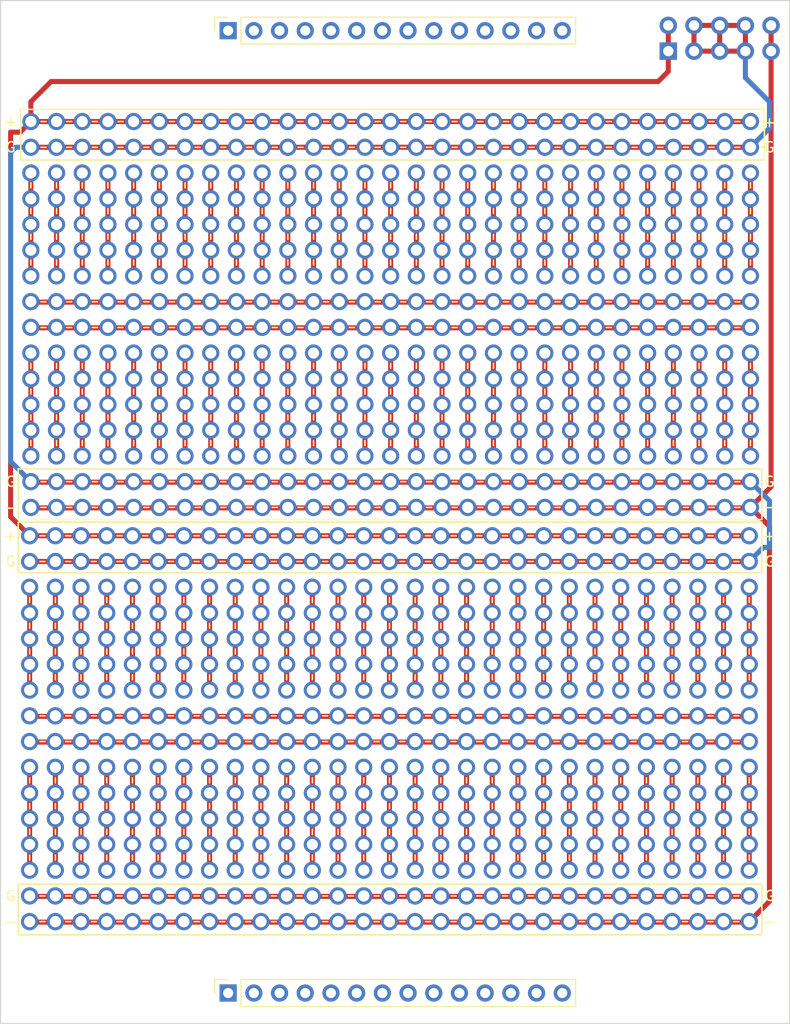
<source format=kicad_pcb>
(kicad_pcb (version 20211014) (generator pcbnew)
  (layers (0 "F.Cu" signal) (31 "B.Cu" signal) (34 "B.Paste" user) (35 "F.Paste" user) (36 "B.SilkS" user "B.Silkscreen") (37 "F.SilkS" user "F.Silkscreen") (38 "B.Mask" user) (39 "F.Mask" user) (44 "Edge.Cuts" user))
  (net 0 "")
  (footprint "benjiaomodular:Wire_1mm" (layer "F.Cu") (at 114.56 86.56)
    (fp_text reference "REF**420" hide)
    (fp_text value "Wire_1mm" hide)
  )
  (footprint "benjiaomodular:Wire_1mm" (layer "F.Cu") (at 116.98 112.22)
    (fp_text reference "REF**721" hide)
    (fp_text value "Wire_1mm" hide)
  )
  (footprint "benjiaomodular:Wire_1mm" (layer "F.Cu") (at 127.14 102.06)
    (fp_text reference "REF**135" hide)
    (fp_text value "Wire_1mm" hide)
  )
  (footprint "benjiaomodular:Wire_1mm" (layer "F.Cu") (at 129.68 91.9)
    (fp_text reference "REF**20" hide)
    (fp_text value "Wire_1mm" hide)
  )
  (footprint "benjiaomodular:Wire_1mm" (layer "F.Cu") (at 119.52 104.6)
    (fp_text reference "REF**161" hide)
    (fp_text value "Wire_1mm" hide)
  )
  (footprint "benjiaomodular:Wire_1mm" (layer "F.Cu") (at 150 102.06)
    (fp_text reference "REF**144" hide)
    (fp_text value "Wire_1mm" hide)
  )
  (footprint "benjiaomodular:Wire_1mm" (layer "F.Cu") (at 114.44 127.46)
    (fp_text reference "REF**546" hide)
    (fp_text value "Wire_1mm" hide)
  )
  (footprint "benjiaomodular:Wire_1mm" (layer "F.Cu") (at 84.08 58.62)
    (fp_text reference "REF**89" hide)
    (fp_text value "Wire_1mm" hide)
  )
  (footprint "benjiaomodular:Wire_1mm" (layer "F.Cu") (at 94.12 122.38)
    (fp_text reference "REF**354" hide)
    (fp_text value "Wire_1mm" hide)
  )
  (footprint "benjiaomodular:Wire_1mm" (layer "F.Cu") (at 101.86 66.24)
    (fp_text reference "REF**183" hide)
    (fp_text value "Wire_1mm" hide)
  )
  (footprint "benjiaomodular:Wire_1mm" (layer "F.Cu") (at 139.96 86.56)
    (fp_text reference "REF**430" hide)
    (fp_text value "Wire_1mm" hide)
  )
  (footprint "benjiaomodular:Wire_1mm" (layer "F.Cu") (at 129.68 119.84)
    (fp_text reference "REF**339" hide)
    (fp_text value "Wire_1mm" hide)
  )
  (footprint "benjiaomodular:Wire_1mm" (layer "F.Cu") (at 83.96 119.84)
    (fp_text reference "REF**321" hide)
    (fp_text value "Wire_1mm" hide)
  )
  (footprint "benjiaomodular:Wire_1mm" (layer "F.Cu") (at 137.3 127.46)
    (fp_text reference "REF**429" hide)
    (fp_text value "Wire_1mm" hide)
  )
  (footprint "benjiaomodular:Wire_1mm" (layer "F.Cu") (at 114.44 130)
    (fp_text reference "REF**449" hide)
    (fp_text value "Wire_1mm" hide)
  )
  (footprint "benjiaomodular:Wire_1mm" (layer "F.Cu") (at 106.94 68.78)
    (fp_text reference "REF**214" hide)
    (fp_text value "Wire_1mm" hide)
  )
  (footprint "benjiaomodular:Wire_1mm" (layer "F.Cu") (at 109.36 112.22)
    (fp_text reference "REF**244" hide)
    (fp_text value "Wire_1mm" hide)
  )
  (footprint "benjiaomodular:Wire_1mm" (layer "F.Cu") (at 101.74 104.6)
    (fp_text reference "REF**154" hide)
    (fp_text value "Wire_1mm" hide)
  )
  (footprint "benjiaomodular:Wire_1mm" (layer "F.Cu") (at 134.76 94.44)
    (fp_text reference "REF**51" hide)
    (fp_text value "Wire_1mm" hide)
  )
  (footprint "benjiaomodular:Wire_1mm" (layer "F.Cu") (at 109.48 66.24)
    (fp_text reference "REF**186" hide)
    (fp_text value "Wire_1mm" hide)
  )
  (footprint "benjiaomodular:Wire_1mm" (layer "F.Cu") (at 94.24 78.94)
    (fp_text reference "REF**325" hide)
    (fp_text value "Wire_1mm" hide)
  )
  (footprint "benjiaomodular:Wire_1mm" (layer "F.Cu") (at 127.14 127.46)
    (fp_text reference "REF**556" hide)
    (fp_text value "Wire_1mm" hide)
  )
  (footprint "benjiaomodular:Wire_1mm" (layer "F.Cu") (at 132.34 56.08)
    (fp_text reference "REF**79" hide)
    (fp_text value "Wire_1mm" hide)
  )
  (footprint "benjiaomodular:Wire_1mm" (layer "F.Cu") (at 116.98 127.46)
    (fp_text reference "REF**421" hide)
    (fp_text value "Wire_1mm" hide)
  )
  (footprint "benjiaomodular:Wire_1mm" (layer "F.Cu") (at 114.56 76.4)
    (fp_text reference "REF**304" hide)
    (fp_text value "Wire_1mm" hide)
  )
  (footprint "benjiaomodular:Wire_1mm" (layer "F.Cu") (at 122.06 112.22)
    (fp_text reference "REF**249" hide)
    (fp_text value "Wire_1mm" hide)
  )
  (footprint "benjiaomodular:Wire_1mm" (layer "F.Cu") (at 139.96 53.54)
    (fp_text reference "REF**53" hide)
    (fp_text value "Wire_1mm" hide)
  )
  (footprint "benjiaomodular:Wire_1mm" (layer "F.Cu") (at 94.12 127.46)
    (fp_text reference "REF**530" hide)
    (fp_text value "Wire_1mm" hide)
  )
  (footprint "benjiaomodular:Wire_1mm" (layer "F.Cu") (at 84.08 56.08)
    (fp_text reference "REF**60" hide)
    (fp_text value "Wire_1mm" hide)
  )
  (footprint "benjiaomodular:Wire_1mm" (layer "F.Cu") (at 83.96 96.98)
    (fp_text reference "REF**60" hide)
    (fp_text value "Wire_1mm" hide)
  )
  (footprint "benjiaomodular:Wire_1mm" (layer "F.Cu") (at 132.34 73.86)
    (fp_text reference "REF**282" hide)
    (fp_text value "Wire_1mm" hide)
  )
  (footprint "benjiaomodular:Wire_1mm" (layer "F.Cu") (at 101.74 127.46)
    (fp_text reference "REF**415" hide)
    (fp_text value "Wire_1mm" hide)
  )
  (footprint "benjiaomodular:Wire_1mm" (layer "F.Cu") (at 129.68 107.14)
    (fp_text reference "REF**194" hide)
    (fp_text value "Wire_1mm" hide)
  )
  (footprint "benjiaomodular:Wire_1mm" (layer "F.Cu") (at 139.96 84.02)
    (fp_text reference "REF**401" hide)
    (fp_text value "Wire_1mm" hide)
  )
  (footprint "benjiaomodular:Wire_1mm" (layer "F.Cu") (at 86.62 86.56)
    (fp_text reference "REF**465" hide)
    (fp_text value "Wire_1mm" hide)
  )
  (footprint "benjiaomodular:Wire_1mm" (layer "F.Cu") (at 106.82 124.92)
    (fp_text reference "REF**388" hide)
    (fp_text value "Wire_1mm" hide)
  )
  (footprint "benjiaomodular:Wire_1mm" (layer "F.Cu") (at 137.3 122.38)
    (fp_text reference "REF**371" hide)
    (fp_text value "Wire_1mm" hide)
  )
  (footprint "benjiaomodular:Wire_1mm" (layer "F.Cu") (at 139.96 58.62)
    (fp_text reference "REF**111" hide)
    (fp_text value "Wire_1mm" hide)
  )
  (footprint "benjiaomodular:Wire_1mm" (layer "F.Cu") (at 106.82 94.44)
    (fp_text reference "REF**40" hide)
    (fp_text value "Wire_1mm" hide)
  )
  (footprint "benjiaomodular:Wire_1mm" (layer "F.Cu") (at 122.06 107.14)
    (fp_text reference "REF**191" hide)
    (fp_text value "Wire_1mm" hide)
  )
  (footprint "benjiaomodular:Wire_1mm" (layer "F.Cu") (at 150.12 76.4)
    (fp_text reference "REF**318" hide)
    (fp_text value "Wire_1mm" hide)
  )
  (footprint "benjiaomodular:Wire_1mm" (layer "F.Cu") (at 86.5 114.76)
    (fp_text reference "REF**264" hide)
    (fp_text value "Wire_1mm" hide)
  )
  (footprint "benjiaomodular:Wire_1mm" (layer "F.Cu") (at 147.46 102.06)
    (fp_text reference "REF**143" hide)
    (fp_text value "Wire_1mm" hide)
  )
  (footprint "benjiaomodular:Wire_1mm" (layer "F.Cu") (at 119.52 114.76)
    (fp_text reference "REF**277" hide)
    (fp_text value "Wire_1mm" hide)
  )
  (footprint "benjiaomodular:Wire_1mm" (layer "F.Cu") (at 104.28 109.68)
    (fp_text reference "REF**652" hide)
    (fp_text value "Wire_1mm" hide)
  )
  (footprint "benjiaomodular:Wire_1mm" (layer "F.Cu") (at 106.82 122.38)
    (fp_text reference "REF**359" hide)
    (fp_text value "Wire_1mm" hide)
  )
  (footprint "benjiaomodular:Wire_1mm" (layer "F.Cu") (at 94.24 89.1)
    (fp_text reference "REF**497" hide)
    (fp_text value "Wire_1mm" hide)
  )
  (footprint "benjiaomodular:Wire_1mm" (layer "F.Cu") (at 145.04 53.54)
    (fp_text reference "REF**55" hide)
    (fp_text value "Wire_1mm" hide)
  )
  (footprint "benjiaomodular:Wire_1mm" (layer "F.Cu") (at 147.46 130)
    (fp_text reference "REF**462" hide)
    (fp_text value "Wire_1mm" hide)
  )
  (footprint "benjiaomodular:Wire_1mm" (layer "F.Cu") (at 96.66 112.22)
    (fp_text reference "REF**239" hide)
    (fp_text value "Wire_1mm" hide)
  )
  (footprint "benjiaomodular:Wire_1mm" (layer "F.Cu") (at 127.26 78.94)
    (fp_text reference "REF**338" hide)
    (fp_text value "Wire_1mm" hide)
  )
  (footprint "benjiaomodular:Wire_1mm" (layer "F.Cu") (at 109.36 117.3)
    (fp_text reference "REF**302" hide)
    (fp_text value "Wire_1mm" hide)
  )
  (footprint "benjiaomodular:Wire_1mm" (layer "F.Cu") (at 124.72 76.4)
    (fp_text reference "REF**308" hide)
    (fp_text value "Wire_1mm" hide)
  )
  (footprint "benjiaomodular:Wire_1mm" (layer "F.Cu") (at 91.7 56.08)
    (fp_text reference "REF**63" hide)
    (fp_text value "Wire_1mm" hide)
  )
  (footprint "benjiaomodular:Wire_1mm" (layer "F.Cu") (at 78.88 130)
    (fp_text reference "REF**577" hide)
    (fp_text value "Wire_1mm" hide)
  )
  (footprint "benjiaomodular:Wire_1mm" (layer "F.Cu") (at 89.04 96.98)
    (fp_text reference "REF**62" hide)
    (fp_text value "Wire_1mm" hide)
  )
  (footprint "benjiaomodular:Wire_1mm" (layer "F.Cu") (at 99.32 51)
    (fp_text reference "REF**8" hide)
    (fp_text value "Wire_1mm" hide)
  )
  (footprint "benjiaomodular:Wire_1mm" (layer "F.Cu") (at 79 76.4)
    (fp_text reference "REF**290" hide)
    (fp_text value "Wire_1mm" hide)
  )
  (footprint "benjiaomodular:Wire_1mm" (layer "F.Cu") (at 109.36 130)
    (fp_text reference "REF**601" hide)
    (fp_text value "Wire_1mm" hide)
  )
  (footprint "benjiaomodular:Wire_1mm" (layer "F.Cu") (at 147.58 58.62)
    (fp_text reference "REF**114" hide)
    (fp_text value "Wire_1mm" hide)
  )
  (footprint "benjiaomodular:Wire_1mm" (layer "F.Cu") (at 89.16 71.32)
    (fp_text reference "REF**236" hide)
    (fp_text value "Wire_1mm" hide)
  )
  (footprint "benjiaomodular:Wire_1mm" (layer "F.Cu") (at 137.3 96.98)
    (fp_text reference "REF**81" hide)
    (fp_text value "Wire_1mm" hide)
  )
  (footprint "benjiaomodular:Wire_1mm" (layer "F.Cu") (at 142.38 127.46)
    (fp_text reference "REF**431" hide)
    (fp_text value "Wire_1mm" hide)
  )
  (footprint "benjiaomodular:Wire_1mm" (layer "F.Cu") (at 127.26 63.7)
    (fp_text reference "REF**164" hide)
    (fp_text value "Wire_1mm" hide)
  )
  (footprint "benjiaomodular:Wire_1mm" (layer "F.Cu") (at 101.86 61.16)
    (fp_text reference "REF**125" hide)
    (fp_text value "Wire_1mm" hide)
  )
  (footprint "benjiaomodular:Wire_1mm" (layer "F.Cu") (at 99.32 73.86)
    (fp_text reference "REF**269" hide)
    (fp_text value "Wire_1mm" hide)
  )
  (footprint "MountingHole:MountingHole_2.7mm_M2.5" (layer "F.Cu") (at 79 42)
    (fp_text reference "REF**" hide)
    (fp_text value "MountingHole_2.7mm_M2.5" hide)
  )
  (footprint "benjiaomodular:Wire_1mm" (layer "F.Cu") (at 106.94 78.94)
    (fp_text reference "REF**330" hide)
    (fp_text value "Wire_1mm" hide)
  )
  (footprint "benjiaomodular:Wire_1mm" (layer "F.Cu") (at 94.24 76.4)
    (fp_text reference "REF**296" hide)
    (fp_text value "Wire_1mm" hide)
  )
  (footprint "benjiaomodular:Wire_1mm" (layer "F.Cu") (at 116.98 104.6)
    (fp_text reference "REF**160" hide)
    (fp_text value "Wire_1mm" hide)
  )
  (footprint "benjiaomodular:Wire_1mm" (layer "F.Cu") (at 86.5 119.84)
    (fp_text reference "REF**322" hide)
    (fp_text value "Wire_1mm" hide)
  )
  (footprint "benjiaomodular:Wire_1mm" (layer "F.Cu") (at 89.04 91.9)
    (fp_text reference "REF**4" hide)
    (fp_text value "Wire_1mm" hide)
  )
  (footprint "benjiaomodular:Wire_1mm" (layer "F.Cu") (at 114.56 73.86)
    (fp_text reference "REF**275" hide)
    (fp_text value "Wire_1mm" hide)
  )
  (footprint "benjiaomodular:Wire_1mm" (layer "F.Cu") (at 139.84 104.6)
    (fp_text reference "REF**169" hide)
    (fp_text value "Wire_1mm" hide)
  )
  (footprint "benjiaomodular:Wire_1mm" (layer "F.Cu") (at 96.78 53.54)
    (fp_text reference "REF**36" hide)
    (fp_text value "Wire_1mm" hide)
  )
  (footprint "benjiaomodular:Wire_1mm" (layer "F.Cu") (at 142.5 68.78)
    (fp_text reference "REF**228" hide)
    (fp_text value "Wire_1mm" hide)
  )
  (footprint "benjiaomodular:Wire_1mm" (layer "F.Cu") (at 119.52 112.22)
    (fp_text reference "REF**722" hide)
    (fp_text value "Wire_1mm" hide)
  )
  (footprint "benjiaomodular:Wire_1mm" (layer "F.Cu") (at 122.18 78.94)
    (fp_text reference "REF**336" hide)
    (fp_text value "Wire_1mm" hide)
  )
  (footprint "benjiaomodular:Wire_1mm" (layer "F.Cu") (at 106.94 56.08)
    (fp_text reference "REF**69" hide)
    (fp_text value "Wire_1mm" hide)
  )
  (footprint "benjiaomodular:Wire_1mm" (layer "F.Cu") (at 83.96 124.92)
    (fp_text reference "REF**379" hide)
    (fp_text value "Wire_1mm" hide)
  )
  (footprint "benjiaomodular:Wire_1mm" (layer "F.Cu") (at 81.42 94.44)
    (fp_text reference "REF**30" hide)
    (fp_text value "Wire_1mm" hide)
  )
  (footprint "benjiaomodular:Wire_1mm" (layer "F.Cu") (at 116.98 91.9)
    (fp_text reference "REF**15" hide)
    (fp_text value "Wire_1mm" hide)
  )
  (footprint "benjiaomodular:Wire_1mm" (layer "F.Cu") (at 132.22 124.92)
    (fp_text reference "REF**398" hide)
    (fp_text value "Wire_1mm" hide)
  )
  (footprint "benjiaomodular:Wire_1mm" (layer "F.Cu") (at 91.58 109.68)
    (fp_text reference "REF**642" hide)
    (fp_text value "Wire_1mm" hide)
  )
  (footprint "benjiaomodular:Wire_1mm" (layer "F.Cu") (at 111.9 91.9)
    (fp_text reference "REF**13" hide)
    (fp_text value "Wire_1mm" hide)
  )
  (footprint "benjiaomodular:Wire_1mm" (layer "F.Cu") (at 101.74 130)
    (fp_text reference "REF**595" hide)
    (fp_text value "Wire_1mm" hide)
  )
  (footprint "benjiaomodular:Wire_1mm" (layer "F.Cu") (at 86.5 112.22)
    (fp_text reference "REF**696" hide)
    (fp_text value "Wire_1mm" hide)
  )
  (footprint "benjiaomodular:Wire_1mm" (layer "F.Cu") (at 94.24 58.62)
    (fp_text reference "REF**93" hide)
    (fp_text value "Wire_1mm" hide)
  )
  (footprint "benjiaomodular:Wire_1mm" (layer "F.Cu") (at 81.42 127.46)
    (fp_text reference "REF**407" hide)
    (fp_text value "Wire_1mm" hide)
  )
  (footprint "benjiaomodular:Wire_1mm" (layer "F.Cu") (at 84.08 76.4)
    (fp_text reference "REF**292" hide)
    (fp_text value "Wire_1mm" hide)
  )
  (footprint "benjiaomodular:Wire_1mm" (layer "F.Cu") (at 139.84 119.84)
    (fp_text reference "REF**343" hide)
    (fp_text value "Wire_1mm" hide)
  )
  (footprint "benjiaomodular:Wire_1mm" (layer "F.Cu") (at 147.46 130)
    (fp_text reference "REF**630" hide)
    (fp_text value "Wire_1mm" hide)
  )
  (footprint "benjiaomodular:Wire_1mm" (layer "F.Cu") (at 106.94 58.62)
    (fp_text reference "REF**98" hide)
    (fp_text value "Wire_1mm" hide)
  )
  (footprint "benjiaomodular:Wire_1mm" (layer "F.Cu") (at 104.4 78.94)
    (fp_text reference "REF**329" hide)
    (fp_text value "Wire_1mm" hide)
  )
  (footprint "benjiaomodular:Wire_1mm" (layer "F.Cu") (at 111.9 127.46)
    (fp_text reference "REF**545" hide)
    (fp_text value "Wire_1mm" hide)
  )
  (footprint "benjiaomodular:Wire_1mm" (layer "F.Cu") (at 129.68 130)
    (fp_text reference "REF**617" hide)
    (fp_text value "Wire_1mm" hide)
  )
  (footprint "benjiaomodular:Wire_1mm" (layer "F.Cu") (at 124.6 124.92)
    (fp_text reference "REF**395" hide)
    (fp_text value "Wire_1mm" hide)
  )
  (footprint "benjiaomodular:Wire_1mm" (layer "F.Cu") (at 116.98 102.06)
    (fp_text reference "REF**131" hide)
    (fp_text value "Wire_1mm" hide)
  )
  (footprint "benjiaomodular:Wire_1mm" (layer "F.Cu") (at 109.36 102.06)
    (fp_text reference "REF**128" hide)
    (fp_text value "Wire_1mm" hide)
  )
  (footprint "benjiaomodular:Wire_1mm" (layer "F.Cu") (at 150 109.68)
    (fp_text reference "REF**688" hide)
    (fp_text value "Wire_1mm" hide)
  )
  (footprint "benjiaomodular:Wire_1mm" (layer "F.Cu") (at 124.6 122.38)
    (fp_text reference "REF**366" hide)
    (fp_text value "Wire_1mm" hide)
  )
  (footprint "benjiaomodular:Wire_1mm" (layer "F.Cu") (at 89.04 109.68)
    (fp_text reference "REF**207" hide)
    (fp_text value "Wire_1mm" hide)
  )
  (footprint "benjiaomodular:Wire_1mm" (layer "F.Cu") (at 145.04 68.78)
    (fp_text reference "REF**229" hide)
    (fp_text value "Wire_1mm" hide)
  )
  (footprint "benjiaomodular:Wire_1mm" (layer "F.Cu") (at 124.6 96.98)
    (fp_text reference "REF**76" hide)
    (fp_text value "Wire_1mm" hide)
  )
  (footprint "benjiaomodular:Wire_1mm" (layer "F.Cu") (at 91.7 73.86)
    (fp_text reference "REF**266" hide)
    (fp_text value "Wire_1mm" hide)
  )
  (footprint "benjiaomodular:Wire_1mm" (layer "F.Cu") (at 114.44 94.44)
    (fp_text reference "REF**43" hide)
    (fp_text value "Wire_1mm" hide)
  )
  (footprint "benjiaomodular:Wire_1mm" (layer "F.Cu") (at 142.5 71.32)
    (fp_text reference "REF**257" hide)
    (fp_text value "Wire_1mm" hide)
  )
  (footprint "benjiaomodular:Wire_1mm" (layer "F.Cu") (at 116.98 94.44)
    (fp_text reference "REF**44" hide)
    (fp_text value "Wire_1mm" hide)
  )
  (footprint "benjiaomodular:Wire_1mm" (layer "F.Cu") (at 134.76 122.38)
    (fp_text reference "REF**370" hide)
    (fp_text value "Wire_1mm" hide)
  )
  (footprint "benjiaomodular:Wire_1mm" (layer "F.Cu") (at 122.06 130)
    (fp_text reference "REF**452" hide)
    (fp_text value "Wire_1mm" hide)
  )
  (footprint "benjiaomodular:Wire_1mm" (layer "F.Cu") (at 139.84 91.9)
    (fp_text reference "REF**24" hide)
    (fp_text value "Wire_1mm" hide)
  )
  (footprint "benjiaomodular:Wire_1mm" (layer "F.Cu") (at 122.18 56.08)
    (fp_text reference "REF**75" hide)
    (fp_text value "Wire_1mm" hide)
  )
  (footprint "benjiaomodular:Wire_1mm" (layer "F.Cu") (at 129.68 109.68)
    (fp_text reference "REF**673" hide)
    (fp_text value "Wire_1mm" hide)
  )
  (footprint "benjiaomodular:Wire_1mm" (layer "F.Cu") (at 119.64 84.02)
    (fp_text reference "REF**393" hide)
    (fp_text value "Wire_1mm" hide)
  )
  (footprint "benjiaomodular:Wire_1mm" (layer "F.Cu") (at 81.42 117.3)
    (fp_text reference "REF**291" hide)
    (fp_text value "Wire_1mm" hide)
  )
  (footprint "benjiaomodular:Wire_1mm" (layer "F.Cu") (at 124.72 63.7)
    (fp_text reference "REF**163" hide)
    (fp_text value "Wire_1mm" hide)
  )
  (footprint "benjiaomodular:Wire_1mm" (layer "F.Cu") (at 109.36 130)
    (fp_text reference "REF**447" hide)
    (fp_text value "Wire_1mm" hide)
  )
  (footprint "benjiaomodular:Wire_1mm" (layer "F.Cu") (at 101.74 91.9)
    (fp_text reference "REF**9" hide)
    (fp_text value "Wire_1mm" hide)
  )
  (footprint "benjiaomodular:Wire_1mm" (layer "F.Cu") (at 127.14 127.46)
    (fp_text reference "REF**425" hide)
    (fp_text value "Wire_1mm" hide)
  )
  (footprint "benjiaomodular:Wire_1mm" (layer "F.Cu") (at 124.6 104.6)
    (fp_text reference "REF**163" hide)
    (fp_text value "Wire_1mm" hide)
  )
  (footprint "benjiaomodular:Wire_1mm" (layer "F.Cu") (at 129.8 89.1)
    (fp_text reference "REF**455" hide)
    (fp_text value "Wire_1mm" hide)
  )
  (footprint "benjiaomodular:Wire_1mm" (layer "F.Cu") (at 124.6 127.46)
    (fp_text reference "REF**424" hide)
    (fp_text value "Wire_1mm" hide)
  )
  (footprint "benjiaomodular:Wire_1mm" (layer "F.Cu") (at 112.02 56.08)
    (fp_text reference "REF**71" hide)
    (fp_text value "Wire_1mm" hide)
  )
  (footprint "benjiaomodular:Wire_1mm" (layer "F.Cu") (at 112.02 86.56)
    (fp_text reference "REF**419" hide)
    (fp_text value "Wire_1mm" hide)
  )
  (footprint "benjiaomodular:Wire_1mm" (layer "F.Cu") (at 99.32 71.32)
    (fp_text reference "REF**240" hide)
    (fp_text value "Wire_1mm" hide)
  )
  (footprint "benjiaomodular:Wire_1mm" (layer "F.Cu") (at 122.06 127.46)
    (fp_text reference "REF**552" hide)
    (fp_text value "Wire_1mm" hide)
  )
  (footprint "benjiaomodular:Wire_1mm" (layer "F.Cu") (at 112.02 63.7)
    (fp_text reference "REF**158" hide)
    (fp_text value "Wire_1mm" hide)
  )
  (footprint "benjiaomodular:Wire_1mm" (layer "F.Cu") (at 134.76 130)
    (fp_text reference "REF**620" hide)
    (fp_text value "Wire_1mm" hide)
  )
  (footprint "benjiaomodular:Wire_1mm" (layer "F.Cu") (at 89.04 94.44)
    (fp_text reference "REF**33" hide)
    (fp_text value "Wire_1mm" hide)
  )
  (footprint "benjiaomodular:Wire_1mm" (layer "F.Cu") (at 150 112.22)
    (fp_text reference "REF**747" hide)
    (fp_text value "Wire_1mm" hide)
  )
  (footprint "benjiaomodular:Wire_1mm" (layer "F.Cu") (at 106.94 76.4)
    (fp_text reference "REF**301" hide)
    (fp_text value "Wire_1mm" hide)
  )
  (footprint "benjiaomodular:Wire_1mm" (layer "F.Cu") (at 106.82 112.22)
    (fp_text reference "REF**712" hide)
    (fp_text value "Wire_1mm" hide)
  )
  (footprint "benjiaomodular:Wire_1mm" (layer "F.Cu") (at 109.36 104.6)
    (fp_text reference "REF**157" hide)
    (fp_text value "Wire_1mm" hide)
  )
  (footprint "benjiaomodular:Wire_1mm" (layer "F.Cu") (at 147.58 51)
    (fp_text reference "REF**27" hide)
    (fp_text value "Wire_1mm" hide)
  )
  (footprint "benjiaomodular:Wire_1mm" (layer "F.Cu") (at 91.7 76.4)
    (fp_text reference "REF**295" hide)
    (fp_text value "Wire_1mm" hide)
  )
  (footprint "benjiaomodular:Wire_1mm" (layer "F.Cu") (at 150 109.68)
    (fp_text reference "REF**689" hide)
    (fp_text value "Wire_1mm" hide)
  )
  (footprint "benjiaomodular:Wire_1mm" (layer "F.Cu") (at 116.98 107.14)
    (fp_text reference "REF**189" hide)
    (fp_text value "Wire_1mm" hide)
  )
  (footprint "benjiaomodular:Wire_1mm" (layer "F.Cu") (at 129.68 104.6)
    (fp_text reference "REF**165" hide)
    (fp_text value "Wire_1mm" hide)
  )
  (footprint "benjiaomodular:Wire_1mm" (layer "F.Cu") (at 81.42 130)
    (fp_text reference "REF**579" hide)
    (fp_text value "Wire_1mm" hide)
  )
  (footprint "benjiaomodular:Wire_1mm" (layer "F.Cu") (at 86.5 99.52)
    (fp_text reference "REF**90" hide)
    (fp_text value "Wire_1mm" hide)
  )
  (footprint "benjiaomodular:Wire_1mm" (layer "F.Cu") (at 127.14 112.22)
    (fp_text reference "REF**729" hide)
    (fp_text value "Wire_1mm" hide)
  )
  (footprint "benjiaomodular:Wire_1mm" (layer "F.Cu") (at 132.22 119.84)
    (fp_text reference "REF**340" hide)
    (fp_text value "Wire_1mm" hide)
  )
  (footprint "benjiaomodular:Wire_1mm" (layer "F.Cu") (at 119.52 91.9)
    (fp_text reference "REF**16" hide)
    (fp_text value "Wire_1mm" hide)
  )
  (footprint "benjiaomodular:Wire_1mm" (layer "F.Cu") (at 129.8 86.56)
    (fp_text reference "REF**426" hide)
    (fp_text value "Wire_1mm" hide)
  )
  (footprint "benjiaomodular:Wire_1mm" (layer "F.Cu") (at 119.64 86.56)
    (fp_text reference "REF**422" hide)
    (fp_text value "Wire_1mm" hide)
  )
  (footprint "benjiaomodular:Wire_1mm" (layer "F.Cu") (at 81.54 89.1)
    (fp_text reference "REF**436" hide)
    (fp_text value "Wire_1mm" hide)
  )
  (footprint "benjiaomodular:Wire_1mm" (layer "F.Cu") (at 142.38 94.44)
    (fp_text reference "REF**54" hide)
    (fp_text value "Wire_1mm" hide)
  )
  (footprint "benjiaomodular:Wire_1mm" (layer "F.Cu") (at 134.76 127.46)
    (fp_text reference "REF**563" hide)
    (fp_text value "Wire_1mm" hide)
  )
  (footprint "benjiaomodular:Wire_1mm" (layer "F.Cu") (at 145.04 89.1)
    (fp_text reference "REF**517" hide)
    (fp_text value "Wire_1mm" hide)
  )
  (footprint "benjiaomodular:Wire_1mm" (layer "F.Cu") (at 122.06 109.68)
    (fp_text reference "REF**667" hide)
    (fp_text value "Wire_1mm" hide)
  )
  (footprint "benjiaomodular:Wire_1mm" (layer "F.Cu") (at 147.46 107.14)
    (fp_text reference "REF**201" hide)
    (fp_text value "Wire_1mm" hide)
  )
  (footprint "benjiaomodular:Wire_1mm" (layer "F.Cu") (at 81.42 122.38)
    (fp_text reference "REF**349" hide)
    (fp_text value "Wire_1mm" hide)
  )
  (footprint "benjiaomodular:Wire_1mm" (layer "F.Cu") (at 145.04 76.4)
    (fp_text reference "REF**316" hide)
    (fp_text value "Wire_1mm" hide)
  )
  (footprint "benjiaomodular:Wire_1mm" (layer "F.Cu") (at 137.42 89.1)
    (fp_text reference "REF**514" hide)
    (fp_text value "Wire_1mm" hide)
  )
  (footprint "benjiaomodular:Wire_1mm" (layer "F.Cu") (at 119.64 68.78)
    (fp_text reference "REF**219" hide)
    (fp_text value "Wire_1mm" hide)
  )
  (footprint "benjiaomodular:Wire_1mm" (layer "F.Cu") (at 132.34 89.1)
    (fp_text reference "REF**512" hide)
    (fp_text value "Wire_1mm" hide)
  )
  (footprint "benjiaomodular:Wire_1mm" (layer "F.Cu") (at 96.66 127.46)
    (fp_text reference "REF**413" hide)
    (fp_text value "Wire_1mm" hide)
  )
  (footprint "benjiaomodular:Wire_1mm" (layer "F.Cu") (at 96.66 127.46)
    (fp_text reference "REF**533" hide)
    (fp_text value "Wire_1mm" hide)
  )
  (footprint "benjiaomodular:Wire_1mm" (layer "F.Cu") (at 114.44 112.22)
    (fp_text reference "REF**719" hide)
    (fp_text value "Wire_1mm" hide)
  )
  (footprint "benjiaomodular:Wire_1mm" (layer "F.Cu") (at 86.62 89.1)
    (fp_text reference "REF**438" hide)
    (fp_text value "Wire_1mm" hide)
  )
  (footprint "benjiaomodular:Wire_1mm" (layer "F.Cu") (at 129.68 112.22)
    (fp_text reference "REF**731" hide)
    (fp_text value "Wire_1mm" hide)
  )
  (footprint "benjiaomodular:Wire_1mm" (layer "F.Cu") (at 139.96 81.48)
    (fp_text reference "REF**372" hide)
    (fp_text value "Wire_1mm" hide)
  )
  (footprint "benjiaomodular:Wire_1mm" (layer "F.Cu") (at 132.22 109.68)
    (fp_text reference "REF**674" hide)
    (fp_text value "Wire_1mm" hide)
  )
  (footprint "benjiaomodular:Wire_1mm" (layer "F.Cu") (at 122.06 112.22)
    (fp_text reference "REF**724" hide)
    (fp_text value "Wire_1mm" hide)
  )
  (footprint "benjiaomodular:Wire_1mm" (layer "F.Cu") (at 132.34 66.24)
    (fp_text reference "REF**195" hide)
    (fp_text value "Wire_1mm" hide)
  )
  (footprint "benjiaomodular:Wire_1mm" (layer "F.Cu") (at 81.42 112.22)
    (fp_text reference "REF**233" hide)
    (fp_text value "Wire_1mm" hide)
  )
  (footprint "benjiaomodular:Wire_1mm" (layer "F.Cu") (at 79 73.86)
    (fp_text reference "REF**261" hide)
    (fp_text value "Wire_1mm" hide)
  )
  (footprint "benjiaomodular:Wire_1mm" (layer "F.Cu") (at 114.56 51)
    (fp_text reference "REF**14" hide)
    (fp_text value "Wire_1mm" hide)
  )
  (footprint "benjiaomodular:Wire_1mm" (layer "F.Cu") (at 109.36 124.92)
    (fp_text reference "REF**389" hide)
    (fp_text value "Wire_1mm" hide)
  )
  (footprint "benjiaomodular:Wire_1mm" (layer "F.Cu") (at 84.08 61.16)
    (fp_text reference "REF**118" hide)
    (fp_text value "Wire_1mm" hide)
  )
  (footprint "benjiaomodular:Wire_1mm" (layer "F.Cu") (at 99.32 84.02)
    (fp_text reference "REF**385" hide)
    (fp_text value "Wire_1mm" hide)
  )
  (footprint "benjiaomodular:Wire_1mm" (layer "F.Cu") (at 78.88 119.84)
    (fp_text reference "REF**319" hide)
    (fp_text value "Wire_1mm" hide)
  )
  (footprint "benjiaomodular:Wire_1mm" (layer "F.Cu") (at 112.02 89.1)
    (fp_text reference "REF**448" hide)
    (fp_text value "Wire_1mm" hide)
  )
  (footprint "benjiaomodular:Wire_1mm" (layer "F.Cu") (at 122.06 102.06)
    (fp_text reference "REF**133" hide)
    (fp_text value "Wire_1mm" hide)
  )
  (footprint "benjiaomodular:Wire_1mm" (layer "F.Cu") (at 101.74 107.14)
    (fp_text reference "REF**183" hide)
    (fp_text value "Wire_1mm" hide)
  )
  (footprint "benjiaomodular:Wire_1mm" (layer "F.Cu") (at 104.28 114.76)
    (fp_text reference "REF**271" hide)
    (fp_text value "Wire_1mm" hide)
  )
  (footprint "benjiaomodular:Wire_1mm" (layer "F.Cu") (at 104.28 102.06)
    (fp_text reference "REF**126" hide)
    (fp_text value "Wire_1mm" hide)
  )
  (footprint "benjiaomodular:Wire_1mm" (layer "F.Cu") (at 144.92 91.9)
    (fp_text reference "REF**26" hide)
    (fp_text value "Wire_1mm" hide)
  )
  (footprint "benjiaomodular:Wire_1mm" (layer "F.Cu") (at 111.9 104.6)
    (fp_text reference "REF**158" hide)
    (fp_text value "Wire_1mm" hide)
  )
  (footprint "benjiaomodular:Wire_1mm" (layer "F.Cu") (at 101.86 76.4)
    (fp_text reference "REF**299" hide)
    (fp_text value "Wire_1mm" hide)
  )
  (footprint "benjiaomodular:Wire_1mm" (layer "F.Cu") (at 86.62 76.4)
    (fp_text reference "REF**293" hide)
    (fp_text value "Wire_1mm" hide)
  )
  (footprint "benjiaomodular:Wire_1mm" (layer "F.Cu") (at 137.42 84.02)
    (fp_text reference "REF**400" hide)
    (fp_text value "Wire_1mm" hide)
  )
  (footprint "benjiaomodular:Wire_1mm" (layer "F.Cu") (at 78.88 130)
    (fp_text reference "REF**435" hide)
    (fp_text value "Wire_1mm" hide)
  )
  (footprint "benjiaomodular:Wire_1mm" (layer "F.Cu") (at 122.18 66.24)
    (fp_text reference "REF**191" hide)
    (fp_text value "Wire_1mm" hide)
  )
  (footprint "benjiaomodular:Wire_1mm" (layer "F.Cu") (at 124.6 109.68)
    (fp_text reference "REF**668" hide)
    (fp_text value "Wire_1mm" hide)
  )
  (footprint "benjiaomodular:Wire_1mm" (layer "F.Cu") (at 104.28 127.46)
    (fp_text reference "REF**539" hide)
    (fp_text value "Wire_1mm" hide)
  )
  (footprint "benjiaomodular:Wire_1mm" (layer "F.Cu") (at 91.7 89.1)
    (fp_text reference "REF**440" hide)
    (fp_text value "Wire_1mm" hide)
  )
  (footprint "benjiaomodular:Wire_1mm" (layer "F.Cu") (at 91.58 127.46)
    (fp_text reference "REF**411" hide)
    (fp_text value "Wire_1mm" hide)
  )
  (footprint "benjiaomodular:Wire_1mm" (layer "F.Cu") (at 101.86 84.02)
    (fp_text reference "REF**386" hide)
    (fp_text value "Wire_1mm" hide)
  )
  (footprint "benjiaomodular:Wire_1mm" (layer "F.Cu") (at 119.64 89.1)
    (fp_text reference "REF**451" hide)
    (fp_text value "Wire_1mm" hide)
  )
  (footprint "benjiaomodular:Wire_1mm" (layer "F.Cu") (at 122.18 61.16)
    (fp_text reference "REF**133" hide)
    (fp_text value "Wire_1mm" hide)
  )
  (footprint "benjiaomodular:Wire_1mm" (layer "F.Cu") (at 150 107.14)
    (fp_text reference "REF**202" hide)
    (fp_text value "Wire_1mm" hide)
  )
  (footprint "benjiaomodular:Wire_1mm" (layer "F.Cu") (at 137.3 107.14)
    (fp_text reference "REF**197" hide)
    (fp_text value "Wire_1mm" hide)
  )
  (footprint "benjiaomodular:Wire_1mm" (layer "F.Cu") (at 112.02 86.56)
    (fp_text reference "REF**475" hide)
    (fp_text value "Wire_1mm" hide)
  )
  (footprint "benjiaomodular:Wire_1mm" (layer "F.Cu") (at 99.2 112.22)
    (fp_text reference "REF**240" hide)
    (fp_text value "Wire_1mm" hide)
  )
  (footprint "benjiaomodular:Wire_1mm" (layer "F.Cu") (at 127.26 81.48)
    (fp_text reference "REF**367" hide)
    (fp_text value "Wire_1mm" hide)
  )
  (footprint "benjiaomodular:Wire_1mm" (layer "F.Cu") (at 79 78.94)
    (fp_text reference "REF**319" hide)
    (fp_text value "Wire_1mm" hide)
  )
  (footprint "benjiaomodular:Wire_1mm" (layer "F.Cu") (at 111.9 130)
    (fp_text reference "REF**448" hide)
    (fp_text value "Wire_1mm" hide)
  )
  (footprint "benjiaomodular:Wire_1mm" (layer "F.Cu") (at 84.08 66.24)
    (fp_text reference "REF**176" hide)
    (fp_text value "Wire_1mm" hide)
  )
  (footprint "benjiaomodular:Wire_1mm" (layer "F.Cu") (at 81.42 119.84)
    (fp_text reference "REF**320" hide)
    (fp_text value "Wire_1mm" hide)
  )
  (footprint "benjiaomodular:Wire_1mm" (layer "F.Cu") (at 139.84 112.22)
    (fp_text reference "REF**739" hide)
    (fp_text value "Wire_1mm" hide)
  )
  (footprint "benjiaomodular:Wire_1mm" (layer "F.Cu") (at 114.44 130)
    (fp_text reference "REF**604" hide)
    (fp_text value "Wire_1mm" hide)
  )
  (footprint "benjiaomodular:Wire_1mm" (layer "F.Cu") (at 79 89.1)
    (fp_text reference "REF**435" hide)
    (fp_text value "Wire_1mm" hide)
  )
  (footprint "benjiaomodular:Wire_1mm" (layer "F.Cu") (at 127.14 91.9)
    (fp_text reference "REF**19" hide)
    (fp_text value "Wire_1mm" hide)
  )
  (footprint "benjiaomodular:Wire_1mm" (layer "F.Cu") (at 104.28 112.22)
    (fp_text reference "REF**242" hide)
    (fp_text value "Wire_1mm" hide)
  )
  (footprint "benjiaomodular:Wire_1mm" (layer "F.Cu") (at 139.84 96.98)
    (fp_text reference "REF**82" hide)
    (fp_text value "Wire_1mm" hide)
  )
  (footprint "benjiaomodular:Wire_1mm" (layer "F.Cu") (at 78.88 112.22)
    (fp_text reference "REF**691" hide)
    (fp_text value "Wire_1mm" hide)
  )
  (footprint "benjiaomodular:Wire_1mm" (layer "F.Cu") (at 81.42 130)
    (fp_text reference "REF**578" hide)
    (fp_text value "Wire_1mm" hide)
  )
  (footprint "benjiaomodular:Wire_1mm" (layer "F.Cu") (at 137.42 63.7)
    (fp_text reference "REF**168" hide)
    (fp_text value "Wire_1mm" hide)
  )
  (footprint "benjiaomodular:Wire_1mm" (layer "F.Cu") (at 134.88 53.54)
    (fp_text reference "REF**51" hide)
    (fp_text value "Wire_1mm" hide)
  )
  (footprint "benjiaomodular:Wire_1mm" (layer "F.Cu") (at 109.36 109.68)
    (fp_text reference "REF**215" hide)
    (fp_text value "Wire_1mm" hide)
  )
  (footprint "benjiaomodular:Wire_1mm" (layer "F.Cu") (at 132.22 107.14)
    (fp_text reference "REF**195" hide)
    (fp_text value "Wire_1mm" hide)
  )
  (footprint "benjiaomodular:Wire_1mm" (layer "F.Cu") (at 109.48 58.62)
    (fp_text reference "REF**99" hide)
    (fp_text value "Wire_1mm" hide)
  )
  (footprint "benjiaomodular:Wire_1mm" (layer "F.Cu") (at 142.38 122.38)
    (fp_text reference "REF**373" hide)
    (fp_text value "Wire_1mm" hide)
  )
  (footprint "benjiaomodular:Wire_1mm" (layer "F.Cu") (at 109.36 109.68)
    (fp_text reference "REF**657" hide)
    (fp_text value "Wire_1mm" hide)
  )
  (footprint "benjiaomodular:Wire_1mm" (layer "F.Cu") (at 89.04 109.68)
    (fp_text reference "REF**641" hide)
    (fp_text value "Wire_1mm" hide)
  )
  (footprint "benjiaomodular:Wire_1mm" (layer "F.Cu") (at 96.66 112.22)
    (fp_text reference "REF**704" hide)
    (fp_text value "Wire_1mm" hide)
  )
  (footprint "benjiaomodular:Wire_1mm" (layer "F.Cu") (at 96.66 112.22)
    (fp_text reference "REF**705" hide)
    (fp_text value "Wire_1mm" hide)
  )
  (footprint "benjiaomodular:Wire_1mm" (layer "F.Cu") (at 139.84 102.06)
    (fp_text reference "REF**140" hide)
    (fp_text value "Wire_1mm" hide)
  )
  (footprint "benjiaomodular:Wire_1mm" (layer "F.Cu") (at 144.92 127.46)
    (fp_text reference "REF**432" hide)
    (fp_text value "Wire_1mm" hide)
  )
  (footprint "benjiaomodular:Wire_1mm" (layer "F.Cu") (at 106.94 63.7)
    (fp_text reference "REF**156" hide)
    (fp_text value "Wire_1mm" hide)
  )
  (footprint "benjiaomodular:Wire_1mm" (layer "F.Cu") (at 114.44 102.06)
    (fp_text reference "REF**130" hide)
    (fp_text value "Wire_1mm" hide)
  )
  (footprint "benjiaomodular:Wire_1mm" (layer "F.Cu") (at 137.3 130)
    (fp_text reference "REF**623" hide)
    (fp_text value "Wire_1mm" hide)
  )
  (footprint "benjiaomodular:Wire_1mm" (layer "F.Cu") (at 124.72 84.02)
    (fp_text reference "REF**395" hide)
    (fp_text value "Wire_1mm" hide)
  )
  (footprint "benjiaomodular:Wire_1mm" (layer "F.Cu") (at 109.48 51)
    (fp_text reference "REF**12" hide)
    (fp_text value "Wire_1mm" hide)
  )
  (footprint "benjiaomodular:Wire_1mm" (layer "F.Cu") (at 142.38 119.84)
    (fp_text reference "REF**344" hide)
    (fp_text value "Wire_1mm" hide)
  )
  (footprint "benjiaomodular:Wire_1mm" (layer "F.Cu") (at 147.58 73.86)
    (fp_text reference "REF**288" hide)
    (fp_text value "Wire_1mm" hide)
  )
  (footprint "benjiaomodular:Wire_1mm" (layer "F.Cu") (at 99.32 68.78)
    (fp_text reference "REF**211" hide)
    (fp_text value "Wire_1mm" hide)
  )
  (footprint "benjiaomodular:Wire_1mm" (layer "F.Cu") (at 147.58 63.7)
    (fp_text reference "REF**172" hide)
    (fp_text value "Wire_1mm" hide)
  )
  (footprint "benjiaomodular:Wire_1mm" (layer "F.Cu") (at 89.04 99.52)
    (fp_text reference "REF**91" hide)
    (fp_text value "Wire_1mm" hide)
  )
  (footprint "benjiaomodular:Wire_1mm" (layer "F.Cu") (at 129.8 61.16)
    (fp_text reference "REF**136" hide)
    (fp_text value "Wire_1mm" hide)
  )
  (footprint "benjiaomodular:Wire_1mm" (layer "F.Cu") (at 129.68 112.22)
    (fp_text reference "REF**730" hide)
    (fp_text value "Wire_1mm" hide)
  )
  (footprint "benjiaomodular:Wire_1mm" (layer "F.Cu") (at 106.82 127.46)
    (fp_text reference "REF**540" hide)
    (fp_text value "Wire_1mm" hide)
  )
  (footprint "benjiaomodular:Wire_1mm" (layer "F.Cu") (at 134.76 107.14)
    (fp_text reference "REF**196" hide)
    (fp_text value "Wire_1mm" hide)
  )
  (footprint "benjiaomodular:Wire_1mm" (layer "F.Cu") (at 124.72 73.86)
    (fp_text reference "REF**279" hide)
    (fp_text value "Wire_1mm" hide)
  )
  (footprint "benjiaomodular:Wire_1mm" (layer "F.Cu") (at 89.16 61.16)
    (fp_text reference "REF**120" hide)
    (fp_text value "Wire_1mm" hide)
  )
  (footprint "benjiaomodular:Wire_1mm" (layer "F.Cu") (at 83.96 127.46)
    (fp_text reference "REF**523" hide)
    (fp_text value "Wire_1mm" hide)
  )
  (footprint "benjiaomodular:Wire_1mm" (layer "F.Cu") (at 147.46 127.46)
    (fp_text reference "REF**573" hide)
    (fp_text value "Wire_1mm" hide)
  )
  (footprint "benjiaomodular:Wire_1mm" (layer "F.Cu") (at 86.5 91.9)
    (fp_text reference "REF**3" hide)
    (fp_text value "Wire_1mm" hide)
  )
  (footprint "benjiaomodular:Wire_1mm" (layer "F.Cu") (at 101.86 89.1)
    (fp_text reference "REF**444" hide)
    (fp_text value "Wire_1mm" hide)
  )
  (footprint "benjiaomodular:Wire_1mm" (layer "F.Cu") (at 96.66 130)
    (fp_text reference "REF**591" hide)
    (fp_text value "Wire_1mm" hide)
  )
  (footprint "benjiaomodular:Wire_1mm" (layer "F.Cu") (at 94.12 112.22)
    (fp_text reference "REF**703" hide)
    (fp_text value "Wire_1mm" hide)
  )
  (footprint "benjiaomodular:Wire_1mm" (layer "F.Cu") (at 94.12 109.68)
    (fp_text reference "REF**644" hide)
    (fp_text value "Wire_1mm" hide)
  )
  (footprint "benjiaomodular:Wire_1mm" (layer "F.Cu") (at 137.3 91.9)
    (fp_text reference "REF**23" hide)
    (fp_text value "Wire_1mm" hide)
  )
  (footprint "benjiaomodular:Wire_1mm" (layer "F.Cu") (at 106.82 130)
    (fp_text reference "REF**599" hide)
    (fp_text value "Wire_1mm" hide)
  )
  (footprint "benjiaomodular:Wire_1mm" (layer "F.Cu") (at 99.2 124.92)
    (fp_text reference "REF**385" hide)
    (fp_text value "Wire_1mm" hide)
  )
  (footprint "benjiaomodular:Wire_1mm" (layer "F.Cu") (at 132.22 104.6)
    (fp_text reference "REF**166" hide)
    (fp_text value "Wire_1mm" hide)
  )
  (footprint "benjiaomodular:Wire_1mm" (layer "F.Cu") (at 94.12 96.98)
    (fp_text reference "REF**64" hide)
    (fp_text value "Wire_1mm" hide)
  )
  (footprint "benjiaomodular:Wire_1mm" (layer "F.Cu") (at 122.06 99.52)
    (fp_text reference "REF**104" hide)
    (fp_text value "Wire_1mm" hide)
  )
  (footprint "benjiaomodular:Wire_1mm" (layer "F.Cu") (at 99.2 127.46)
    (fp_text reference "REF**535" hide)
    (fp_text value "Wire_1mm" hide)
  )
  (footprint "benjiaomodular:Wire_1mm" (layer "F.Cu") (at 94.24 68.78)
    (fp_text reference "REF**209" hide)
    (fp_text value "Wire_1mm" hide)
  )
  (footprint "benjiaomodular:Wire_1mm" (layer "F.Cu") (at 89.16 86.56)
    (fp_text reference "REF**466" hide)
    (fp_text value "Wire_1mm" hide)
  )
  (footprint "benjiaomodular:Wire_1mm" (layer "F.Cu") (at 134.76 112.22)
    (fp_text reference "REF**734" hide)
    (fp_text value "Wire_1mm" hide)
  )
  (footprint "benjiaomodular:Wire_1mm" (layer "F.Cu") (at 127.14 109.68)
    (fp_text reference "REF**671" hide)
    (fp_text value "Wire_1mm" hide)
  )
  (footprint "benjiaomodular:Wire_1mm" (layer "F.Cu") (at 114.44 104.6)
    (fp_text reference "REF**159" hide)
    (fp_text value "Wire_1mm" hide)
  )
  (footprint "benjiaomodular:Wire_1mm" (layer "F.Cu") (at 134.88 73.86)
    (fp_text reference "REF**283" hide)
    (fp_text value "Wire_1mm" hide)
  )
  (footprint "benjiaomodular:Wire_1mm" (layer "F.Cu") (at 81.54 68.78)
    (fp_text reference "REF**204" hide)
    (fp_text value "Wire_1mm" hide)
  )
  (footprint "benjiaomodular:Wire_1mm" (layer "F.Cu") (at 142.5 89.1)
    (fp_text reference "REF**516" hide)
    (fp_text value "Wire_1mm" hide)
  )
  (footprint "benjiaomodular:Wire_1mm" (layer "F.Cu") (at 142.38 130)
    (fp_text reference "REF**627" hide)
    (fp_text value "Wire_1mm" hide)
  )
  (footprint "benjiaomodular:Wire_1mm" (layer "F.Cu") (at 91.58 104.6)
    (fp_text reference "REF**150" hide)
    (fp_text value "Wire_1mm" hide)
  )
  (footprint "benjiaomodular:Wire_1mm" (layer "F.Cu") (at 104.4 86.56)
    (fp_text reference "REF**472" hide)
    (fp_text value "Wire_1mm" hide)
  )
  (footprint "benjiaomodular:Wire_1mm" (layer "F.Cu") (at 150.12 53.54)
    (fp_text reference "REF**57" hide)
    (fp_text value "Wire_1mm" hide)
  )
  (footprint "benjiaomodular:Wire_1mm" (layer "F.Cu") (at 89.16 73.86)
    (fp_text reference "REF**265" hide)
    (fp_text value "Wire_1mm" hide)
  )
  (footprint "benjiaomodular:Wire_1mm" (layer "F.Cu") (at 142.38 130)
    (fp_text reference "REF**460" hide)
    (fp_text value "Wire_1mm" hide)
  )
  (footprint "benjiaomodular:Wire_1mm" (layer "F.Cu") (at 99.2 107.14)
    (fp_text reference "REF**182" hide)
    (fp_text value "Wire_1mm" hide)
  )
  (footprint "benjiaomodular:Wire_1mm" (layer "F.Cu") (at 122.06 119.84)
    (fp_text reference "REF**336" hide)
    (fp_text value "Wire_1mm" hide)
  )
  (footprint "benjiaomodular:Wire_1mm" (layer "F.Cu") (at 114.44 91.9)
    (fp_text reference "REF**14" hide)
    (fp_text value "Wire_1mm" hide)
  )
  (footprint "benjiaomodular:Wire_1mm" (layer "F.Cu") (at 101.86 71.32)
    (fp_text reference "REF**241" hide)
    (fp_text value "Wire_1mm" hide)
  )
  (footprint "benjiaomodular:Wire_1mm" (layer "F.Cu") (at 91.58 112.22)
    (fp_text reference "REF**700" hide)
    (fp_text value "Wire_1mm" hide)
  )
  (footprint "benjiaomodular:Wire_1mm" (layer "F.Cu") (at 104.4 89.1)
    (fp_text reference "REF**445" hide)
    (fp_text value "Wire_1mm" hide)
  )
  (footprint "benjiaomodular:Wire_1mm" (layer "F.Cu") (at 129.68 130)
    (fp_text reference "REF**455" hide)
    (fp_text value "Wire_1mm" hide)
  )
  (footprint "benjiaomodular:Wire_1mm" (layer "F.Cu") (at 101.74 112.22)
    (fp_text reference "REF**709" hide)
    (fp_text value "Wire_1mm" hide)
  )
  (footprint "benjiaomodular:Wire_1mm" (layer "F.Cu") (at 111.9 130)
    (fp_text reference "REF**602" hide)
    (fp_text value "Wire_1mm" hide)
  )
  (footprint "benjiaomodular:Wire_1mm" (layer "F.Cu") (at 127.14 127.46)
    (fp_text reference "REF**557" hide)
    (fp_text value "Wire_1mm" hide)
  )
  (footprint "benjiaomodular:Wire_1mm" (layer "F.Cu") (at 142.5 81.48)
    (fp_text reference "REF**373" hide)
    (fp_text value "Wire_1mm" hide)
  )
  (footprint "benjiaomodular:Wire_1mm" (layer "F.Cu") (at 150 99.52)
    (fp_text reference "REF**115" hide)
    (fp_text value "Wire_1mm" hide)
  )
  (footprint "benjiaomodular:Wire_1mm" (layer "F.Cu") (at 132.22 130)
    (fp_text reference "REF**619" hide)
    (fp_text value "Wire_1mm" hide)
  )
  (footprint "benjiaomodular:Wire_1mm" (layer "F.Cu") (at 89.04 112.22)
    (fp_text reference "REF**699" hide)
    (fp_text value "Wire_1mm" hide)
  )
  (footprint "benjiaomodular:Wire_1mm" (layer "F.Cu") (at 81.42 102.06)
    (fp_text reference "REF**117" hide)
    (fp_text value "Wire_1mm" hide)
  )
  (footprint "benjiaomodular:Wire_1mm" (layer "F.Cu") (at 122.18 73.86)
    (fp_text reference "REF**278" hide)
    (fp_text value "Wire_1mm" hide)
  )
  (footprint "benjiaomodular:Wire_1mm" (layer "F.Cu") (at 94.24 61.16)
    (fp_text reference "REF**122" hide)
    (fp_text value "Wire_1mm" hide)
  )
  (footprint "benjiaomodular:Wire_1mm" (layer "F.Cu") (at 132.22 112.22)
    (fp_text reference "REF**733" hide)
    (fp_text value "Wire_1mm" hide)
  )
  (footprint "benjiaomodular:Wire_1mm" (layer "F.Cu") (at 137.3 112.22)
    (fp_text reference "REF**737" hide)
    (fp_text value "Wire_1mm" hide)
  )
  (footprint "benjiaomodular:Wire_1mm" (layer "F.Cu") (at 86.62 71.32)
    (fp_text reference "REF**235" hide)
    (fp_text value "Wire_1mm" hide)
  )
  (footprint "benjiaomodular:Wire_1mm" (layer "F.Cu") (at 84.08 86.56)
    (fp_text reference "REF**464" hide)
    (fp_text value "Wire_1mm" hide)
  )
  (footprint "benjiaomodular:Wire_1mm" (layer "F.Cu") (at 106.82 130)
    (fp_text reference "REF**446" hide)
    (fp_text value "Wire_1mm" hide)
  )
  (footprint "benjiaomodular:Wire_1mm" (layer "F.Cu") (at 109.36 130)
    (fp_text reference "REF**600" hide)
    (fp_text value "Wire_1mm" hide)
  )
  (footprint "benjiaomodular:Wire_1mm" (layer "F.Cu") (at 124.6 107.14)
    (fp_text reference "REF**192" hide)
    (fp_text value "Wire_1mm" hide)
  )
  (footprint "benjiaomodular:Wire_1mm" (layer "F.Cu") (at 134.88 86.56)
    (fp_text reference "REF**428" hide)
    (fp_text value "Wire_1mm" hide)
  )
  (footprint "benjiaomodular:Wire_1mm" (layer "F.Cu") (at 83.96 99.52)
    (fp_text reference "REF**89" hide)
    (fp_text value "Wire_1mm" hide)
  )
  (footprint "benjiaomodular:Wire_1mm" (layer "F.Cu") (at 89.04 130)
    (fp_text reference "REF**585" hide)
    (fp_text value "Wire_1mm" hide)
  )
  (footprint "benjiaomodular:Wire_1mm" (layer "F.Cu") (at 116.98 127.46)
    (fp_text reference "REF**549" hide)
    (fp_text value "Wire_1mm" hide)
  )
  (footprint "benjiaomodular:Wire_1mm" (layer "F.Cu") (at 142.5 84.02)
    (fp_text reference "REF**402" hide)
    (fp_text value "Wire_1mm" hide)
  )
  (footprint "benjiaomodular:Wire_1mm" (layer "F.Cu") (at 127.26 53.54)
    (fp_text reference "REF**48" hide)
    (fp_text value "Wire_1mm" hide)
  )
  (footprint "benjiaomodular:Wire_1mm" (layer "F.Cu") (at 83.96 117.3)
    (fp_text reference "REF**292" hide)
    (fp_text value "Wire_1mm" hide)
  )
  (footprint "benjiaomodular:Wire_1mm" (layer "F.Cu") (at 86.5 122.38)
    (fp_text reference "REF**351" hide)
    (fp_text value "Wire_1mm" hide)
  )
  (footprint "benjiaomodular:Wire_1mm" (layer "F.Cu") (at 127.14 130)
    (fp_text reference "REF**454" hide)
    (fp_text value "Wire_1mm" hide)
  )
  (footprint "benjiaomodular:Wire_1mm" (layer "F.Cu") (at 137.3 112.22)
    (fp_text reference "REF**255" hide)
    (fp_text value "Wire_1mm" hide)
  )
  (footprint "benjiaomodular:Wire_1mm" (layer "F.Cu") (at 122.06 117.3)
    (fp_text reference "REF**307" hide)
    (fp_text value "Wire_1mm" hide)
  )
  (footprint "benjiaomodular:Wire_1mm" (layer "F.Cu") (at 137.3 109.68)
    (fp_text reference "REF**678" hide)
    (fp_text value "Wire_1mm" hide)
  )
  (footprint "benjiaomodular:Wire_1mm" (layer "F.Cu") (at 101.86 56.08)
    (fp_text reference "REF**67" hide)
    (fp_text value "Wire_1mm" hide)
  )
  (footprint "benjiaomodular:Wire_1mm" (layer "F.Cu") (at 142.5 89.1)
    (fp_text reference "REF**460" hide)
    (fp_text value "Wire_1mm" hide)
  )
  (footprint "benjiaomodular:Wire_1mm" (layer "F.Cu") (at 144.92 112.22)
    (fp_text reference "REF**258" hide)
    (fp_text value "Wire_1mm" hide)
  )
  (footprint "benjiaomodular:Wire_1mm" (layer "F.Cu") (at 109.36 112.22)
    (fp_text reference "REF**714" hide)
    (fp_text value "Wire_1mm" hide)
  )
  (footprint "benjiaomodular:Wire_1mm" (layer "F.Cu") (at 99.32 58.62)
    (fp_text reference "REF**95" hide)
    (fp_text value "Wire_1mm" hide)
  )
  (footprint "benjiaomodular:Wire_1mm" (layer "F.Cu") (at 122.18 84.02)
    (fp_text reference "REF**394" hide)
    (fp_text value "Wire_1mm" hide)
  )
  (footprint "benjiaomodular:Wire_1mm" (layer "F.Cu") (at 139.96 89.1)
    (fp_text reference "REF**459" hide)
    (fp_text value "Wire_1mm" hide)
  )
  (footprint "benjiaomodular:Wire_1mm" (layer "F.Cu") (at 122.18 76.4)
    (fp_text reference "REF**307" hide)
    (fp_text value "Wire_1mm" hide)
  )
  (footprint "benjiaomodular:Wire_1mm" (layer "F.Cu") (at 132.22 114.76)
    (fp_text reference "REF**282" hide)
    (fp_text value "Wire_1mm" hide)
  )
  (footprint "benjiaomodular:Wire_1mm" (layer "F.Cu") (at 122.18 86.56)
    (fp_text reference "REF**479" hide)
    (fp_text value "Wire_1mm" hide)
  )
  (footprint "benjiaomodular:Wire_1mm" (layer "F.Cu") (at 116.98 124.92)
    (fp_text reference "REF**392" hide)
    (fp_text value "Wire_1mm" hide)
  )
  (footprint "benjiaomodular:Wire_1mm" (layer "F.Cu") (at 89.04 127.46)
    (fp_text reference "REF**410" hide)
    (fp_text value "Wire_1mm" hide)
  )
  (footprint "benjiaomodular:Wire_1mm" (layer "F.Cu") (at 84.08 78.94)
    (fp_text reference "REF**321" hide)
    (fp_text value "Wire_1mm" hide)
  )
  (footprint "benjiaomodular:Wire_1mm" (layer "F.Cu") (at 91.58 127.46)
    (fp_text reference "REF**529" hide)
    (fp_text value "Wire_1mm" hide)
  )
  (footprint "benjiaomodular:Wire_1mm" (layer "F.Cu") (at 144.92 112.22)
    (fp_text reference "REF**742" hide)
    (fp_text value "Wire_1mm" hide)
  )
  (footprint "benjiaomodular:Wire_1mm" (layer "F.Cu") (at 89.16 68.78)
    (fp_text reference "REF**207" hide)
    (fp_text value "Wire_1mm" hide)
  )
  (footprint "benjiaomodular:Wire_1mm" (layer "F.Cu") (at 147.58 84.02)
    (fp_text reference "REF**404" hide)
    (fp_text value "Wire_1mm" hide)
  )
  (footprint "benjiaomodular:Wire_1mm" (layer "F.Cu") (at 81.42 109.68)
    (fp_text reference "REF**204" hide)
    (fp_text value "Wire_1mm" hide)
  )
  (footprint "benjiaomodular:Wire_1mm" (layer "F.Cu") (at 139.84 114.76)
    (fp_text reference "REF**285" hide)
    (fp_text value "Wire_1mm" hide)
  )
  (footprint "benjiaomodular:Wire_1mm" (layer "F.Cu") (at 101.86 51)
    (fp_text reference "REF**9" hide)
    (fp_text value "Wire_1mm" hide)
  )
  (footprint "benjiaomodular:Wire_1mm" (layer "F.Cu") (at 91.58 119.84)
    (fp_text reference "REF**324" hide)
    (fp_text value "Wire_1mm" hide)
  )
  (footprint "benjiaomodular:Wire_1mm" (layer "F.Cu") (at 89.16 78.94)
    (fp_text reference "REF**323" hide)
    (fp_text value "Wire_1mm" hide)
  )
  (footprint "benjiaomodular:Wire_1mm" (layer "F.Cu") (at 124.72 89.1)
    (fp_text reference "REF**453" hide)
    (fp_text value "Wire_1mm" hide)
  )
  (footprint "benjiaomodular:Wire_1mm" (layer "F.Cu") (at 91.7 66.24)
    (fp_text reference "REF**179" hide)
    (fp_text value "Wire_1mm" hide)
  )
  (footprint "benjiaomodular:Wire_1mm" (layer "F.Cu") (at 137.42 81.48)
    (fp_text reference "REF**371" hide)
    (fp_text value "Wire_1mm" hide)
  )
  (footprint "benjiaomodular:Wire_1mm" (layer "F.Cu") (at 139.84 130)
    (fp_text reference "REF**459" hide)
    (fp_text value "Wire_1mm" hide)
  )
  (footprint "benjiaomodular:Wire_1mm" (layer "F.Cu") (at 150.12 78.94)
    (fp_text reference "REF**347" hide)
    (fp_text value "Wire_1mm" hide)
  )
  (footprint "benjiaomodular:Wire_1mm" (layer "F.Cu") (at 132.22 91.9)
    (fp_text reference "REF**21" hide)
    (fp_text value "Wire_1mm" hide)
  )
  (footprint "benjiaomodular:Wire_1mm" (layer "F.Cu") (at 139.84 127.46)
    (fp_text reference "REF**430" hide)
    (fp_text value "Wire_1mm" hide)
  )
  (footprint "benjiaomodular:Wire_1mm" (layer "F.Cu") (at 104.28 91.9)
    (fp_text reference "REF**10" hide)
    (fp_text value "Wire_1mm" hide)
  )
  (footprint "benjiaomodular:Wire_1mm" (layer "F.Cu") (at 147.46 117.3)
    (fp_text reference "REF**317" hide)
    (fp_text value "Wire_1mm" hide)
  )
  (footprint "benjiaomodular:Wire_1mm" (layer "F.Cu") (at 132.34 58.62)
    (fp_text reference "REF**108" hide)
    (fp_text value "Wire_1mm" hide)
  )
  (footprint "benjiaomodular:Wire_1mm" (layer "F.Cu") (at 109.48 73.86)
    (fp_text reference "REF**273" hide)
    (fp_text value "Wire_1mm" hide)
  )
  (footprint "benjiaomodular:Wire_1mm" (layer "F.Cu") (at 150 122.38)
    (fp_text reference "REF**376" hide)
    (fp_text value "Wire_1mm" hide)
  )
  (footprint "benjiaomodular:Wire_1mm" (layer "F.Cu") (at 79 81.48)
    (fp_text reference "REF**348" hide)
    (fp_text value "Wire_1mm" hide)
  )
  (footprint "benjiaomodular:Wire_1mm" (layer "F.Cu") (at 134.76 91.9)
    (fp_text reference "REF**22" hide)
    (fp_text value "Wire_1mm" hide)
  )
  (footprint "benjiaomodular:Wire_1mm" (layer "F.Cu") (at 134.76 117.3)
    (fp_text reference "REF**312" hide)
    (fp_text value "Wire_1mm" hide)
  )
  (footprint "benjiaomodular:Wire_1mm" (layer "F.Cu") (at 142.38 104.6)
    (fp_text reference "REF**170" hide)
    (fp_text value "Wire_1mm" hide)
  )
  (footprint "benjiaomodular:Wire_1mm" (layer "F.Cu") (at 139.84 94.44)
    (fp_text reference "REF**53" hide)
    (fp_text value "Wire_1mm" hide)
  )
  (footprint "benjiaomodular:Wire_1mm" (layer "F.Cu") (at 101.74 124.92)
    (fp_text reference "REF**386" hide)
    (fp_text value "Wire_1mm" hide)
  )
  (footprint "benjiaomodular:Wire_1mm" (layer "F.Cu") (at 145.04 58.62)
    (fp_text reference "REF**113" hide)
    (fp_text value "Wire_1mm" hide)
  )
  (footprint "benjiaomodular:Wire_1mm" (layer "F.Cu") (at 116.98 114.76)
    (fp_text reference "REF**276" hide)
    (fp_text value "Wire_1mm" hide)
  )
  (footprint "benjiaomodular:Wire_1mm" (layer "F.Cu") (at 116.98 130)
    (fp_text reference "REF**607" hide)
    (fp_text value "Wire_1mm" hide)
  )
  (footprint "benjiaomodular:Wire_1mm" (layer "F.Cu") (at 129.68 94.44)
    (fp_text reference "REF**49" hide)
    (fp_text value "Wire_1mm" hide)
  )
  (footprint "benjiaomodular:Wire_1mm" (layer "F.Cu") (at 127.14 109.68)
    (fp_text reference "REF**670" hide)
    (fp_text value "Wire_1mm" hide)
  )
  (footprint "benjiaomodular:Wire_1mm" (layer "F.Cu") (at 134.88 61.16)
    (fp_text reference "REF**138" hide)
    (fp_text value "Wire_1mm" hide)
  )
  (footprint "benjiaomodular:Wire_1mm" (layer "F.Cu") (at 114.44 130)
    (fp_text reference "REF**605" hide)
    (fp_text value "Wire_1mm" hide)
  )
  (footprint "benjiaomodular:Wire_1mm" (layer "F.Cu") (at 132.34 76.4)
    (fp_text reference "REF**311" hide)
    (fp_text value "Wire_1mm" hide)
  )
  (footprint "benjiaomodular:Wire_1mm" (layer "F.Cu") (at 112.02 78.94)
    (fp_text reference "REF**332" hide)
    (fp_text value "Wire_1mm" hide)
  )
  (footprint "benjiaomodular:Wire_1mm" (layer "F.Cu") (at 144.92 119.84)
    (fp_text reference "REF**345" hide)
    (fp_text value "Wire_1mm" hide)
  )
  (footprint "benjiaomodular:Wire_1mm" (layer "F.Cu") (at 89.16 63.7)
    (fp_text reference "REF**149" hide)
    (fp_text value "Wire_1mm" hide)
  )
  (footprint "benjiaomodular:Wire_1mm" (layer "F.Cu") (at 122.06 127.46)
    (fp_text reference "REF**423" hide)
    (fp_text value "Wire_1mm" hide)
  )
  (footprint "benjiaomodular:Wire_1mm" (layer "F.Cu") (at 139.84 109.68)
    (fp_text reference "REF**681" hide)
    (fp_text value "Wire_1mm" hide)
  )
  (footprint "benjiaomodular:Wire_1mm" (layer "F.Cu") (at 86.5 112.22)
    (fp_text reference "REF**235" hide)
    (fp_text value "Wire_1mm" hide)
  )
  (footprint "benjiaomodular:Wire_1mm" (layer "F.Cu") (at 132.22 122.38)
    (fp_text reference "REF**369" hide)
    (fp_text value "Wire_1mm" hide)
  )
  (footprint "benjiaomodular:Wire_1mm" (layer "F.Cu") (at 129.8 58.62)
    (fp_text reference "REF**107" hide)
    (fp_text value "Wire_1mm" hide)
  )
  (footprint "benjiaomodular:Wire_1mm" (layer "F.Cu") (at 119.64 53.54)
    (fp_text reference "REF**45" hide)
    (fp_text value "Wire_1mm" hide)
  )
  (footprint "benjiaomodular:Wire_1mm" (layer "F.Cu") (at 117.1 86.56)
    (fp_text reference "REF**477" hide)
    (fp_text value "Wire_1mm" hide)
  )
  (footprint "benjiaomodular:Wire_1mm" (layer "F.Cu") (at 129.68 122.38)
    (fp_text reference "REF**368" hide)
    (fp_text value "Wire_1mm" hide)
  )
  (footprint "benjiaomodular:Wire_1mm" (layer "F.Cu") (at 114.56 84.02)
    (fp_text reference "REF**391" hide)
    (fp_text value "Wire_1mm" hide)
  )
  (footprint "benjiaomodular:Wire_1mm" (layer "F.Cu") (at 129.8 51)
    (fp_text reference "REF**20" hide)
    (fp_text value "Wire_1mm" hide)
  )
  (footprint "benjiaomodular:Wire_1mm" (layer "F.Cu") (at 94.24 71.32)
    (fp_text reference "REF**238" hide)
    (fp_text value "Wire_1mm" hide)
  )
  (footprint "benjiaomodular:Wire_1mm" (layer "F.Cu") (at 83.96 127.46)
    (fp_text reference "REF**408" hide)
    (fp_text value "Wire_1mm" hide)
  )
  (footprint "benjiaomodular:Wire_1mm" (layer "F.Cu") (at 145.04 61.16)
    (fp_text reference "REF**142" hide)
    (fp_text value "Wire_1mm" hide)
  )
  (footprint "benjiaomodular:Wire_1mm" (layer "F.Cu") (at 104.28 112.22)
    (fp_text reference "REF**710" hide)
    (fp_text value "Wire_1mm" hide)
  )
  (footprint "benjiaomodular:Wire_1mm" (layer "F.Cu") (at 106.94 86.56)
    (fp_text reference "REF**417" hide)
    (fp_text value "Wire_1mm" hide)
  )
  (footprint "benjiaomodular:Wire_1mm" (layer "F.Cu") (at 132.22 117.3)
    (fp_text reference "REF**311" hide)
    (fp_text value "Wire_1mm" hide)
  )
  (footprint "benjiaomodular:Wire_1mm" (layer "F.Cu") (at 81.54 89.1)
    (fp_text reference "REF**492" hide)
    (fp_text value "Wire_1mm" hide)
  )
  (footprint "benjiaomodular:Wire_1mm" (layer "F.Cu") (at 139.96 73.86)
    (fp_text reference "REF**285" hide)
    (fp_text value "Wire_1mm" hide)
  )
  (footprint "benjiaomodular:Wire_1mm" (layer "F.Cu") (at 122.06 104.6)
    (fp_text reference "REF**162" hide)
    (fp_text value "Wire_1mm" hide)
  )
  (footprint "benjiaomodular:Wire_1mm" (layer "F.Cu") (at 124.6 112.22)
    (fp_text reference "REF**727" hide)
    (fp_text value "Wire_1mm" hide)
  )
  (footprint "benjiaomodular:Wire_1mm" (layer "F.Cu") (at 144.92 109.68)
    (fp_text reference "REF**685" hide)
    (fp_text value "Wire_1mm" hide)
  )
  (footprint "benjiaomodular:Wire_1mm" (layer "F.Cu") (at 132.34 71.32)
    (fp_text reference "REF**253" hide)
    (fp_text value "Wire_1mm" hide)
  )
  (footprint "benjiaomodular:Wire_1mm" (layer "F.Cu") (at 122.06 122.38)
    (fp_text reference "REF**365" hide)
    (fp_text value "Wire_1mm" hide)
  )
  (footprint "benjiaomodular:Wire_1mm" (layer "F.Cu") (at 101.74 102.06)
    (fp_text reference "REF**125" hide)
    (fp_text value "Wire_1mm" hide)
  )
  (footprint "benjiaomodular:Wire_1mm" (layer "F.Cu") (at 83.96 112.22)
    (fp_text reference "REF**234" hide)
    (fp_text value "Wire_1mm" hide)
  )
  (footprint "benjiaomodular:Wire_1mm" (layer "F.Cu") (at 119.52 127.46)
    (fp_text reference "REF**550" hide)
    (fp_text value "Wire_1mm" hide)
  )
  (footprint "benjiaomodular:Wire_1mm" (layer "F.Cu") (at 94.12 127.46)
    (fp_text reference "REF**412" hide)
    (fp_text value "Wire_1mm" hide)
  )
  (footprint "benjiaomodular:Wire_1mm" (layer "F.Cu") (at 104.4 63.7)
    (fp_text reference "REF**155" hide)
    (fp_text value "Wire_1mm" hide)
  )
  (footprint "benjiaomodular:Wire_1mm" (layer "F.Cu") (at 86.62 81.48)
    (fp_text reference "REF**351" hide)
    (fp_text value "Wire_1mm" hide)
  )
  (footprint "benjiaomodular:Wire_1mm" (layer "F.Cu") (at 122.18 89.1)
    (fp_text reference "REF**452" hide)
    (fp_text value "Wire_1mm" hide)
  )
  (footprint "benjiaomodular:Wire_1mm" (layer "F.Cu") (at 139.84 127.46)
    (fp_text reference "REF**567" hide)
    (fp_text value "Wire_1mm" hide)
  )
  (footprint "benjiaomodular:Wire_1mm" (layer "F.Cu") (at 145.04 81.48)
    (fp_text reference "REF**374" hide)
    (fp_text value "Wire_1mm" hide)
  )
  (footprint "benjiaomodular:Wire_1mm" (layer "F.Cu") (at 119.64 76.4)
    (fp_text reference "REF**306" hide)
    (fp_text value "Wire_1mm" hide)
  )
  (footprint "benjiaomodular:Wire_1mm" (layer "F.Cu") (at 132.22 127.46)
    (fp_text reference "REF**561" hide)
    (fp_text value "Wire_1mm" hide)
  )
  (footprint "benjiaomodular:Wire_1mm" (layer "F.Cu") (at 134.76 112.22)
    (fp_text reference "REF**254" hide)
    (fp_text value "Wire_1mm" hide)
  )
  (footprint "benjiaomodular:Wire_1mm" (layer "F.Cu") (at 83.96 107.14)
    (fp_text reference "REF**176" hide)
    (fp_text value "Wire_1mm" hide)
  )
  (footprint "benjiaomodular:Wire_1mm" (layer "F.Cu") (at 147.58 81.48)
    (fp_text reference "REF**375" hide)
    (fp_text value "Wire_1mm" hide)
  )
  (footprint "benjiaomodular:Wire_1mm" (layer "F.Cu") (at 132.34 86.56)
    (fp_text reference "REF**483" hide)
    (fp_text value "Wire_1mm" hide)
  )
  (footprint "benjiaomodular:Wire_1mm" (layer "F.Cu") (at 137.42 71.32)
    (fp_text reference "REF**255" hide)
    (fp_text value "Wire_1mm" hide)
  )
  (footprint "benjiaomodular:Wire_1mm" (layer "F.Cu") (at 119.64 63.7)
    (fp_text reference "REF**161" hide)
    (fp_text value "Wire_1mm" hide)
  )
  (footprint "benjiaomodular:Wire_1mm" (layer "F.Cu") (at 114.44 127.46)
    (fp_text reference "REF**547" hide)
    (fp_text value "Wire_1mm" hide)
  )
  (footprint "benjiaomodular:Wire_1mm" (layer "F.Cu") (at 96.66 130)
    (fp_text reference "REF**442" hide)
    (fp_text value "Wire_1mm" hide)
  )
  (footprint "benjiaomodular:Wire_1mm" (layer "F.Cu") (at 99.32 86.56)
    (fp_text reference "REF**470" hide)
    (fp_text value "Wire_1mm" hide)
  )
  (footprint "benjiaomodular:Wire_1mm" (layer "F.Cu") (at 86.5 109.68)
    (fp_text reference "REF**639" hide)
    (fp_text value "Wire_1mm" hide)
  )
  (footprint "benjiaomodular:Wire_1mm" (layer "F.Cu") (at 129.68 124.92)
    (fp_text reference "REF**397" hide)
    (fp_text value "Wire_1mm" hide)
  )
  (footprint "benjiaomodular:Wire_1mm" (layer "F.Cu") (at 124.72 86.56)
    (fp_text reference "REF**480" hide)
    (fp_text value "Wire_1mm" hide)
  )
  (footprint "benjiaomodular:Wire_1mm" (layer "F.Cu") (at 104.28 117.3)
    (fp_text reference "REF**300" hide)
    (fp_text value "Wire_1mm" hide)
  )
  (footprint "benjiaomodular:Wire_1mm" (layer "F.Cu") (at 139.96 68.78)
    (fp_text reference "REF**227" hide)
    (fp_text value "Wire_1mm" hide)
  )
  (footprint "benjiaomodular:Wire_1mm" (layer "F.Cu") (at 106.94 86.56)
    (fp_text reference "REF**473" hide)
    (fp_text value "Wire_1mm" hide)
  )
  (footprint "benjiaomodular:Wire_1mm" (layer "F.Cu") (at 144.92 130)
    (fp_text reference "REF**629" hide)
    (fp_text value "Wire_1mm" hide)
  )
  (footprint "benjiaomodular:Wire_1mm" (layer "F.Cu") (at 83.96 102.06)
    (fp_text reference "REF**118" hide)
    (fp_text value "Wire_1mm" hide)
  )
  (footprint "benjiaomodular:Wire_1mm" (layer "F.Cu") (at 134.76 130)
    (fp_text reference "REF**457" hide)
    (fp_text value "Wire_1mm" hide)
  )
  (footprint "benjiaomodular:Wire_1mm" (layer "F.Cu") (at 91.58 127.46)
    (fp_text reference "REF**528" hide)
    (fp_text value "Wire_1mm" hide)
  )
  (footprint "benjiaomodular:Wire_1mm" (layer "F.Cu") (at 104.28 124.92)
    (fp_text reference "REF**387" hide)
    (fp_text value "Wire_1mm" hide)
  )
  (footprint "benjiaomodular:Wire_1mm" (layer "F.Cu") (at 86.5 127.46)
    (fp_text reference "REF**409" hide)
    (fp_text value "Wire_1mm" hide)
  )
  (footprint "benjiaomodular:Wire_1mm" (layer "F.Cu") (at 116.98 96.98)
    (fp_text reference "REF**73" hide)
    (fp_text value "Wire_1mm" hide)
  )
  (footprint "benjiaomodular:Wire_1mm" (layer "F.Cu") (at 109.48 89.1)
    (fp_text reference "REF**447" hide)
    (fp_text value "Wire_1mm" hide)
  )
  (footprint "benjiaomodular:Wire_1mm" (layer "F.Cu") (at 142.38 99.52)
    (fp_text reference "REF**112" hide)
    (fp_text value "Wire_1mm" hide)
  )
  (footprint "benjiaomodular:Wire_1mm" (layer "F.Cu") (at 137.3 130)
    (fp_text reference "REF**622" hide)
    (fp_text value "Wire_1mm" hide)
  )
  (footprint "benjiaomodular:Wire_1mm" (layer "F.Cu") (at 142.38 109.68)
    (fp_text reference "REF**683" hide)
    (fp_text value "Wire_1mm" hide)
  )
  (footprint "benjiaomodular:Wire_1mm" (layer "F.Cu") (at 114.56 78.94)
    (fp_text reference "REF**333" hide)
    (fp_text value "Wire_1mm" hide)
  )
  (footprint "benjiaomodular:Wire_1mm" (layer "F.Cu") (at 109.36 114.76)
    (fp_text reference "REF**273" hide)
    (fp_text value "Wire_1mm" hide)
  )
  (footprint "benjiaomodular:Wire_1mm" (layer "F.Cu") (at 142.5 53.54)
    (fp_text reference "REF**54" hide)
    (fp_text value "Wire_1mm" hide)
  )
  (footprint "benjiaomodular:Wire_1mm" (layer "F.Cu") (at 137.3 112.22)
    (fp_text reference "REF**736" hide)
    (fp_text value "Wire_1mm" hide)
  )
  (footprint "benjiaomodular:Wire_1mm" (layer "F.Cu") (at 104.4 53.54)
    (fp_text reference "REF**39" hide)
    (fp_text value "Wire_1mm" hide)
  )
  (footprint "benjiaomodular:Wire_1mm" (layer "F.Cu") (at 89.16 89.1)
    (fp_text reference "REF**495" hide)
    (fp_text value "Wire_1mm" hide)
  )
  (footprint "benjiaomodular:Wire_1mm" (layer "F.Cu") (at 134.88 84.02)
    (fp_text reference "REF**399" hide)
    (fp_text value "Wire_1mm" hide)
  )
  (footprint "benjiaomodular:Wire_1mm" (layer "F.Cu") (at 86.62 66.24)
    (fp_text reference "REF**177" hide)
    (fp_text value "Wire_1mm" hide)
  )
  (footprint "benjiaomodular:Wire_1mm" (layer "F.Cu") (at 132.22 96.98)
    (fp_text reference "REF**79" hide)
    (fp_text value "Wire_1mm" hide)
  )
  (footprint "benjiaomodular:Wire_1mm" (layer "F.Cu") (at 116.98 99.52)
    (fp_text reference "REF**102" hide)
    (fp_text value "Wire_1mm" hide)
  )
  (footprint "benjiaomodular:Wire_1mm" (layer "F.Cu") (at 111.9 109.68)
    (fp_text reference "REF**659" hide)
    (fp_text value "Wire_1mm" hide)
  )
  (footprint "benjiaomodular:Wire_1mm" (layer "F.Cu") (at 86.5 94.44)
    (fp_text reference "REF**32" hide)
    (fp_text value "Wire_1mm" hide)
  )
  (footprint "benjiaomodular:Wire_1mm" (layer "F.Cu") (at 134.76 114.76)
    (fp_text reference "REF**283" hide)
    (fp_text value "Wire_1mm" hide)
  )
  (footprint "benjiaomodular:Wire_1mm" (layer "F.Cu") (at 79 86.56)
    (fp_text reference "REF**406" hide)
    (fp_text value "Wire_1mm" hide)
  )
  (footprint "benjiaomodular:Wire_1mm" (layer "F.Cu") (at 111.9 96.98)
    (fp_text reference "REF**71" hide)
    (fp_text value "Wire_1mm" hide)
  )
  (footprint "benjiaomodular:Wire_1mm" (layer "F.Cu") (at 145.04 66.24)
    (fp_text reference "REF**200" hide)
    (fp_text value "Wire_1mm" hide)
  )
  (footprint "benjiaomodular:Wire_1mm" (layer "F.Cu") (at 109.36 127.46)
    (fp_text reference "REF**543" hide)
    (fp_text value "Wire_1mm" hide)
  )
  (footprint "benjiaomodular:Wire_1mm" (layer "F.Cu") (at 139.84 130)
    (fp_text reference "REF**624" hide)
    (fp_text value "Wire_1mm" hide)
  )
  (footprint "benjiaomodular:Wire_1mm" (layer "F.Cu") (at 86.5 109.68)
    (fp_text reference "REF**638" hide)
    (fp_text value "Wire_1mm" hide)
  )
  (footprint "benjiaomodular:Wire_1mm" (layer "F.Cu") (at 99.2 109.68)
    (fp_text reference "REF**649" hide)
    (fp_text value "Wire_1mm" hide)
  )
  (footprint "benjiaomodular:Wire_1mm" (layer "F.Cu") (at 119.52 119.84)
    (fp_text reference "REF**335" hide)
    (fp_text value "Wire_1mm" hide)
  )
  (footprint "benjiaomodular:Wire_1mm" (layer "F.Cu") (at 132.22 99.52)
    (fp_text reference "REF**108" hide)
    (fp_text value "Wire_1mm" hide)
  )
  (footprint "benjiaomodular:Wire_1mm" (layer "F.Cu") (at 122.18 68.78)
    (fp_text reference "REF**220" hide)
    (fp_text value "Wire_1mm" hide)
  )
  (footprint "benjiaomodular:Wire_1mm" (layer "F.Cu") (at 111.9 119.84)
    (fp_text reference "REF**332" hide)
    (fp_text value "Wire_1mm" hide)
  )
  (footprint "benjiaomodular:Wire_1mm" (layer "F.Cu") (at 89.04 102.06)
    (fp_text reference "REF**120" hide)
    (fp_text value "Wire_1mm" hide)
  )
  (footprint "benjiaomodular:Wire_1mm" (layer "F.Cu") (at 109.36 96.98)
    (fp_text reference "REF**70" hide)
    (fp_text value "Wire_1mm" hide)
  )
  (footprint "benjiaomodular:Wire_1mm" (layer "F.Cu") (at 127.26 86.56)
    (fp_text reference "REF**481" hide)
    (fp_text value "Wire_1mm" hide)
  )
  (footprint "benjiaomodular:Wire_1mm" (layer "F.Cu") (at 137.3 117.3)
    (fp_text reference "REF**313" hide)
    (fp_text value "Wire_1mm" hide)
  )
  (footprint "benjiaomodular:Wire_1mm" (layer "F.Cu") (at 96.66 130)
    (fp_text reference "REF**590" hide)
    (fp_text value "Wire_1mm" hide)
  )
  (footprint "benjiaomodular:Wire_1mm" (layer "F.Cu") (at 99.2 109.68)
    (fp_text reference "REF**648" hide)
    (fp_text value "Wire_1mm" hide)
  )
  (footprint "benjiaomodular:Wire_1mm" (layer "F.Cu") (at 127.26 84.02)
    (fp_text reference "REF**396" hide)
    (fp_text value "Wire_1mm" hide)
  )
  (footprint "benjiaomodular:Wire_1mm" (layer "F.Cu") (at 96.66 124.92)
    (fp_text reference "REF**384" hide)
    (fp_text value "Wire_1mm" hide)
  )
  (footprint "benjiaomodular:Wire_1mm" (layer "F.Cu") (at 79 68.78)
    (fp_text reference "REF**203" hide)
    (fp_text value "Wire_1mm" hide)
  )
  (footprint "benjiaomodular:Wire_1mm" (layer "F.Cu") (at 129.8 86.56)
    (fp_text reference "REF**482" hide)
    (fp_text value "Wire_1mm" hide)
  )
  (footprint "benjiaomodular:Wire_1mm" (layer "F.Cu") (at 116.98 112.22)
    (fp_text reference "REF**247" hide)
    (fp_text value "Wire_1mm" hide)
  )
  (footprint "benjiaomodular:Wire_1mm" (layer "F.Cu") (at 81.54 84.02)
    (fp_text reference "REF**378" hide)
    (fp_text value "Wire_1mm" hide)
  )
  (footprint "benjiaomodular:Wire_1mm" (layer "F.Cu") (at 150.12 61.16)
    (fp_text reference "REF**144" hide)
    (fp_text value "Wire_1mm" hide)
  )
  (footprint "benjiaomodular:Wire_1mm" (layer "F.Cu") (at 79 66.24)
    (fp_text reference "REF**174" hide)
    (fp_text value "Wire_1mm" hide)
  )
  (footprint "benjiaomodular:Wire_1mm" (layer "F.Cu") (at 104.4 68.78)
    (fp_text reference "REF**213" hide)
    (fp_text value "Wire_1mm" hide)
  )
  (footprint "benjiaomodular:Wire_1mm" (layer "F.Cu") (at 104.4 73.86)
    (fp_text reference "REF**271" hide)
    (fp_text value "Wire_1mm" hide)
  )
  (footprint "benjiaomodular:Wire_1mm" (layer "F.Cu") (at 150 112.22)
    (fp_text reference "REF**260" hide)
    (fp_text value "Wire_1mm" hide)
  )
  (footprint "benjiaomodular:Wire_1mm" (layer "F.Cu") (at 91.7 51)
    (fp_text reference "REF**5" hide)
    (fp_text value "Wire_1mm" hide)
  )
  (footprint "benjiaomodular:Wire_1mm" (layer "F.Cu") (at 94.24 73.86)
    (fp_text reference "REF**267" hide)
    (fp_text value "Wire_1mm" hide)
  )
  (footprint "benjiaomodular:Wire_1mm" (layer "F.Cu") (at 117.1 81.48)
    (fp_text reference "REF**363" hide)
    (fp_text value "Wire_1mm" hide)
  )
  (footprint "benjiaomodular:Wire_1mm" (layer "F.Cu") (at 116.98 109.68)
    (fp_text reference "REF**662" hide)
    (fp_text value "Wire_1mm" hide)
  )
  (footprint "benjiaomodular:Wire_1mm" (layer "F.Cu") (at 79 61.16)
    (fp_text reference "REF**116" hide)
    (fp_text value "Wire_1mm" hide)
  )
  (footprint "benjiaomodular:Wire_1mm" (layer "F.Cu") (at 84.08 84.02)
    (fp_text reference "REF**379" hide)
    (fp_text value "Wire_1mm" hide)
  )
  (footprint "benjiaomodular:Wire_1mm" (layer "F.Cu") (at 94.12 94.44)
    (fp_text reference "REF**35" hide)
    (fp_text value "Wire_1mm" hide)
  )
  (footprint "benjiaomodular:Wire_1mm" (layer "F.Cu") (at 81.42 107.14)
    (fp_text reference "REF**175" hide)
    (fp_text value "Wire_1mm" hide)
  )
  (footprint "benjiaomodular:Wire_1mm" (layer "F.Cu") (at 139.84 109.68)
    (fp_text reference "REF**680" hide)
    (fp_text value "Wire_1mm" hide)
  )
  (footprint "benjiaomodular:Wire_1mm" (layer "F.Cu") (at 94.24 63.7)
    (fp_text reference "REF**151" hide)
    (fp_text value "Wire_1mm" hide)
  )
  (footprint "benjiaomodular:Wire_1mm" (layer "F.Cu") (at 139.96 56.08)
    (fp_text reference "REF**82" hide)
    (fp_text value "Wire_1mm" hide)
  )
  (footprint "benjiaomodular:Wire_1mm" (layer "F.Cu") (at 96.78 89.1)
    (fp_text reference "REF**498" hide)
    (fp_text value "Wire_1mm" hide)
  )
  (footprint "benjiaomodular:Wire_1mm" (layer "F.Cu") (at 132.34 86.56)
    (fp_text reference "REF**427" hide)
    (fp_text value "Wire_1mm" hide)
  )
  (footprint "benjiaomodular:Wire_1mm" (layer "F.Cu") (at 119.52 109.68)
    (fp_text reference "REF**219" hide)
    (fp_text value "Wire_1mm" hide)
  )
  (footprint "benjiaomodular:Wire_1mm" (layer "F.Cu") (at 84.08 81.48)
    (fp_text reference "REF**350" hide)
    (fp_text value "Wire_1mm" hide)
  )
  (footprint "benjiaomodular:Wire_1mm" (layer "F.Cu") (at 122.06 127.46)
    (fp_text reference "REF**553" hide)
    (fp_text value "Wire_1mm" hide)
  )
  (footprint "benjiaomodular:Wire_1mm" (layer "F.Cu") (at 94.24 81.48)
    (fp_text reference "REF**354" hide)
    (fp_text value "Wire_1mm" hide)
  )
  (footprint "benjiaomodular:Wire_1mm" (layer "F.Cu") (at 104.28 127.46)
    (fp_text reference "REF**416" hide)
    (fp_text value "Wire_1mm" hide)
  )
  (footprint "benjiaomodular:Wire_1mm" (layer "F.Cu") (at 81.54 66.24)
    (fp_text reference "REF**175" hide)
    (fp_text value "Wire_1mm" hide)
  )
  (footprint "benjiaomodular:Wire_1mm" (layer "F.Cu") (at 94.12 99.52)
    (fp_text reference "REF**93" hide)
    (fp_text value "Wire_1mm" hide)
  )
  (footprint "benjiaomodular:Wire_1mm" (layer "F.Cu") (at 142.5 66.24)
    (fp_text reference "REF**199" hide)
    (fp_text value "Wire_1mm" hide)
  )
  (footprint "benjiaomodular:Wire_1mm" (layer "F.Cu") (at 78.88 91.9)
    (fp_text reference "REF**" hide)
    (fp_text value "Wire_1mm" hide)
  )
  (footprint "benjiaomodular:Wire_1mm" (layer "F.Cu") (at 99.32 89.1)
    (fp_text reference "REF**499" hide)
    (fp_text value "Wire_1mm" hide)
  )
  (footprint "benjiaomodular:Wire_1mm" (layer "F.Cu") (at 139.96 51)
    (fp_text reference "REF**24" hide)
    (fp_text value "Wire_1mm" hide)
  )
  (footprint "benjiaomodular:Wire_1mm" (layer "F.Cu") (at 94.12 124.92)
    (fp_text reference "REF**383" hide)
    (fp_text value "Wire_1mm" hide)
  )
  (footprint "benjiaomodular:Wire_1mm" (layer "F.Cu") (at 112.02 61.16)
    (fp_text reference "REF**129" hide)
    (fp_text value "Wire_1mm" hide)
  )
  (footprint "benjiaomodular:Wire_1mm" (layer "F.Cu") (at 114.56 56.08)
    (fp_text reference "REF**72" hide)
    (fp_text value "Wire_1mm" hide)
  )
  (footprint "benjiaomodular:Wire_1mm" (layer "F.Cu") (at 86.5 102.06)
    (fp_text reference "REF**119" hide)
    (fp_text value "Wire_1mm" hide)
  )
  (footprint "benjiaomodular:Wire_1mm" (layer "F.Cu") (at 101.86 86.56)
    (fp_text reference "REF**415" hide)
    (fp_text value "Wire_1mm" hide)
  )
  (footprint "benjiaomodular:Wire_1mm" (layer "F.Cu") (at 96.78 51)
    (fp_text reference "REF**7" hide)
    (fp_text value "Wire_1mm" hide)
  )
  (footprint "benjiaomodular:Wire_1mm" (layer "F.Cu") (at 150.12 86.56)
    (fp_text reference "REF**490" hide)
    (fp_text value "Wire_1mm" hide)
  )
  (footprint "benjiaomodular:Wire_1mm" (layer "F.Cu") (at 142.5 73.86)
    (fp_text reference "REF**286" hide)
    (fp_text value "Wire_1mm" hide)
  )
  (footprint "benjiaomodular:Wire_1mm" (layer "F.Cu") (at 147.58 78.94)
    (fp_text reference "REF**346" hide)
    (fp_text value "Wire_1mm" hide)
  )
  (footprint "benjiaomodular:Wire_1mm" (layer "F.Cu") (at 127.14 122.38)
    (fp_text reference "REF**367" hide)
    (fp_text value "Wire_1mm" hide)
  )
  (footprint "benjiaomodular:Wire_1mm" (layer "F.Cu") (at 91.58 130)
    (fp_text reference "REF**587" hide)
    (fp_text value "Wire_1mm" hide)
  )
  (footprint "benjiaomodular:Wire_1mm" (layer "F.Cu") (at 147.46 91.9)
    (fp_text reference "REF**27" hide)
    (fp_text value "Wire_1mm" hide)
  )
  (footprint "benjiaomodular:Wire_1mm" (layer "F.Cu") (at 122.18 58.62)
    (fp_text reference "REF**104" hide)
    (fp_text value "Wire_1mm" hide)
  )
  (footprint "benjiaomodular:Wire_1mm" (layer "F.Cu") (at 147.46 124.92)
    (fp_text reference "REF**404" hide)
    (fp_text value "Wire_1mm" hide)
  )
  (footprint "benjiaomodular:Wire_1mm" (layer "F.Cu") (at 144.92 127.46)
    (fp_text reference "REF**570" hide)
    (fp_text value "Wire_1mm" hide)
  )
  (footprint "benjiaomodular:Wire_1mm" (layer "F.Cu") (at 96.78 71.32)
    (fp_text reference "REF**239" hide)
    (fp_text value "Wire_1mm" hide)
  )
  (footprint "benjiaomodular:Wire_1mm" (layer "F.Cu") (at 83.96 109.68)
    (fp_text reference "REF**637" hide)
    (fp_text value "Wire_1mm" hide)
  )
  (footprint "benjiaomodular:Wire_1mm" (layer "F.Cu") (at 101.74 112.22)
    (fp_text reference "REF**708" hide)
    (fp_text value "Wire_1mm" hide)
  )
  (footprint "benjiaomodular:Wire_1mm" (layer "F.Cu") (at 114.56 89.1)
    (fp_text reference "REF**449" hide)
    (fp_text value "Wire_1mm" hide)
  )
  (footprint "benjiaomodular:Wire_1mm" (layer "F.Cu") (at 137.42 73.86)
    (fp_text reference "REF**284" hide)
    (fp_text value "Wire_1mm" hide)
  )
  (footprint "benjiaomodular:Wire_1mm" (layer "F.Cu") (at 81.42 104.6)
    (fp_text reference "REF**146" hide)
    (fp_text value "Wire_1mm" hide)
  )
  (footprint "benjiaomodular:Wire_1mm" (layer "F.Cu") (at 86.62 73.86)
    (fp_text reference "REF**264" hide)
    (fp_text value "Wire_1mm" hide)
  )
  (footprint "benjiaomodular:Wire_1mm" (layer "F.Cu") (at 124.72 56.08)
    (fp_text reference "REF**76" hide)
    (fp_text value "Wire_1mm" hide)
  )
  (footprint "benjiaomodular:Wire_1mm" (layer "F.Cu") (at 129.68 99.52)
    (fp_text reference "REF**107" hide)
    (fp_text value "Wire_1mm" hide)
  )
  (footprint "benjiaomodular:Wire_1mm" (layer "F.Cu") (at 116.98 109.68)
    (fp_text reference "REF**218" hide)
    (fp_text value "Wire_1mm" hide)
  )
  (footprint "benjiaomodular:Wire_1mm" (layer "F.Cu") (at 132.34 81.48)
    (fp_text reference "REF**369" hide)
    (fp_text value "Wire_1mm" hide)
  )
  (footprint "benjiaomodular:Wire_1mm" (layer "F.Cu") (at 150.12 89.1)
    (fp_text reference "REF**463" hide)
    (fp_text value "Wire_1mm" hide)
  )
  (footprint "benjiaomodular:Wire_1mm" (layer "F.Cu") (at 139.96 76.4)
    (fp_text reference "REF**314" hide)
    (fp_text value "Wire_1mm" hide)
  )
  (footprint "benjiaomodular:Wire_1mm" (layer "F.Cu") (at 137.42 51)
    (fp_text reference "REF**23" hide)
    (fp_text value "Wire_1mm" hide)
  )
  (footprint "benjiaomodular:Wire_1mm" (layer "F.Cu") (at 122.18 89.1)
    (fp_text reference "REF**508" hide)
    (fp_text value "Wire_1mm" hide)
  )
  (footprint "benjiaomodular:Wire_1mm" (layer "F.Cu") (at 117.1 73.86)
    (fp_text reference "REF**276" hide)
    (fp_text value "Wire_1mm" hide)
  )
  (footprint "benjiaomodular:Wire_1mm" (layer "F.Cu") (at 119.64 71.32)
    (fp_text reference "REF**248" hide)
    (fp_text value "Wire_1mm" hide)
  )
  (footprint "benjiaomodular:Wire_1mm" (layer "F.Cu") (at 78.88 107.14)
    (fp_text reference "REF**174" hide)
    (fp_text value "Wire_1mm" hide)
  )
  (footprint "benjiaomodular:Wire_1mm" (layer "F.Cu") (at 147.46 112.22)
    (fp_text reference "REF**744" hide)
    (fp_text value "Wire_1mm" hide)
  )
  (footprint "benjiaomodular:Wire_1mm" (layer "F.Cu") (at 99.2 112.22)
    (fp_text reference "REF**707" hide)
    (fp_text value "Wire_1mm" hide)
  )
  (footprint "benjiaomodular:Wire_1mm" (layer "F.Cu") (at 147.58 89.1)
    (fp_text reference "REF**462" hide)
    (fp_text value "Wire_1mm" hide)
  )
  (footprint "benjiaomodular:Wire_1mm" (layer "F.Cu") (at 139.84 112.22)
    (fp_text reference "REF**738" hide)
    (fp_text value "Wire_1mm" hide)
  )
  (footprint "eurorack:EurorackPower10" (layer "F.Cu") (at 142 44)
    (fp_text reference "REF**" hide)
    (fp_text value "EurorackPower" hide)
  )
  (footprint "benjiaomodular:Wire_1mm" (layer "F.Cu") (at 99.2 130)
    (fp_text reference "REF**592" hide)
    (fp_text value "Wire_1mm" hide)
  )
  (footprint "benjiaomodular:Wire_1mm" (layer "F.Cu") (at 150 109.68)
    (fp_text reference "REF**231" hide)
    (fp_text value "Wire_1mm" hide)
  )
  (footprint "benjiaomodular:Wire_1mm" (layer "F.Cu") (at 150 127.46)
    (fp_text reference "REF**575" hide)
    (fp_text value "Wire_1mm" hide)
  )
  (footprint "Connector_PinSocket_2.54mm:PinSocket_1x14_P2.54mm_Vertical" (layer "F.Cu") (at 98.5 137 90)
    (fp_text reference "REF**" hide)
    (fp_text value "PinSocket_1x14_P2.54mm_Vertical" hide)
  )
  (footprint "benjiaomodular:Wire_1mm" (layer "F.Cu") (at 99.2 96.98)
    (fp_text reference "REF**66" hide)
    (fp_text value "Wire_1mm" hide)
  )
  (footprint "benjiaomodular:Wire_1mm" (layer "F.Cu") (at 114.56 81.48)
    (fp_text reference "REF**362" hide)
    (fp_text value "Wire_1mm" hide)
  )
  (footprint "benjiaomodular:Wire_1mm" (layer "F.Cu") (at 106.82 99.52)
    (fp_text reference "REF**98" hide)
    (fp_text value "Wire_1mm" hide)
  )
  (footprint "benjiaomodular:Wire_1mm" (layer "F.Cu") (at 137.3 119.84)
    (fp_text reference "REF**342" hide)
    (fp_text value "Wire_1mm" hide)
  )
  (footprint "benjiaomodular:Wire_1mm" (layer "F.Cu") (at 132.34 68.78)
    (fp_text reference "REF**224" hide)
    (fp_text value "Wire_1mm" hide)
  )
  (footprint "benjiaomodular:Wire_1mm" (layer "F.Cu") (at 78.88 96.98)
    (fp_text reference "REF**58" hide)
    (fp_text value "Wire_1mm" hide)
  )
  (footprint "benjiaomodular:Wire_1mm" (layer "F.Cu") (at 144.92 112.22)
    (fp_text reference "REF**743" hide)
    (fp_text value "Wire_1mm" hide)
  )
  (footprint "benjiaomodular:Wire_1mm" (layer "F.Cu") (at 139.96 86.56)
    (fp_text reference "REF**486" hide)
    (fp_text value "Wire_1mm" hide)
  )
  (footprint "benjiaomodular:Wire_1mm" (layer "F.Cu") (at 83.96 130)
    (fp_text reference "REF**580" hide)
    (fp_text value "Wire_1mm" hide)
  )
  (footprint "benjiaomodular:Wire_1mm" (layer "F.Cu") (at 137.42 53.54)
    (fp_text reference "REF**52" hide)
    (fp_text value "Wire_1mm" hide)
  )
  (footprint "benjiaomodular:Wire_1mm" (layer "F.Cu") (at 127.14 104.6)
    (fp_text reference "REF**164" hide)
    (fp_text value "Wire_1mm" hide)
  )
  (footprint "benjiaomodular:Wire_1mm" (layer "F.Cu") (at 147.58 89.1)
    (fp_text reference "REF**518" hide)
    (fp_text value "Wire_1mm" hide)
  )
  (footprint "benjiaomodular:Wire_1mm" (layer "F.Cu") (at 99.2 127.46)
    (fp_text reference "REF**534" hide)
    (fp_text value "Wire_1mm" hide)
  )
  (footprint "benjiaomodular:Wire_1mm" (layer "F.Cu") (at 91.58 99.52)
    (fp_text reference "REF**92" hide)
    (fp_text value "Wire_1mm" hide)
  )
  (footprint "benjiaomodular:Wire_1mm" (layer "F.Cu") (at 142.38 102.06)
    (fp_text reference "REF**141" hide)
    (fp_text value "Wire_1mm" hide)
  )
  (footprint "benjiaomodular:Wire_1mm" (layer "F.Cu") (at 134.76 127.46)
    (fp_text reference "REF**562" hide)
    (fp_text value "Wire_1mm" hide)
  )
  (footprint "benjiaomodular:Wire_1mm" (layer "F.Cu") (at 112.02 71.32)
    (fp_text reference "REF**245" hide)
    (fp_text value "Wire_1mm" hide)
  )
  (footprint "benjiaomodular:Wire_1mm" (layer "F.Cu") (at 111.9 127.46)
    (fp_text reference "REF**419" hide)
    (fp_text value "Wire_1mm" hide)
  )
  (footprint "benjiaomodular:Wire_1mm" (layer "F.Cu") (at 119.52 109.68)
    (fp_text reference "REF**664" hide)
    (fp_text value "Wire_1mm" hide)
  )
  (footprint "benjiaomodular:Wire_1mm" (layer "F.Cu") (at 86.62 61.16)
    (fp_text reference "REF**119" hide)
    (fp_text value "Wire_1mm" hide)
  )
  (footprint "benjiaomodular:Wire_1mm" (layer "F.Cu") (at 122.06 124.92)
    (fp_text reference "REF**394" hide)
    (fp_text value "Wire_1mm" hide)
  )
  (footprint "benjiaomodular:Wire_1mm" (layer "F.Cu") (at 91.58 112.22)
    (fp_text reference "REF**237" hide)
    (fp_text value "Wire_1mm" hide)
  )
  (footprint "benjiaomodular:Wire_1mm" (layer "F.Cu") (at 109.36 91.9)
    (fp_text reference "REF**12" hide)
    (fp_text value "Wire_1mm" hide)
  )
  (footprint "benjiaomodular:Wire_1mm" (layer "F.Cu") (at 119.64 66.24)
    (fp_text reference "REF**190" hide)
    (fp_text value "Wire_1mm" hide)
  )
  (footprint "benjiaomodular:Wire_1mm" (layer "F.Cu") (at 109.36 99.52)
    (fp_text reference "REF**99" hide)
    (fp_text value "Wire_1mm" hide)
  )
  (footprint "benjiaomodular:Wire_1mm" (layer "F.Cu") (at 150 130)
    (fp_text reference "REF**633" hide)
    (fp_text value "Wire_1mm" hide)
  )
  (footprint "benjiaomodular:Wire_1mm" (layer "F.Cu") (at 78.88 99.52)
    (fp_text reference "REF**87" hide)
    (fp_text value "Wire_1mm" hide)
  )
  (footprint "benjiaomodular:Wire_1mm" (layer "F.Cu") (at 89.04 112.22)
    (fp_text reference "REF**236" hide)
    (fp_text value "Wire_1mm" hide)
  )
  (footprint "benjiaomodular:Wire_1mm" (layer "F.Cu") (at 134.88 76.4)
    (fp_text reference "REF**312" hide)
    (fp_text value "Wire_1mm" hide)
  )
  (footprint "benjiaomodular:Wire_1mm" (layer "F.Cu") (at 81.42 124.92)
    (fp_text reference "REF**378" hide)
    (fp_text value "Wire_1mm" hide)
  )
  (footprint "benjiaomodular:Wire_1mm" (layer "F.Cu") (at 78.88 127.46)
    (fp_text reference "REF**406" hide)
    (fp_text value "Wire_1mm" hide)
  )
  (footprint "benjiaomodular:Wire_1mm" (layer "F.Cu") (at 139.84 122.38)
    (fp_text reference "REF**372" hide)
    (fp_text value "Wire_1mm" hide)
  )
  (footprint "benjiaomodular:Wire_1mm" (layer "F.Cu") (at 129.68 130)
    (fp_text reference "REF**616" hide)
    (fp_text value "Wire_1mm" hide)
  )
  (footprint "benjiaomodular:Wire_1mm" (layer "F.Cu") (at 106.94 89.1)
    (fp_text reference "REF**502" hide)
    (fp_text value "Wire_1mm" hide)
  )
  (footprint "benjiaomodular:Wire_1mm" (layer "F.Cu") (at 132.34 61.16)
    (fp_text reference "REF**137" hide)
    (fp_text value "Wire_1mm" hide)
  )
  (footprint "benjiaomodular:Wire_1mm" (layer "F.Cu") (at 150 130)
    (fp_text reference "REF**463" hide)
    (fp_text value "Wire_1mm" hide)
  )
  (footprint "benjiaomodular:Wire_1mm" (layer "F.Cu") (at 83.96 104.6)
    (fp_text reference "REF**147" hide)
    (fp_text value "Wire_1mm" hide)
  )
  (footprint "benjiaomodular:Wire_1mm" (layer "F.Cu") (at 81.54 53.54)
    (fp_text reference "REF**30" hide)
    (fp_text value "Wire_1mm" hide)
  )
  (footprint "benjiaomodular:Wire_1mm" (layer "F.Cu") (at 106.82 130)
    (fp_text reference "REF**598" hide)
    (fp_text value "Wire_1mm" hide)
  )
  (footprint "benjiaomodular:Wire_1mm" (layer "F.Cu") (at 119.52 130)
    (fp_text reference "REF**608" hide)
    (fp_text value "Wire_1mm" hide)
  )
  (footprint "benjiaomodular:Wire_1mm" (layer "F.Cu") (at 144.92 122.38)
    (fp_text reference "REF**374" hide)
    (fp_text value "Wire_1mm" hide)
  )
  (footprint "benjiaomodular:Wire_1mm" (layer "F.Cu") (at 91.7 63.7)
    (fp_text reference "REF**150" hide)
    (fp_text value "Wire_1mm" hide)
  )
  (footprint "benjiaomodular:Wire_1mm" (layer "F.Cu") (at 114.56 89.1)
    (fp_text reference "REF**505" hide)
    (fp_text value "Wire_1mm" hide)
  )
  (footprint "benjiaomodular:Wire_1mm" (layer "F.Cu") (at 144.92 109.68)
    (fp_text reference "REF**229" hide)
    (fp_text value "Wire_1mm" hide)
  )
  (footprint "benjiaomodular:Wire_1mm" (layer "F.Cu") (at 96.78 73.86)
    (fp_text reference "REF**268" hide)
    (fp_text value "Wire_1mm" hide)
  )
  (footprint "benjiaomodular:Wire_1mm" (layer "F.Cu") (at 112.02 66.24)
    (fp_text reference "REF**187" hide)
    (fp_text value "Wire_1mm" hide)
  )
  (footprint "benjiaomodular:Wire_1mm" (layer "F.Cu") (at 134.88 71.32)
    (fp_text reference "REF**254" hide)
    (fp_text value "Wire_1mm" hide)
  )
  (footprint "benjiaomodular:Wire_1mm" (layer "F.Cu") (at 127.26 56.08)
    (fp_text reference "REF**77" hide)
    (fp_text value "Wire_1mm" hide)
  )
  (footprint "benjiaomodular:Wire_1mm" (layer "F.Cu") (at 127.14 114.76)
    (fp_text reference "REF**280" hide)
    (fp_text value "Wire_1mm" hide)
  )
  (footprint "benjiaomodular:Wire_1mm" (layer "F.Cu") (at 106.94 89.1)
    (fp_text reference "REF**446" hide)
    (fp_text value "Wire_1mm" hide)
  )
  (footprint "benjiaomodular:Wire_1mm" (layer "F.Cu") (at 116.98 122.38)
    (fp_text reference "REF**363" hide)
    (fp_text value "Wire_1mm" hide)
  )
  (footprint "benjiaomodular:Wire_1mm" (layer "F.Cu") (at 134.76 96.98)
    (fp_text reference "REF**80" hide)
    (fp_text value "Wire_1mm" hide)
  )
  (footprint "benjiaomodular:Wire_1mm" (layer "F.Cu") (at 129.8 76.4)
    (fp_text reference "REF**310" hide)
    (fp_text value "Wire_1mm" hide)
  )
  (footprint "benjiaomodular:Wire_1mm" (layer "F.Cu") (at 84.08 68.78)
    (fp_text reference "REF**205" hide)
    (fp_text value "Wire_1mm" hide)
  )
  (footprint "benjiaomodular:Wire_1mm" (layer "F.Cu") (at 142.5 51)
    (fp_text reference "REF**25" hide)
    (fp_text value "Wire_1mm" hide)
  )
  (footprint "benjiaomodular:Wire_1mm" (layer "F.Cu") (at 119.52 127.46)
    (fp_text reference "REF**551" hide)
    (fp_text value "Wire_1mm" hide)
  )
  (footprint "benjiaomodular:Wire_1mm" (layer "F.Cu") (at 139.96 89.1)
    (fp_text reference "REF**515" hide)
    (fp_text value "Wire_1mm" hide)
  )
  (footprint "benjiaomodular:Wire_1mm" (layer "F.Cu") (at 112.02 53.54)
    (fp_text reference "REF**42" hide)
    (fp_text value "Wire_1mm" hide)
  )
  (footprint "benjiaomodular:Wire_1mm" (layer "F.Cu") (at 139.84 107.14)
    (fp_text reference "REF**198" hide)
    (fp_text value "Wire_1mm" hide)
  )
  (footprint "benjiaomodular:Wire_1mm" (layer "F.Cu") (at 106.82 109.68)
    (fp_text reference "REF**214" hide)
    (fp_text value "Wire_1mm" hide)
  )
  (footprint "benjiaomodular:Wire_1mm" (layer "F.Cu") (at 132.34 53.54)
    (fp_text reference "REF**50" hide)
    (fp_text value "Wire_1mm" hide)
  )
  (footprint "benjiaomodular:Wire_1mm" (layer "F.Cu") (at 124.6 119.84)
    (fp_text reference "REF**337" hide)
    (fp_text value "Wire_1mm" hide)
  )
  (footprint "benjiaomodular:Wire_1mm" (layer "F.Cu") (at 111.9 130)
    (fp_text reference "REF**603" hide)
    (fp_text value "Wire_1mm" hide)
  )
  (footprint "benjiaomodular:Wire_1mm" (layer "F.Cu") (at 129.68 114.76)
    (fp_text reference "REF**281" hide)
    (fp_text value "Wire_1mm" hide)
  )
  (footprint "benjiaomodular:Wire_1mm" (layer "F.Cu") (at 116.98 117.3)
    (fp_text reference "REF**305" hide)
    (fp_text value "Wire_1mm" hide)
  )
  (footprint "benjiaomodular:Wire_1mm" (layer "F.Cu") (at 122.18 63.7)
    (fp_text reference "REF**162" hide)
    (fp_text value "Wire_1mm" hide)
  )
  (footprint "benjiaomodular:Wire_1mm" (layer "F.Cu") (at 114.44 127.46)
    (fp_text reference "REF**420" hide)
    (fp_text value "Wire_1mm" hide)
  )
  (footprint "benjiaomodular:Wire_1mm" (layer "F.Cu") (at 150.12 68.78)
    (fp_text reference "REF**231" hide)
    (fp_text value "Wire_1mm" hide)
  )
  (footprint "benjiaomodular:Wire_1mm" (layer "F.Cu") (at 96.78 86.56)
    (fp_text reference "REF**413" hide)
    (fp_text value "Wire_1mm" hide)
  )
  (footprint "benjiaomodular:Wire_1mm" (layer "F.Cu") (at 134.88 58.62)
    (fp_text reference "REF**109" hide)
    (fp_text value "Wire_1mm" hide)
  )
  (footprint "benjiaomodular:Wire_1mm" (layer "F.Cu") (at 83.96 109.68)
    (fp_text reference "REF**205" hide)
    (fp_text value "Wire_1mm" hide)
  )
  (footprint "benjiaomodular:Wire_1mm" (layer "F.Cu") (at 124.6 109.68)
    (fp_text reference "REF**221" hide)
    (fp_text value "Wire_1mm" hide)
  )
  (footprint "benjiaomodular:Wire_1mm" (layer "F.Cu") (at 96.66 99.52)
    (fp_text reference "REF**94" hide)
    (fp_text value "Wire_1mm" hide)
  )
  (footprint "benjiaomodular:Wire_1mm" (layer "F.Cu") (at 129.8 53.54)
    (fp_text reference "REF**49" hide)
    (fp_text value "Wire_1mm" hide)
  )
  (footprint "benjiaomodular:Wire_1mm" (layer "F.Cu") (at 99.32 66.24)
    (fp_text reference "REF**182" hide)
    (fp_text value "Wire_1mm" hide)
  )
  (footprint "benjiaomodular:Wire_1mm" (layer "F.Cu") (at 78.88 104.6)
    (fp_text reference "REF**145" hide)
    (fp_text value "Wire_1mm" hide)
  )
  (footprint "benjiaomodular:Wire_1mm" (layer "F.Cu") (at 81.54 73.86)
    (fp_text reference "REF**262" hide)
    (fp_text value "Wire_1mm" hide)
  )
  (footprint "benjiaomodular:Wire_1mm" (layer "F.Cu") (at 91.58 91.9)
    (fp_text reference "REF**5" hide)
    (fp_text value "Wire_1mm" hide)
  )
  (footprint "benjiaomodular:Wire_1mm" (layer "F.Cu") (at 134.76 127.46)
    (fp_text reference "REF**428" hide)
    (fp_text value "Wire_1mm" hide)
  )
  (footprint "benjiaomodular:Wire_1mm" (layer "F.Cu") (at 127.14 119.84)
    (fp_text reference "REF**338" hide)
    (fp_text value "Wire_1mm" hide)
  )
  (footprint "benjiaomodular:Wire_1mm" (layer "F.Cu") (at 137.42 56.08)
    (fp_text reference "REF**81" hide)
    (fp_text value "Wire_1mm" hide)
  )
  (footprint "benjiaomodular:Wire_1mm" (layer "F.Cu") (at 109.48 84.02)
    (fp_text reference "REF**389" hide)
    (fp_text value "Wire_1mm" hide)
  )
  (footprint "benjiaomodular:Wire_1mm" (layer "F.Cu") (at 89.04 114.76)
    (fp_text reference "REF**265" hide)
    (fp_text value "Wire_1mm" hide)
  )
  (footprint "benjiaomodular:Wire_1mm" (layer "F.Cu") (at 96.66 94.44)
    (fp_text reference "REF**36" hide)
    (fp_text value "Wire_1mm" hide)
  )
  (footprint "benjiaomodular:Wire_1mm" (layer "F.Cu") (at 89.04 107.14)
    (fp_text reference "REF**178" hide)
    (fp_text value "Wire_1mm" hide)
  )
  (footprint "benjiaomodular:Wire_1mm" (layer "F.Cu") (at 145.04 73.86)
    (fp_text reference "REF**287" hide)
    (fp_text value "Wire_1mm" hide)
  )
  (footprint "benjiaomodular:Wire_1mm" (layer "F.Cu") (at 101.74 127.46)
    (fp_text reference "REF**537" hide)
    (fp_text value "Wire_1mm" hide)
  )
  (footprint "benjiaomodular:Wire_1mm" (layer "F.Cu") (at 99.2 122.38)
    (fp_text reference "REF**356" hide)
    (fp_text value "Wire_1mm" hide)
  )
  (footprint "benjiaomodular:Wire_1mm" (layer "F.Cu") (at 127.26 89.1)
    (fp_text reference "REF**510" hide)
    (fp_text value "Wire_1mm" hide)
  )
  (footprint "benjiaomodular:Wire_1mm" (layer "F.Cu") (at 147.46 112.22)
    (fp_text reference "REF**745" hide)
    (fp_text value "Wire_1mm" hide)
  )
  (footprint "benjiaomodular:Wire_1mm" (layer "F.Cu") (at 83.96 127.46)
    (fp_text reference "REF**522" hide)
    (fp_text value "Wire_1mm" hide)
  )
  (footprint "benjiaomodular:Wire_1mm" (layer "F.Cu") (at 122.06 94.44)
    (fp_text reference "REF**46" hide)
    (fp_text value "Wire_1mm" hide)
  )
  (footprint "benjiaomodular:Wire_1mm" (layer "F.Cu") (at 142.38 124.92)
    (fp_text reference "REF**402" hide)
    (fp_text value "Wire_1mm" hide)
  )
  (footprint "benjiaomodular:Wire_1mm" (layer "F.Cu") (at 144.92 130)
    (fp_text reference "REF**628" hide)
    (fp_text value "Wire_1mm" hide)
  )
  (footprint "benjiaomodular:Wire_1mm" (layer "F.Cu") (at 122.18 81.48)
    (fp_text reference "REF**365" hide)
    (fp_text value "Wire_1mm" hide)
  )
  (footprint "benjiaomodular:Wire_1mm" (layer "F.Cu") (at 111.9 112.22)
    (fp_text reference "REF**716" hide)
    (fp_text value "Wire_1mm" hide)
  )
  (footprint "benjiaomodular:Wire_1mm" (layer "F.Cu") (at 129.68 127.46)
    (fp_text reference "REF**426" hide)
    (fp_text value "Wire_1mm" hide)
  )
  (footprint "benjiaomodular:Wire_1mm" (layer "F.Cu") (at 79 71.32)
    (fp_text reference "REF**232" hide)
    (fp_text value "Wire_1mm" hide)
  )
  (footprint "benjiaomodular:Wire_1mm" (layer "F.Cu") (at 111.9 112.22)
    (fp_text reference "REF**717" hide)
    (fp_text value "Wire_1mm" hide)
  )
  (footprint "benjiaomodular:Wire_1mm" (layer "F.Cu") (at 142.38 112.22)
    (fp_text reference "REF**740" hide)
    (fp_text value "Wire_1mm" hide)
  )
  (footprint "benjiaomodular:Wire_1mm" (layer "F.Cu") (at 91.7 68.78)
    (fp_text reference "REF**208" hide)
    (fp_text value "Wire_1mm" hide)
  )
  (footprint "benjiaomodular:Wire_1mm" (layer "F.Cu") (at 127.26 86.56)
    (fp_text reference "REF**425" hide)
    (fp_text value "Wire_1mm" hide)
  )
  (footprint "benjiaomodular:Wire_1mm" (layer "F.Cu") (at 132.22 127.46)
    (fp_text reference "REF**560" hide)
    (fp_text value "Wire_1mm" hide)
  )
  (footprint "benjiaomodular:Wire_1mm" (layer "F.Cu") (at 124.6 114.76)
    (fp_text reference "REF**279" hide)
    (fp_text value "Wire_1mm" hide)
  )
  (footprint "benjiaomodular:Wire_1mm" (layer "F.Cu") (at 117.1 89.1)
    (fp_text reference "REF**450" hide)
    (fp_text value "Wire_1mm" hide)
  )
  (footprint "benjiaomodular:Wire_1mm" (layer "F.Cu") (at 132.22 127.46)
    (fp_text reference "REF**427" hide)
    (fp_text value "Wire_1mm" hide)
  )
  (footprint "benjiaomodular:Wire_1mm" (layer "F.Cu") (at 145.04 51)
    (fp_text reference "REF**26" hide)
    (fp_text value "Wire_1mm" hide)
  )
  (footprint "benjiaomodular:Wire_1mm" (layer "F.Cu") (at 150 119.84)
    (fp_text reference "REF**347" hide)
    (fp_text value "Wire_1mm" hide)
  )
  (footprint "benjiaomodular:Wire_1mm" (layer "F.Cu") (at 91.7 81.48)
    (fp_text reference "REF**353" hide)
    (fp_text value "Wire_1mm" hide)
  )
  (footprint "benjiaomodular:Wire_1mm" (layer "F.Cu") (at 137.3 99.52)
    (fp_text reference "REF**110" hide)
    (fp_text value "Wire_1mm" hide)
  )
  (footprint "benjiaomodular:Wire_1mm" (layer "F.Cu") (at 150 91.9)
    (fp_text reference "REF**28" hide)
    (fp_text value "Wire_1mm" hide)
  )
  (footprint "benjiaomodular:Wire_1mm" (layer "F.Cu") (at 86.5 96.98)
    (fp_text reference "REF**61" hide)
    (fp_text value "Wire_1mm" hide)
  )
  (footprint "benjiaomodular:Wire_1mm" (layer "F.Cu") (at 104.4 56.08)
    (fp_text reference "REF**68" hide)
    (fp_text value "Wire_1mm" hide)
  )
  (footprint "benjiaomodular:Wire_1mm" (layer "F.Cu") (at 109.36 107.14)
    (fp_text reference "REF**186" hide)
    (fp_text value "Wire_1mm" hide)
  )
  (footprint "benjiaomodular:Wire_1mm" (layer "F.Cu") (at 134.76 102.06)
    (fp_text reference "REF**138" hide)
    (fp_text value "Wire_1mm" hide)
  )
  (footprint "benjiaomodular:Wire_1mm" (layer "F.Cu") (at 145.04 56.08)
    (fp_text reference "REF**84" hide)
    (fp_text value "Wire_1mm" hide)
  )
  (footprint "benjiaomodular:Wire_1mm" (layer "F.Cu") (at 109.48 78.94)
    (fp_text reference "REF**331" hide)
    (fp_text value "Wire_1mm" hide)
  )
  (footprint "benjiaomodular:Wire_1mm" (layer "F.Cu") (at 114.44 107.14)
    (fp_text reference "REF**188" hide)
    (fp_text value "Wire_1mm" hide)
  )
  (footprint "benjiaomodular:Wire_1mm" (layer "F.Cu") (at 112.02 58.62)
    (fp_text reference "REF**100" hide)
    (fp_text value "Wire_1mm" hide)
  )
  (footprint "benjiaomodular:Wire_1mm" (layer "F.Cu") (at 116.98 112.22)
    (fp_text reference "REF**720" hide)
    (fp_text value "Wire_1mm" hide)
  )
  (footprint "benjiaomodular:Wire_1mm" (layer "F.Cu") (at 86.62 58.62)
    (fp_text reference "REF**90" hide)
    (fp_text value "Wire_1mm" hide)
  )
  (footprint "benjiaomodular:Wire_1mm" (layer "F.Cu") (at 132.22 102.06)
    (fp_text reference "REF**137" hide)
    (fp_text value "Wire_1mm" hide)
  )
  (footprint "benjiaomodular:Wire_1mm" (layer "F.Cu") (at 78.88 109.68)
    (fp_text reference "REF**203" hide)
    (fp_text value "Wire_1mm" hide)
  )
  (footprint "benjiaomodular:Wire_1mm" (layer "F.Cu") (at 81.42 99.52)
    (fp_text reference "REF**88" hide)
    (fp_text value "Wire_1mm" hide)
  )
  (footprint "benjiaomodular:Wire_1mm" (layer "F.Cu") (at 119.64 73.86)
    (fp_text reference "REF**277" hide)
    (fp_text value "Wire_1mm" hide)
  )
  (footprint "benjiaomodular:Wire_1mm" (layer "F.Cu") (at 99.32 56.08)
    (fp_text reference "REF**66" hide)
    (fp_text value "Wire_1mm" hide)
  )
  (footprint "benjiaomodular:Wire_1mm" (layer "F.Cu") (at 94.24 86.56)
    (fp_text reference "REF**412" hide)
    (fp_text value "Wire_1mm" hide)
  )
  (footprint "benjiaomodular:Wire_1mm" (layer "F.Cu") (at 106.82 112.22)
    (fp_text reference "REF**713" hide)
    (fp_text value "Wire_1mm" hide)
  )
  (footprint "benjiaomodular:Wire_1mm" (layer "F.Cu") (at 81.42 91.9)
    (fp_text reference "REF**1" hide)
    (fp_text value "Wire_1mm" hide)
  )
  (footprint "benjiaomodular:Wire_1mm" (layer "F.Cu") (at 129.68 109.68)
    (fp_text reference "REF**672" hide)
    (fp_text value "Wire_1mm" hide)
  )
  (footprint "benjiaomodular:Wire_1mm" (layer "F.Cu") (at 117.1 76.4)
    (fp_text reference "REF**305" hide)
    (fp_text value "Wire_1mm" hide)
  )
  (footprint "benjiaomodular:Wire_1mm" (layer "F.Cu") (at 94.12 127.46)
    (fp_text reference "REF**531" hide)
    (fp_text value "Wire_1mm" hide)
  )
  (footprint "benjiaomodular:Wire_1mm" (layer "F.Cu") (at 117.1 56.08)
    (fp_text reference "REF**73" hide)
    (fp_text value "Wire_1mm" hide)
  )
  (footprint "benjiaomodular:Wire_1mm" (layer "F.Cu") (at 144.92 109.68)
    (fp_text reference "REF**684" hide)
    (fp_text value "Wire_1mm" hide)
  )
  (footprint "benjiaomodular:Wire_1mm" (layer "F.Cu") (at 127.14 107.14)
    (fp_text reference "REF**193" hide)
    (fp_text value "Wire_1mm" hide)
  )
  (footprint "benjiaomodular:Wire_1mm" (layer "F.Cu") (at 144.92 127.46)
    (fp_text reference "REF**571" hide)
    (fp_text value "Wire_1mm" hide)
  )
  (footprint "benjiaomodular:Wire_1mm" (layer "F.Cu") (at 142.38 109.68)
    (fp_text reference "REF**682" hide)
    (fp_text value "Wire_1mm" hide)
  )
  (footprint "benjiaomodular:Wire_1mm" (layer "F.Cu") (at 127.26 61.16)
    (fp_text reference "REF**135" hide)
    (fp_text value "Wire_1mm" hide)
  )
  (footprint "benjiaomodular:Wire_1mm" (layer "F.Cu") (at 150 112.22)
    (fp_text reference "REF**746" hide)
    (fp_text value "Wire_1mm" hide)
  )
  (footprint "benjiaomodular:Wire_1mm" (layer "F.Cu") (at 84.08 51)
    (fp_text reference "REF**2" hide)
    (fp_text value "Wire_1mm" hide)
  )
  (footprint "benjiaomodular:Wire_1mm" (layer "F.Cu") (at 147.46 119.84)
    (fp_text reference "REF**346" hide)
    (fp_text value "Wire_1mm" hide)
  )
  (footprint "benjiaomodular:Wire_1mm" (layer "F.Cu") (at 124.6 127.46)
    (fp_text reference "REF**554" hide)
    (fp_text value "Wire_1mm" hide)
  )
  (footprint "benjiaomodular:Wire_1mm" (layer "F.Cu") (at 137.42 68.78)
    (fp_text reference "REF**226" hide)
    (fp_text value "Wire_1mm" hide)
  )
  (footprint "benjiaomodular:Wire_1mm" (layer "F.Cu") (at 139.84 130)
    (fp_text reference "REF**625" hide)
    (fp_text value "Wire_1mm" hide)
  )
  (footprint "benjiaomodular:Wire_1mm" (layer "F.Cu") (at 144.92 102.06)
    (fp_text reference "REF**142" hide)
    (fp_text value "Wire_1mm" hide)
  )
  (footprint "benjiaomodular:Wire_1mm" (layer "F.Cu") (at 132.22 112.22)
    (fp_text reference "REF**732" hide)
    (fp_text value "Wire_1mm" hide)
  )
  (footprint "benjiaomodular:Wire_1mm" (layer "F.Cu") (at 86.5 130)
    (fp_text reference "REF**438" hide)
    (fp_text value "Wire_1mm" hide)
  )
  (footprint "benjiaomodular:Wire_1mm" (layer "F.Cu") (at 150.12 89.1)
    (fp_text reference "REF**519" hide)
    (fp_text value "Wire_1mm" hide)
  )
  (footprint "benjiaomodular:Wire_1mm" (layer "F.Cu") (at 127.26 73.86)
    (fp_text reference "REF**280" hide)
    (fp_text value "Wire_1mm" hide)
  )
  (footprint "benjiaomodular:Wire_1mm" (layer "F.Cu") (at 137.42 89.1)
    (fp_text reference "REF**458" hide)
    (fp_text value "Wire_1mm" hide)
  )
  (footprint "benjiaomodular:Wire_1mm" (layer "F.Cu") (at 145.04 84.02)
    (fp_text reference "REF**403" hide)
    (fp_text value "Wire_1mm" hide)
  )
  (footprint "benjiaomodular:Wire_1mm" (layer "F.Cu") (at 127.14 112.22)
    (fp_text reference "REF**251" hide)
    (fp_text value "Wire_1mm" hide)
  )
  (footprint "benjiaomodular:Wire_1mm" (layer "F.Cu") (at 104.28 99.52)
    (fp_text reference "REF**97" hide)
    (fp_text value "Wire_1mm" hide)
  )
  (footprint "benjiaomodular:Wire_1mm" (layer "F.Cu") (at 94.12 119.84)
    (fp_text reference "REF**325" hide)
    (fp_text value "Wire_1mm" hide)
  )
  (footprint "benjiaomodular:Wire_1mm" (layer "F.Cu") (at 101.74 112.22)
    (fp_text reference "REF**241" hide)
    (fp_text value "Wire_1mm" hide)
  )
  (footprint "benjiaomodular:Wire_1mm" (layer "F.Cu") (at 104.4 89.1)
    (fp_text reference "REF**501" hide)
    (fp_text value "Wire_1mm" hide)
  )
  (footprint "benjiaomodular:Wire_1mm" (layer "F.Cu") (at 84.08 89.1)
    (fp_text reference "REF**493" hide)
    (fp_text value "Wire_1mm" hide)
  )
  (footprint "benjiaomodular:Wire_1mm" (layer "F.Cu") (at 117.1 51)
    (fp_text reference "REF**15" hide)
    (fp_text value "Wire_1mm" hide)
  )
  (footprint "benjiaomodular:Wire_1mm" (layer "F.Cu") (at 127.14 124.92)
    (fp_text reference "REF**396" hide)
    (fp_text value "Wire_1mm" hide)
  )
  (footprint "benjiaomodular:Wire_1mm" (layer "F.Cu") (at 147.46 127.46)
    (fp_text reference "REF**433" hide)
    (fp_text value "Wire_1mm" hide)
  )
  (footprint "benjiaomodular:Wire_1mm" (layer "F.Cu") (at 119.52 99.52)
    (fp_text reference "REF**103" hide)
    (fp_text value "Wire_1mm" hide)
  )
  (footprint "benjiaomodular:Wire_1mm" (layer "F.Cu") (at 81.54 71.32)
    (fp_text reference "REF**233" hide)
    (fp_text value "Wire_1mm" hide)
  )
  (footprint "benjiaomodular:Wire_1mm" (layer "F.Cu") (at 91.58 130)
    (fp_text reference "REF**440" hide)
    (fp_text value "Wire_1mm" hide)
  )
  (footprint "benjiaomodular:Wire_1mm" (layer "F.Cu") (at 104.4 71.32)
    (fp_text reference "REF**242" hide)
    (fp_text value "Wire_1mm" hide)
  )
  (footprint "benjiaomodular:Wire_1mm" (layer "F.Cu") (at 116.98 119.84)
    (fp_text reference "REF**334" hide)
    (fp_text value "Wire_1mm" hide)
  )
  (footprint "benjiaomodular:Wire_1mm" (layer "F.Cu") (at 117.1 61.16)
    (fp_text reference "REF**131" hide)
    (fp_text value "Wire_1mm" hide)
  )
  (footprint "benjiaomodular:Wire_1mm" (layer "F.Cu") (at 144.92 114.76)
    (fp_text reference "REF**287" hide)
    (fp_text value "Wire_1mm" hide)
  )
  (footprint "benjiaomodular:Wire_1mm" (layer "F.Cu") (at 150.12 84.02)
    (fp_text reference "REF**405" hide)
    (fp_text value "Wire_1mm" hide)
  )
  (footprint "benjiaomodular:Wire_1mm" (layer "F.Cu") (at 94.12 109.68)
    (fp_text reference "REF**209" hide)
    (fp_text value "Wire_1mm" hide)
  )
  (footprint "benjiaomodular:Wire_1mm" (layer "F.Cu") (at 89.16 84.02)
    (fp_text reference "REF**381" hide)
    (fp_text value "Wire_1mm" hide)
  )
  (footprint "benjiaomodular:Wire_1mm" (layer "F.Cu") (at 119.64 86.56)
    (fp_text reference "REF**478" hide)
    (fp_text value "Wire_1mm" hide)
  )
  (footprint "benjiaomodular:Wire_1mm" (layer "F.Cu") (at 101.86 86.56)
    (fp_text reference "REF**471" hide)
    (fp_text value "Wire_1mm" hide)
  )
  (footprint "benjiaomodular:Wire_1mm" (layer "F.Cu") (at 150 114.76)
    (fp_text reference "REF**289" hide)
    (fp_text value "Wire_1mm" hide)
  )
  (footprint "benjiaomodular:Wire_1mm" (layer "F.Cu") (at 124.6 130)
    (fp_text reference "REF**613" hide)
    (fp_text value "Wire_1mm" hide)
  )
  (footprint "benjiaomodular:Wire_1mm" (layer "F.Cu") (at 147.46 109.68)
    (fp_text reference "REF**230" hide)
    (fp_text value "Wire_1mm" hide)
  )
  (footprint "benjiaomodular:Wire_1mm" (layer "F.Cu") (at 127.14 117.3)
    (fp_text reference "REF**309" hide)
    (fp_text value "Wire_1mm" hide)
  )
  (footprint "benjiaomodular:Wire_1mm" (layer "F.Cu") (at 150 127.46)
    (fp_text reference "REF**434" hide)
    (fp_text value "Wire_1mm" hide)
  )
  (footprint "benjiaomodular:Wire_1mm" (layer "F.Cu") (at 150 94.44)
    (fp_text reference "REF**57" hide)
    (fp_text value "Wire_1mm" hide)
  )
  (footprint "benjiaomodular:Wire_1mm" (layer "F.Cu") (at 78.88 112.22)
    (fp_text reference "REF**232" hide)
    (fp_text value "Wire_1mm" hide)
  )
  (footprint "benjiaomodular:Wire_1mm" (layer "F.Cu") (at 89.04 112.22)
    (fp_text reference "REF**698" hide)
    (fp_text value "Wire_1mm" hide)
  )
  (footprint "benjiaomodular:Wire_1mm" (layer "F.Cu") (at 104.4 51)
    (fp_text reference "REF**10" hide)
    (fp_text value "Wire_1mm" hide)
  )
  (footprint "benjiaomodular:Wire_1mm" (layer "F.Cu") (at 91.58 94.44)
    (fp_text reference "REF**34" hide)
    (fp_text value "Wire_1mm" hide)
  )
  (footprint "benjiaomodular:Wire_1mm" (layer "F.Cu") (at 104.4 76.4)
    (fp_text reference "REF**300" hide)
    (fp_text value "Wire_1mm" hide)
  )
  (footprint "benjiaomodular:Wire_1mm" (layer "F.Cu") (at 109.48 53.54)
    (fp_text reference "REF**41" hide)
    (fp_text value "Wire_1mm" hide)
  )
  (footprint "benjiaomodular:Wire_1mm" (layer "F.Cu") (at 101.86 81.48)
    (fp_text reference "REF**357" hide)
    (fp_text value "Wire_1mm" hide)
  )
  (footprint "benjiaomodular:Wire_1mm" (layer "F.Cu") (at 89.16 53.54)
    (fp_text reference "REF**33" hide)
    (fp_text value "Wire_1mm" hide)
  )
  (footprint "benjiaomodular:Wire_1mm" (layer "F.Cu") (at 112.02 68.78)
    (fp_text reference "REF**216" hide)
    (fp_text value "Wire_1mm" hide)
  )
  (footprint "benjiaomodular:Wire_1mm" (layer "F.Cu") (at 86.62 78.94)
    (fp_text reference "REF**322" hide)
    (fp_text value "Wire_1mm" hide)
  )
  (footprint "benjiaomodular:Wire_1mm" (layer "F.Cu") (at 86.62 84.02)
    (fp_text reference "REF**380" hide)
    (fp_text value "Wire_1mm" hide)
  )
  (footprint "benjiaomodular:Wire_1mm" (layer "F.Cu") (at 137.42 86.56)
    (fp_text reference "REF**429" hide)
    (fp_text value "Wire_1mm" hide)
  )
  (footprint "benjiaomodular:Wire_1mm" (layer "F.Cu") (at 116.98 127.46)
    (fp_text reference "REF**548" hide)
    (fp_text value "Wire_1mm" hide)
  )
  (footprint "benjiaomodular:Wire_1mm" (layer "F.Cu") (at 109.48 86.56)
    (fp_text reference "REF**418" hide)
    (fp_text value "Wire_1mm" hide)
  )
  (footprint "benjiaomodular:Wire_1mm" (layer "F.Cu") (at 117.1 68.78)
    (fp_text reference "REF**218" hide)
    (fp_text value "Wire_1mm" hide)
  )
  (footprint "benjiaomodular:Wire_1mm" (layer "F.Cu") (at 127.14 112.22)
    (fp_text reference "REF**728" hide)
    (fp_text value "Wire_1mm" hide)
  )
  (footprint "benjiaomodular:Wire_1mm" (layer "F.Cu") (at 104.28 119.84)
    (fp_text reference "REF**329" hide)
    (fp_text value "Wire_1mm" hide)
  )
  (footprint "benjiaomodular:Wire_1mm" (layer "F.Cu") (at 114.44 124.92)
    (fp_text reference "REF**391" hide)
    (fp_text value "Wire_1mm" hide)
  )
  (footprint "benjiaomodular:Wire_1mm" (layer "F.Cu") (at 147.46 99.52)
    (fp_text reference "REF**114" hide)
    (fp_text value "Wire_1mm" hide)
  )
  (footprint "benjiaomodular:Wire_1mm" (layer "F.Cu") (at 104.28 112.22)
    (fp_text reference "REF**711" hide)
    (fp_text value "Wire_1mm" hide)
  )
  (footprint "benjiaomodular:Wire_1mm" (layer "F.Cu") (at 119.64 81.48)
    (fp_text reference "REF**364" hide)
    (fp_text value "Wire_1mm" hide)
  )
  (footprint "benjiaomodular:Wire_1mm" (layer "F.Cu") (at 142.38 91.9)
    (fp_text reference "REF**25" hide)
    (fp_text value "Wire_1mm" hide)
  )
  (footprint "benjiaomodular:Wire_1mm" (layer "F.Cu") (at 145.04 89.1)
    (fp_text reference "REF**461" hide)
    (fp_text value "Wire_1mm" hide)
  )
  (footprint "benjiaomodular:Wire_1mm" (layer "F.Cu") (at 112.02 73.86)
    (fp_text reference "REF**274" hide)
    (fp_text value "Wire_1mm" hide)
  )
  (footprint "benjiaomodular:Wire_1mm" (layer "F.Cu") (at 96.66 96.98)
    (fp_text reference "REF**65" hide)
    (fp_text value "Wire_1mm" hide)
  )
  (footprint "benjiaomodular:Wire_1mm" (layer "F.Cu") (at 96.66 109.68)
    (fp_text reference "REF**646" hide)
    (fp_text value "Wire_1mm" hide)
  )
  (footprint "benjiaomodular:Wire_1mm" (layer "F.Cu") (at 83.96 112.22)
    (fp_text reference "REF**694" hide)
    (fp_text value "Wire_1mm" hide)
  )
  (footprint "benjiaomodular:Wire_1mm" (layer "F.Cu") (at 139.84 112.22)
    (fp_text reference "REF**256" hide)
    (fp_text value "Wire_1mm" hide)
  )
  (footprint "benjiaomodular:Wire_1mm" (layer "F.Cu") (at 119.52 124.92)
    (fp_text reference "REF**393" hide)
    (fp_text value "Wire_1mm" hide)
  )
  (footprint "benjiaomodular:Wire_1mm" (layer "F.Cu") (at 91.58 114.76)
    (fp_text reference "REF**266" hide)
    (fp_text value "Wire_1mm" hide)
  )
  (footprint "benjiaomodular:Wire_1mm" (layer "F.Cu") (at 109.48 61.16)
    (fp_text reference "REF**128" hide)
    (fp_text value "Wire_1mm" hide)
  )
  (footprint "benjiaomodular:Wire_1mm" (layer "F.Cu") (at 150.12 63.7)
    (fp_text reference "REF**173" hide)
    (fp_text value "Wire_1mm" hide)
  )
  (footprint "benjiaomodular:Wire_1mm" (layer "F.Cu") (at 111.9 107.14)
    (fp_text reference "REF**187" hide)
    (fp_text value "Wire_1mm" hide)
  )
  (footprint "benjiaomodular:Wire_1mm" (layer "F.Cu") (at 106.94 73.86)
    (fp_text reference "REF**272" hide)
    (fp_text value "Wire_1mm" hide)
  )
  (footprint "benjiaomodular:Wire_1mm" (layer "F.Cu") (at 116.98 109.68)
    (fp_text reference "REF**663" hide)
    (fp_text value "Wire_1mm" hide)
  )
  (footprint "benjiaomodular:Wire_1mm" (layer "F.Cu") (at 147.58 76.4)
    (fp_text reference "REF**317" hide)
    (fp_text value "Wire_1mm" hide)
  )
  (footprint "benjiaomodular:Wire_1mm" (layer "F.Cu") (at 124.6 94.44)
    (fp_text reference "REF**47" hide)
    (fp_text value "Wire_1mm" hide)
  )
  (footprint "benjiaomodular:Wire_1mm" (layer "F.Cu") (at 89.04 130)
    (fp_text reference "REF**584" hide)
    (fp_text value "Wire_1mm" hide)
  )
  (footprint "benjiaomodular:Wire_1mm" (layer "F.Cu") (at 101.74 94.44)
    (fp_text reference "REF**38" hide)
    (fp_text value "Wire_1mm" hide)
  )
  (footprint "benjiaomodular:Wire_1mm" (layer "F.Cu") (at 96.66 91.9)
    (fp_text reference "REF**7" hide)
    (fp_text value "Wire_1mm" hide)
  )
  (footprint "benjiaomodular:Wire_1mm" (layer "F.Cu") (at 134.76 112.22)
    (fp_text reference "REF**735" hide)
    (fp_text value "Wire_1mm" hide)
  )
  (footprint "benjiaomodular:Wire_1mm" (layer "F.Cu") (at 78.88 102.06)
    (fp_text reference "REF**116" hide)
    (fp_text value "Wire_1mm" hide)
  )
  (footprint "benjiaomodular:Wire_1mm" (layer "F.Cu") (at 106.82 114.76)
    (fp_text reference "REF**272" hide)
    (fp_text value "Wire_1mm" hide)
  )
  (footprint "benjiaomodular:Wire_1mm" (layer "F.Cu") (at 127.14 96.98)
    (fp_text reference "REF**77" hide)
    (fp_text value "Wire_1mm" hide)
  )
  (footprint "benjiaomodular:Wire_1mm" (layer "F.Cu") (at 119.64 78.94)
    (fp_text reference "REF**335" hide)
    (fp_text value "Wire_1mm" hide)
  )
  (footprint "benjiaomodular:Wire_1mm" (layer "F.Cu") (at 101.86 89.1)
    (fp_text reference "REF**500" hide)
    (fp_text value "Wire_1mm" hide)
  )
  (footprint "benjiaomodular:Wire_1mm" (layer "F.Cu") (at 99.2 114.76)
    (fp_text reference "REF**269" hide)
    (fp_text value "Wire_1mm" hide)
  )
  (footprint "benjiaomodular:Wire_1mm" (layer "F.Cu") (at 96.66 122.38)
    (fp_text reference "REF**355" hide)
    (fp_text value "Wire_1mm" hide)
  )
  (footprint "benjiaomodular:Wire_1mm" (layer "F.Cu") (at 86.5 127.46)
    (fp_text reference "REF**525" hide)
    (fp_text value "Wire_1mm" hide)
  )
  (footprint "benjiaomodular:Wire_1mm" (layer "F.Cu") (at 111.9 109.68)
    (fp_text reference "REF**216" hide)
    (fp_text value "Wire_1mm" hide)
  )
  (footprint "benjiaomodular:Wire_1mm" (layer "F.Cu") (at 89.04 109.68)
    (fp_text reference "REF**640" hide)
    (fp_text value "Wire_1mm" hide)
  )
  (footprint "benjiaomodular:Wire_1mm" (layer "F.Cu") (at 124.6 112.22)
    (fp_text reference "REF**726" hide)
    (fp_text value "Wire_1mm" hide)
  )
  (footprint "benjiaomodular:Wire_1mm" (layer "F.Cu") (at 109.36 122.38)
    (fp_text reference "REF**360" hide)
    (fp_text value "Wire_1mm" hide)
  )
  (footprint "benjiaomodular:Wire_1mm" (layer "F.Cu") (at 104.4 84.02)
    (fp_text reference "REF**387" hide)
    (fp_text value "Wire_1mm" hide)
  )
  (footprint "benjiaomodular:Wire_1mm" (layer "F.Cu") (at 79 63.7)
    (fp_text reference "REF**145" hide)
    (fp_text value "Wire_1mm" hide)
  )
  (footprint "benjiaomodular:Wire_1mm" (layer "F.Cu") (at 91.7 84.02)
    (fp_text reference "REF**382" hide)
    (fp_text value "Wire_1mm" hide)
  )
  (footprint "benjiaomodular:Wire_1mm" (layer "F.Cu") (at 96.78 84.02)
    (fp_text reference "REF**384" hide)
    (fp_text value "Wire_1mm" hide)
  )
  (footprint "benjiaomodular:Wire_1mm" (layer "F.Cu") (at 99.2 109.68)
    (fp_text reference "REF**211" hide)
    (fp_text value "Wire_1mm" hide)
  )
  (footprint "benjiaomodular:Wire_1mm" (layer "F.Cu") (at 101.86 73.86)
    (fp_text reference "REF**270" hide)
    (fp_text value "Wire_1mm" hide)
  )
  (footprint "benjiaomodular:Wire_1mm" (layer "F.Cu") (at 137.42 66.24)
    (fp_text reference "REF**197" hide)
    (fp_text value "Wire_1mm" hide)
  )
  (footprint "benjiaomodular:Wire_1mm" (layer "F.Cu") (at 101.74 96.98)
    (fp_text reference "REF**67" hide)
    (fp_text value "Wire_1mm" hide)
  )
  (footprint "benjiaomodular:Wire_1mm" (layer "F.Cu") (at 96.66 104.6)
    (fp_text reference "REF**152" hide)
    (fp_text value "Wire_1mm" hide)
  )
  (footprint "benjiaomodular:Wire_1mm" (layer "F.Cu") (at 147.58 86.56)
    (fp_text reference "REF**489" hide)
    (fp_text value "Wire_1mm" hide)
  )
  (footprint "benjiaomodular:Wire_1mm" (layer "F.Cu") (at 134.88 68.78)
    (fp_text reference "REF**225" hide)
    (fp_text value "Wire_1mm" hide)
  )
  (footprint "benjiaomodular:Wire_1mm" (layer "F.Cu") (at 91.7 71.32)
    (fp_text reference "REF**237" hide)
    (fp_text value "Wire_1mm" hide)
  )
  (footprint "benjiaomodular:Wire_1mm" (layer "F.Cu") (at 122.06 109.68)
    (fp_text reference "REF**666" hide)
    (fp_text value "Wire_1mm" hide)
  )
  (footprint "benjiaomodular:Wire_1mm" (layer "F.Cu") (at 142.38 96.98)
    (fp_text reference "REF**83" hide)
    (fp_text value "Wire_1mm" hide)
  )
  (footprint "benjiaomodular:Wire_1mm" (layer "F.Cu") (at 86.5 107.14)
    (fp_text reference "REF**177" hide)
    (fp_text value "Wire_1mm" hide)
  )
  (footprint "benjiaomodular:Wire_1mm" (layer "F.Cu") (at 91.7 58.62)
    (fp_text reference "REF**92" hide)
    (fp_text value "Wire_1mm" hide)
  )
  (footprint "benjiaomodular:Wire_1mm" (layer "F.Cu") (at 99.2 117.3)
    (fp_text reference "REF**298" hide)
    (fp_text value "Wire_1mm" hide)
  )
  (footprint "benjiaomodular:Wire_1mm" (layer "F.Cu") (at 99.32 61.16)
    (fp_text reference "REF**124" hide)
    (fp_text value "Wire_1mm" hide)
  )
  (footprint "benjiaomodular:Wire_1mm" (layer "F.Cu") (at 104.28 96.98)
    (fp_text reference "REF**68" hide)
    (fp_text value "Wire_1mm" hide)
  )
  (footprint "benjiaomodular:Wire_1mm" (layer "F.Cu") (at 124.6 112.22)
    (fp_text reference "REF**250" hide)
    (fp_text value "Wire_1mm" hide)
  )
  (footprint "benjiaomodular:Wire_1mm" (layer "F.Cu") (at 132.22 109.68)
    (fp_text reference "REF**675" hide)
    (fp_text value "Wire_1mm" hide)
  )
  (footprint "benjiaomodular:Wire_1mm" (layer "F.Cu") (at 114.44 112.22)
    (fp_text reference "REF**718" hide)
    (fp_text value "Wire_1mm" hide)
  )
  (footprint "MountingHole:MountingHole_2.7mm_M2.5" (layer "F.Cu") (at 151 137)
    (fp_text reference "REF**" hide)
    (fp_text value "MountingHole_2.7mm_M2.5" hide)
  )
  (footprint "benjiaomodular:Wire_1mm" (layer "F.Cu") (at 99.32 81.48)
    (fp_text reference "REF**356" hide)
    (fp_text value "Wire_1mm" hide)
  )
  (footprint "benjiaomodular:Wire_1mm" (layer "F.Cu") (at 117.1 53.54)
    (fp_text reference "REF**44" hide)
    (fp_text value "Wire_1mm" hide)
  )
  (footprint "benjiaomodular:Wire_1mm" (layer "F.Cu") (at 134.76 109.68)
    (fp_text reference "REF**677" hide)
    (fp_text value "Wire_1mm" hide)
  )
  (footprint "benjiaomodular:Wire_1mm" (layer "F.Cu") (at 104.4 61.16)
    (fp_text reference "REF**126" hide)
    (fp_text value "Wire_1mm" hide)
  )
  (footprint "benjiaomodular:Wire_1mm" (layer "F.Cu") (at 81.54 81.48)
    (fp_text reference "REF**349" hide)
    (fp_text value "Wire_1mm" hide)
  )
  (footprint "benjiaomodular:Wire_1mm" (layer "F.Cu") (at 81.54 86.56)
    (fp_text reference "REF**407" hide)
    (fp_text value "Wire_1mm" hide)
  )
  (footprint "benjiaomodular:Wire_1mm" (layer "F.Cu") (at 94.12 112.22)
    (fp_text reference "REF**702" hide)
    (fp_text value "Wire_1mm" hide)
  )
  (footprint "benjiaomodular:Wire_1mm" (layer "F.Cu") (at 106.94 53.54)
    (fp_text reference "REF**40" hide)
    (fp_text value "Wire_1mm" hide)
  )
  (footprint "benjiaomodular:Wire_1mm" (layer "F.Cu") (at 139.96 61.16)
    (fp_text reference "REF**140" hide)
    (fp_text value "Wire_1mm" hide)
  )
  (footprint "benjiaomodular:Wire_1mm" (layer "F.Cu") (at 114.44 109.68)
    (fp_text reference "REF**217" hide)
    (fp_text value "Wire_1mm" hide)
  )
  (footprint "benjiaomodular:Wire_1mm" (layer "F.Cu") (at 114.56 63.7)
    (fp_text reference "REF**159" hide)
    (fp_text value "Wire_1mm" hide)
  )
  (footprint "benjiaomodular:Wire_1mm" (layer "F.Cu") (at 109.36 109.68)
    (fp_text reference "REF**656" hide)
    (fp_text value "Wire_1mm" hide)
  )
  (footprint "benjiaomodular:Wire_1mm" (layer "F.Cu") (at 142.5 61.16)
    (fp_text reference "REF**141" hide)
    (fp_text value "Wire_1mm" hide)
  )
  (footprint "benjiaomodular:Wire_1mm" (layer "F.Cu") (at 122.18 86.56)
    (fp_text reference "REF**423" hide)
    (fp_text value "Wire_1mm" hide)
  )
  (footprint "benjiaomodular:Wire_1mm" (layer "F.Cu") (at 137.3 104.6)
    (fp_text reference "REF**168" hide)
    (fp_text value "Wire_1mm" hide)
  )
  (footprint "benjiaomodular:Wire_1mm" (layer "F.Cu") (at 150.12 58.62)
    (fp_text reference "REF**115" hide)
    (fp_text value "Wire_1mm" hide)
  )
  (footprint "benjiaomodular:Wire_1mm" (layer "F.Cu") (at 96.66 102.06)
    (fp_text reference "REF**123" hide)
    (fp_text value "Wire_1mm" hide)
  )
  (footprint "benjiaomodular:Wire_1mm" (layer "F.Cu") (at 86.5 124.92)
    (fp_text reference "REF**380" hide)
    (fp_text value "Wire_1mm" hide)
  )
  (footprint "benjiaomodular:Wire_1mm" (layer "F.Cu") (at 86.62 53.54)
    (fp_text reference "REF**32" hide)
    (fp_text value "Wire_1mm" hide)
  )
  (footprint "benjiaomodular:Wire_1mm" (layer "F.Cu") (at 83.96 94.44)
    (fp_text reference "REF**31" hide)
    (fp_text value "Wire_1mm" hide)
  )
  (footprint "benjiaomodular:Wire_1mm" (layer "F.Cu") (at 139.84 117.3)
    (fp_text reference "REF**314" hide)
    (fp_text value "Wire_1mm" hide)
  )
  (footprint "benjiaomodular:Wire_1mm" (layer "F.Cu") (at 142.38 127.46)
    (fp_text reference "REF**569" hide)
    (fp_text value "Wire_1mm" hide)
  )
  (footprint "benjiaomodular:Wire_1mm" (layer "F.Cu") (at 150.12 73.86)
    (fp_text reference "REF**289" hide)
    (fp_text value "Wire_1mm" hide)
  )
  (footprint "benjiaomodular:Wire_1mm" (layer "F.Cu") (at 114.44 96.98)
    (fp_text reference "REF**72" hide)
    (fp_text value "Wire_1mm" hide)
  )
  (footprint "benjiaomodular:Wire_1mm" (layer "F.Cu") (at 91.58 124.92)
    (fp_text reference "REF**382" hide)
    (fp_text value "Wire_1mm" hide)
  )
  (footprint "benjiaomodular:Wire_1mm" (layer "F.Cu") (at 109.48 63.7)
    (fp_text reference "REF**157" hide)
    (fp_text value "Wire_1mm" hide)
  )
  (footprint "benjiaomodular:Wire_1mm" (layer "F.Cu") (at 145.04 63.7)
    (fp_text reference "REF**171" hide)
    (fp_text value "Wire_1mm" hide)
  )
  (footprint "benjiaomodular:Wire_1mm" (layer "F.Cu") (at 119.52 102.06)
    (fp_text reference "REF**132" hide)
    (fp_text value "Wire_1mm" hide)
  )
  (footprint "benjiaomodular:Wire_1mm" (layer "F.Cu") (at 94.12 130)
    (fp_text reference "REF**441" hide)
    (fp_text value "Wire_1mm" hide)
  )
  (footprint "benjiaomodular:Wire_1mm" (layer "F.Cu") (at 137.3 127.46)
    (fp_text reference "REF**564" hide)
    (fp_text value "Wire_1mm" hide)
  )
  (footprint "benjiaomodular:Wire_1mm" (layer "F.Cu") (at 132.34 84.02)
    (fp_text reference "REF**398" hide)
    (fp_text value "Wire_1mm" hide)
  )
  (footprint "benjiaomodular:Wire_1mm" (layer "F.Cu") (at 94.12 130)
    (fp_text reference "REF**588" hide)
    (fp_text value "Wire_1mm" hide)
  )
  (footprint "benjiaomodular:Wire_1mm" (layer "F.Cu") (at 111.9 99.52)
    (fp_text reference "REF**100" hide)
    (fp_text value "Wire_1mm" hide)
  )
  (footprint "benjiaomodular:Wire_1mm" (layer "F.Cu") (at 101.74 109.68)
    (fp_text reference "REF**212" hide)
    (fp_text value "Wire_1mm" hide)
  )
  (footprint "benjiaomodular:Wire_1mm" (layer "F.Cu") (at 106.82 109.68)
    (fp_text reference "REF**654" hide)
    (fp_text value "Wire_1mm" hide)
  )
  (footprint "benjiaomodular:Wire_1mm" (layer "F.Cu") (at 86.5 130)
    (fp_text reference "REF**583" hide)
    (fp_text value "Wire_1mm" hide)
  )
  (footprint "benjiaomodular:Wire_1mm" (layer "F.Cu") (at 101.74 109.68)
    (fp_text reference "REF**650" hide)
    (fp_text value "Wire_1mm" hide)
  )
  (footprint "benjiaomodular:Wire_1mm" (layer "F.Cu") (at 124.72 81.48)
    (fp_text reference "REF**366" hide)
    (fp_text value "Wire_1mm" hide)
  )
  (footprint "benjiaomodular:Wire_1mm" (layer "F.Cu") (at 147.46 94.44)
    (fp_text reference "REF**56" hide)
    (fp_text value "Wire_1mm" hide)
  )
  (footprint "benjiaomodular:Wire_1mm" (layer "F.Cu") (at 91.58 96.98)
    (fp_text reference "REF**63" hide)
    (fp_text value "Wire_1mm" hide)
  )
  (footprint "benjiaomodular:Wire_1mm" (layer "F.Cu") (at 144.92 96.98)
    (fp_text reference "REF**84" hide)
    (fp_text value "Wire_1mm" hide)
  )
  (footprint "benjiaomodular:Wire_1mm" (layer "F.Cu") (at 114.44 99.52)
    (fp_text reference "REF**101" hide)
    (fp_text value "Wire_1mm" hide)
  )
  (footprint "benjiaomodular:Wire_1mm" (layer "F.Cu") (at 81.54 63.7)
    (fp_text reference "REF**146" hide)
    (fp_text value "Wire_1mm" hide)
  )
  (footprint "benjiaomodular:Wire_1mm" (layer "F.Cu") (at 147.58 86.56)
    (fp_text reference "REF**433" hide)
    (fp_text value "Wire_1mm" hide)
  )
  (footprint "benjiaomodular:Wire_1mm" (layer "F.Cu") (at 150 104.6)
    (fp_text reference "REF**173" hide)
    (fp_text value "Wire_1mm" hide)
  )
  (footprint "benjiaomodular:Wire_1mm" (layer "F.Cu") (at 86.62 86.56)
    (fp_text reference "REF**409" hide)
    (fp_text value "Wire_1mm" hide)
  )
  (footprint "benjiaomodular:Wire_1mm" (layer "F.Cu") (at 114.56 86.56)
    (fp_text reference "REF**476" hide)
    (fp_text value "Wire_1mm" hide)
  )
  (footprint "benjiaomodular:Wire_1mm" (layer "F.Cu") (at 124.72 58.62)
    (fp_text reference "REF**105" hide)
    (fp_text value "Wire_1mm" hide)
  )
  (footprint "benjiaomodular:Wire_1mm" (layer "F.Cu") (at 109.48 86.56)
    (fp_text reference "REF**474" hide)
    (fp_text value "Wire_1mm" hide)
  )
  (footprint "benjiaomodular:Wire_1mm" (layer "F.Cu") (at 86.62 51)
    (fp_text reference "REF**3" hide)
    (fp_text value "Wire_1mm" hide)
  )
  (footprint "benjiaomodular:Wire_1mm" (layer "F.Cu") (at 142.5 63.7)
    (fp_text reference "REF**170" hide)
    (fp_text value "Wire_1mm" hide)
  )
  (footprint "benjiaomodular:Wire_1mm" (layer "F.Cu") (at 81.42 96.98)
    (fp_text reference "REF**59" hide)
    (fp_text value "Wire_1mm" hide)
  )
  (footprint "benjiaomodular:Wire_1mm" (layer "F.Cu") (at 119.52 122.38)
    (fp_text reference "REF**364" hide)
    (fp_text value "Wire_1mm" hide)
  )
  (footprint "benjiaomodular:Wire_1mm" (layer "F.Cu") (at 129.8 73.86)
    (fp_text reference "REF**281" hide)
    (fp_text value "Wire_1mm" hide)
  )
  (footprint "benjiaomodular:Wire_1mm" (layer "F.Cu") (at 144.92 107.14)
    (fp_text reference "REF**200" hide)
    (fp_text value "Wire_1mm" hide)
  )
  (footprint "benjiaomodular:Wire_1mm" (layer "F.Cu") (at 91.7 78.94)
    (fp_text reference "REF**324" hide)
    (fp_text value "Wire_1mm" hide)
  )
  (footprint "benjiaomodular:Wire_1mm" (layer "F.Cu") (at 81.42 109.68)
    (fp_text reference "REF**635" hide)
    (fp_text value "Wire_1mm" hide)
  )
  (footprint "benjiaomodular:Wire_1mm" (layer "F.Cu") (at 101.74 130)
    (fp_text reference "REF**594" hide)
    (fp_text value "Wire_1mm" hide)
  )
  (footprint "benjiaomodular:Wire_1mm" (layer "F.Cu") (at 84.08 73.86)
    (fp_text reference "REF**263" hide)
    (fp_text value "Wire_1mm" hide)
  )
  (footprint "benjiaomodular:Wire_1mm" (layer "F.Cu") (at 106.94 66.24)
    (fp_text reference "REF**185" hide)
    (fp_text value "Wire_1mm" hide)
  )
  (footprint "benjiaomodular:Wire_1mm" (layer "F.Cu") (at 132.22 94.44)
    (fp_text reference "REF**50" hide)
    (fp_text value "Wire_1mm" hide)
  )
  (footprint "benjiaomodular:Wire_1mm" (layer "F.Cu") (at 86.5 109.68)
    (fp_text reference "REF**206" hide)
    (fp_text value "Wire_1mm" hide)
  )
  (footprint "benjiaomodular:Wire_1mm" (layer "F.Cu") (at 137.42 86.56)
    (fp_text reference "REF**485" hide)
    (fp_text value "Wire_1mm" hide)
  )
  (footprint "benjiaomodular:Wire_1mm" (layer "F.Cu") (at 122.18 53.54)
    (fp_text reference "REF**46" hide)
    (fp_text value "Wire_1mm" hide)
  )
  (footprint "benjiaomodular:Wire_1mm" (layer "F.Cu") (at 96.78 76.4)
    (fp_text reference "REF**297" hide)
    (fp_text value "Wire_1mm" hide)
  )
  (footprint "benjiaomodular:Wire_1mm" (layer "F.Cu") (at 137.3 102.06)
    (fp_text reference "REF**139" hide)
    (fp_text value "Wire_1mm" hide)
  )
  (footprint "benjiaomodular:Wire_1mm" (layer "F.Cu") (at 129.8 56.08)
    (fp_text reference "REF**78" hide)
    (fp_text value "Wire_1mm" hide)
  )
  (footprint "benjiaomodular:Wire_1mm" (layer "F.Cu") (at 89.04 119.84)
    (fp_text reference "REF**323" hide)
    (fp_text value "Wire_1mm" hide)
  )
  (footprint "benjiaomodular:Wire_1mm" (layer "F.Cu") (at 137.3 124.92)
    (fp_text reference "REF**400" hide)
    (fp_text value "Wire_1mm" hide)
  )
  (footprint "benjiaomodular:Wire_1mm" (layer "F.Cu") (at 129.68 127.46)
    (fp_text reference "REF**559" hide)
    (fp_text value "Wire_1mm" hide)
  )
  (footprint "benjiaomodular:Wire_1mm" (layer "F.Cu") (at 134.76 119.84)
    (fp_text reference "REF**341" hide)
    (fp_text value "Wire_1mm" hide)
  )
  (footprint "benjiaomodular:Wire_1mm" (layer "F.Cu") (at 137.3 94.44)
    (fp_text reference "REF**52" hide)
    (fp_text value "Wire_1mm" hide)
  )
  (footprint "benjiaomodular:Wire_1mm" (layer "F.Cu") (at 101.74 117.3)
    (fp_text reference "REF**299" hide)
    (fp_text value "Wire_1mm" hide)
  )
  (footprint "benjiaomodular:Wire_1mm" (layer "F.Cu") (at 122.06 114.76)
    (fp_text reference "REF**278" hide)
    (fp_text value "Wire_1mm" hide)
  )
  (footprint "benjiaomodular:Wire_1mm" (layer "F.Cu") (at 139.96 78.94)
    (fp_text reference "REF**343" hide)
    (fp_text value "Wire_1mm" hide)
  )
  (footprint "benjiaomodular:Wire_1mm" (layer "F.Cu") (at 96.66 117.3)
    (fp_text reference "REF**297" hide)
    (fp_text value "Wire_1mm" hide)
  )
  (footprint "benjiaomodular:Wire_1mm" (layer "F.Cu") (at 94.12 109.68)
    (fp_text reference "REF**645" hide)
    (fp_text value "Wire_1mm" hide)
  )
  (footprint "benjiaomodular:Wire_1mm" (layer "F.Cu") (at 111.9 124.92)
    (fp_text reference "REF**390" hide)
    (fp_text value "Wire_1mm" hide)
  )
  (footprint "benjiaomodular:Wire_1mm" (layer "F.Cu") (at 134.88 86.56)
    (fp_text reference "REF**484" hide)
    (fp_text value "Wire_1mm" hide)
  )
  (footprint "benjiaomodular:Wire_1mm" (layer "F.Cu") (at 101.74 130)
    (fp_text reference "REF**444" hide)
    (fp_text value "Wire_1mm" hide)
  )
  (footprint "benjiaomodular:Wire_1mm" (layer "F.Cu") (at 134.76 124.92)
    (fp_text reference "REF**399" hide)
    (fp_text value "Wire_1mm" hide)
  )
  (footprint "benjiaomodular:Wire_1mm" (layer "F.Cu") (at 114.44 117.3)
    (fp_text reference "REF**304" hide)
    (fp_text value "Wire_1mm" hide)
  )
  (footprint "benjiaomodular:Wire_1mm" (layer "F.Cu") (at 86.5 112.22)
    (fp_text reference "REF**697" hide)
    (fp_text value "Wire_1mm" hide)
  )
  (footprint "benjiaomodular:Wire_1mm" (layer "F.Cu") (at 109.36 94.44)
    (fp_text reference "REF**41" hide)
    (fp_text value "Wire_1mm" hide)
  )
  (footprint "benjiaomodular:Wire_1mm" (layer "F.Cu") (at 91.7 53.54)
    (fp_text reference "REF**34" hide)
    (fp_text value "Wire_1mm" hide)
  )
  (footprint "benjiaomodular:Wire_1mm" (layer "F.Cu") (at 91.58 122.38)
    (fp_text reference "REF**353" hide)
    (fp_text value "Wire_1mm" hide)
  )
  (footprint "benjiaomodular:Wire_1mm" (layer "F.Cu") (at 147.58 66.24)
    (fp_text reference "REF**201" hide)
    (fp_text value "Wire_1mm" hide)
  )
  (footprint "benjiaomodular:Wire_1mm" (layer "F.Cu") (at 114.56 58.62)
    (fp_text reference "REF**101" hide)
    (fp_text value "Wire_1mm" hide)
  )
  (footprint "benjiaomodular:Wire_1mm" (layer "F.Cu") (at 104.28 107.14)
    (fp_text reference "REF**184" hide)
    (fp_text value "Wire_1mm" hide)
  )
  (footprint "benjiaomodular:Wire_1mm" (layer "F.Cu") (at 96.78 86.56)
    (fp_text reference "REF**469" hide)
    (fp_text value "Wire_1mm" hide)
  )
  (footprint "benjiaomodular:Wire_1mm" (layer "F.Cu") (at 116.98 130)
    (fp_text reference "REF**450" hide)
    (fp_text value "Wire_1mm" hide)
  )
  (footprint "benjiaomodular:Wire_1mm" (layer "F.Cu") (at 94.24 84.02)
    (fp_text reference "REF**383" hide)
    (fp_text value "Wire_1mm" hide)
  )
  (footprint "benjiaomodular:Wire_1mm" (layer "F.Cu") (at 101.86 63.7)
    (fp_text reference "REF**154" hide)
    (fp_text value "Wire_1mm" hide)
  )
  (footprint "benjiaomodular:Wire_1mm" (layer "F.Cu") (at 101.86 68.78)
    (fp_text reference "REF**212" hide)
    (fp_text value "Wire_1mm" hide)
  )
  (footprint "benjiaomodular:Wire_1mm" (layer "F.Cu") (at 129.8 81.48)
    (fp_text reference "REF**368" hide)
    (fp_text value "Wire_1mm" hide)
  )
  (footprint "benjiaomodular:Wire_1mm" (layer "F.Cu") (at 142.38 117.3)
    (fp_text reference "REF**315" hide)
    (fp_text value "Wire_1mm" hide)
  )
  (footprint "benjiaomodular:Wire_1mm" (layer "F.Cu") (at 124.6 99.52)
    (fp_text reference "REF**105" hide)
    (fp_text value "Wire_1mm" hide)
  )
  (footprint "benjiaomodular:Wire_1mm" (layer "F.Cu") (at 109.36 119.84)
    (fp_text reference "REF**331" hide)
    (fp_text value "Wire_1mm" hide)
  )
  (footprint "benjiaomodular:Wire_1mm" (layer "F.Cu") (at 147.58 56.08)
    (fp_text reference "REF**85" hide)
    (fp_text value "Wire_1mm" hide)
  )
  (footprint "benjiaomodular:Wire_1mm" (layer "F.Cu") (at 104.4 86.56)
    (fp_text reference "REF**416" hide)
    (fp_text value "Wire_1mm" hide)
  )
  (footprint "benjiaomodular:Wire_1mm" (layer "F.Cu") (at 91.58 109.68)
    (fp_text reference "REF**208" hide)
    (fp_text value "Wire_1mm" hide)
  )
  (footprint "benjiaomodular:Wire_1mm" (layer "F.Cu") (at 86.5 127.46)
    (fp_text reference "REF**524" hide)
    (fp_text value "Wire_1mm" hide)
  )
  (footprint "benjiaomodular:Wire_1mm" (layer "F.Cu") (at 129.8 89.1)
    (fp_text reference "REF**511" hide)
    (fp_text value "Wire_1mm" hide)
  )
  (footprint "benjiaomodular:Wire_1mm" (layer "F.Cu") (at 132.22 112.22)
    (fp_text reference "REF**253" hide)
    (fp_text value "Wire_1mm" hide)
  )
  (footprint "benjiaomodular:Wire_1mm" (layer "F.Cu") (at 96.78 89.1)
    (fp_text reference "REF**442" hide)
    (fp_text value "Wire_1mm" hide)
  )
  (footprint "benjiaomodular:Wire_1mm" (layer "F.Cu") (at 106.82 119.84)
    (fp_text reference "REF**330" hide)
    (fp_text value "Wire_1mm" hide)
  )
  (footprint "benjiaomodular:Wire_1mm" (layer "F.Cu") (at 132.34 51)
    (fp_text reference "REF**21" hide)
    (fp_text value "Wire_1mm" hide)
  )
  (footprint "benjiaomodular:Wire_1mm" (layer "F.Cu") (at 106.82 109.68)
    (fp_text reference "REF**655" hide)
    (fp_text value "Wire_1mm" hide)
  )
  (footprint "benjiaomodular:Wire_1mm" (layer "F.Cu") (at 139.96 63.7)
    (fp_text reference "REF**169" hide)
    (fp_text value "Wire_1mm" hide)
  )
  (footprint "benjiaomodular:Wire_1mm" (layer "F.Cu") (at 144.92 99.52)
    (fp_text reference "REF**113" hide)
    (fp_text value "Wire_1mm" hide)
  )
  (footprint "benjiaomodular:Wire_1mm" (layer "F.Cu") (at 134.88 66.24)
    (fp_text reference "REF**196" hide)
    (fp_text value "Wire_1mm" hide)
  )
  (footprint "benjiaomodular:Wire_1mm" (layer "F.Cu") (at 96.66 119.84)
    (fp_text reference "REF**326" hide)
    (fp_text value "Wire_1mm" hide)
  )
  (footprint "benjiaomodular:Wire_1mm" (layer "F.Cu") (at 137.42 58.62)
    (fp_text reference "REF**110" hide)
    (fp_text value "Wire_1mm" hide)
  )
  (footprint "benjiaomodular:Wire_1mm" (layer "F.Cu") (at 127.14 94.44)
    (fp_text reference "REF**48" hide)
    (fp_text value "Wire_1mm" hide)
  )
  (footprint "benjiaomodular:Wire_1mm" (layer "F.Cu") (at 99.2 104.6)
    (fp_text reference "REF**153" hide)
    (fp_text value "Wire_1mm" hide)
  )
  (footprint "benjiaomodular:Wire_1mm" (layer "F.Cu") (at 83.96 91.9)
    (fp_text reference "REF**2" hide)
    (fp_text value "Wire_1mm" hide)
  )
  (footprint "benjiaomodular:Wire_1mm" (layer "F.Cu") (at 137.42 61.16)
    (fp_text reference "REF**139" hide)
    (fp_text value "Wire_1mm" hide)
  )
  (footprint "benjiaomodular:Wire_1mm" (layer "F.Cu") (at 119.52 96.98)
    (fp_text reference "REF**74" hide)
    (fp_text value "Wire_1mm" hide)
  )
  (footprint "benjiaomodular:Wire_1mm" (layer "F.Cu") (at 86.5 104.6)
    (fp_text reference "REF**148" hide)
    (fp_text value "Wire_1mm" hide)
  )
  (footprint "benjiaomodular:Wire_1mm" (layer "F.Cu") (at 117.1 66.24)
    (fp_text reference "REF**189" hide)
    (fp_text value "Wire_1mm" hide)
  )
  (footprint "benjiaomodular:Wire_1mm" (layer "F.Cu") (at 150.12 51)
    (fp_text reference "REF**28" hide)
    (fp_text value "Wire_1mm" hide)
  )
  (footprint "benjiaomodular:Wire_1mm" (layer "F.Cu") (at 101.74 109.68)
    (fp_text reference "REF**651" hide)
    (fp_text value "Wire_1mm" hide)
  )
  (footprint "benjiaomodular:Wire_1mm" (layer "F.Cu") (at 114.56 66.24)
    (fp_text reference "REF**188" hide)
    (fp_text value "Wire_1mm" hide)
  )
  (footprint "benjiaomodular:Wire_1mm" (layer "F.Cu") (at 109.36 112.22)
    (fp_text reference "REF**715" hide)
    (fp_text value "Wire_1mm" hide)
  )
  (footprint "benjiaomodular:Wire_1mm" (layer "F.Cu") (at 119.64 51)
    (fp_text reference "REF**16" hide)
    (fp_text value "Wire_1mm" hide)
  )
  (footprint "benjiaomodular:Wire_1mm" (layer "F.Cu") (at 124.6 109.68)
    (fp_text reference "REF**669" hide)
    (fp_text value "Wire_1mm" hide)
  )
  (footprint "benjiaomodular:Wire_1mm" (layer "F.Cu") (at 142.5 76.4)
    (fp_text reference "REF**315" hide)
    (fp_text value "Wire_1mm" hide)
  )
  (footprint "benjiaomodular:Wire_1mm" (layer "F.Cu") (at 127.26 71.32)
    (fp_text reference "REF**251" hide)
    (fp_text value "Wire_1mm" hide)
  )
  (footprint "benjiaomodular:Wire_1mm" (layer "F.Cu") (at 96.78 58.62)
    (fp_text reference "REF**94" hide)
    (fp_text value "Wire_1mm" hide)
  )
  (footprint "benjiaomodular:Wire_1mm" (layer "F.Cu") (at 114.44 114.76)
    (fp_text reference "REF**275" hide)
    (fp_text value "Wire_1mm" hide)
  )
  (footprint "benjiaomodular:Wire_1mm" (layer "F.Cu") (at 127.14 130)
    (fp_text reference "REF**615" hide)
    (fp_text value "Wire_1mm" hide)
  )
  (footprint "benjiaomodular:Wire_1mm" (layer "F.Cu") (at 122.06 130)
    (fp_text reference "REF**610" hide)
    (fp_text value "Wire_1mm" hide)
  )
  (footprint "benjiaomodular:Wire_1mm" (layer "F.Cu") (at 142.38 112.22)
    (fp_text reference "REF**257" hide)
    (fp_text value "Wire_1mm" hide)
  )
  (footprint "benjiaomodular:Wire_1mm" (layer "F.Cu") (at 139.84 109.68)
    (fp_text reference "REF**227" hide)
    (fp_text value "Wire_1mm" hide)
  )
  (footprint "benjiaomodular:Wire_1mm" (layer "F.Cu") (at 78.88 124.92)
    (fp_text reference "REF**377" hide)
    (fp_text value "Wire_1mm" hide)
  )
  (footprint "benjiaomodular:Wire_1mm" (layer "F.Cu") (at 147.46 96.98)
    (fp_text reference "REF**85" hide)
    (fp_text value "Wire_1mm" hide)
  )
  (footprint "benjiaomodular:Wire_1mm" (layer "F.Cu") (at 127.14 109.68)
    (fp_text reference "REF**222" hide)
    (fp_text value "Wire_1mm" hide)
  )
  (footprint "benjiaomodular:Wire_1mm" (layer "F.Cu") (at 147.46 104.6)
    (fp_text reference "REF**172" hide)
    (fp_text value "Wire_1mm" hide)
  )
  (footprint "benjiaomodular:Wire_1mm" (layer "F.Cu") (at 81.42 114.76)
    (fp_text reference "REF**262" hide)
    (fp_text value "Wire_1mm" hide)
  )
  (footprint "benjiaomodular:Wire_1mm" (layer "F.Cu") (at 83.96 130)
    (fp_text reference "REF**437" hide)
    (fp_text value "Wire_1mm" hide)
  )
  (footprint "benjiaomodular:Wire_1mm" (layer "F.Cu") (at 96.78 78.94)
    (fp_text reference "REF**326" hide)
    (fp_text value "Wire_1mm" hide)
  )
  (footprint "benjiaomodular:Wire_1mm" (layer "F.Cu") (at 81.54 56.08)
    (fp_text reference "REF**59" hide)
    (fp_text value "Wire_1mm" hide)
  )
  (footprint "benjiaomodular:Wire_1mm" (layer "F.Cu") (at 134.88 63.7)
    (fp_text reference "REF**167" hide)
    (fp_text value "Wire_1mm" hide)
  )
  (footprint "benjiaomodular:Wire_1mm" (layer "F.Cu") (at 117.1 71.32)
    (fp_text reference "REF**247" hide)
    (fp_text value "Wire_1mm" hide)
  )
  (footprint "benjiaomodular:Wire_1mm" (layer "F.Cu") (at 111.9 109.68)
    (fp_text reference "REF**658" hide)
    (fp_text value "Wire_1mm" hide)
  )
  (footprint "benjiaomodular:Wire_1mm" (layer "F.Cu") (at 114.44 119.84)
    (fp_text reference "REF**333" hide)
    (fp_text value "Wire_1mm" hide)
  )
  (footprint "benjiaomodular:Wire_1mm" (layer "F.Cu") (at 91.58 109.68)
    (fp_text reference "REF**643" hide)
    (fp_text value "Wire_1mm" hide)
  )
  (footprint "benjiaomodular:Wire_1mm" (layer "F.Cu") (at 81.54 51)
    (fp_text reference "REF**1" hide)
    (fp_text value "Wire_1mm" hide)
  )
  (footprint "benjiaomodular:Wire_1mm" (layer "F.Cu") (at 134.76 130)
    (fp_text reference "REF**621" hide)
    (fp_text value "Wire_1mm" hide)
  )
  (footprint "benjiaomodular:Wire_1mm" (layer "F.Cu") (at 117.1 89.1)
    (fp_text reference "REF**506" hide)
    (fp_text value "Wire_1mm" hide)
  )
  (footprint "benjiaomodular:Wire_1mm" (layer "F.Cu") (at 91.58 117.3)
    (fp_text reference "REF**295" hide)
    (fp_text value "Wire_1mm" hide)
  )
  (footprint "benjiaomodular:Wire_1mm" (layer "F.Cu") (at 89.04 124.92)
    (fp_text reference "REF**381" hide)
    (fp_text value "Wire_1mm" hide)
  )
  (footprint "benjiaomodular:Wire_1mm" (layer "F.Cu") (at 137.3 130)
    (fp_text reference "REF**458" hide)
    (fp_text value "Wire_1mm" hide)
  )
  (footprint "benjiaomodular:Wire_1mm" (layer "F.Cu") (at 124.72 68.78)
    (fp_text reference "REF**221" hide)
    (fp_text value "Wire_1mm" hide)
  )
  (footprint "benjiaomodular:Wire_1mm" (layer "F.Cu") (at 104.28 130)
    (fp_text reference "REF**597" hide)
    (fp_text value "Wire_1mm" hide)
  )
  (footprint "benjiaomodular:Wire_1mm" (layer "F.Cu") (at 104.28 94.44)
    (fp_text reference "REF**39" hide)
    (fp_text value "Wire_1mm" hide)
  )
  (footprint "benjiaomodular:Wire_1mm" (layer "F.Cu") (at 127.26 89.1)
    (fp_text reference "REF**454" hide)
    (fp_text value "Wire_1mm" hide)
  )
  (footprint "benjiaomodular:Wire_1mm" (layer "F.Cu") (at 119.52 130)
    (fp_text reference "REF**609" hide)
    (fp_text value "Wire_1mm" hide)
  )
  (footprint "benjiaomodular:Wire_1mm" (layer "F.Cu") (at 114.44 109.68)
    (fp_text reference "REF**661" hide)
    (fp_text value "Wire_1mm" hide)
  )
  (footprint "benjiaomodular:Wire_1mm" (layer "F.Cu") (at 83.96 122.38)
    (fp_text reference "REF**350" hide)
    (fp_text value "Wire_1mm" hide)
  )
  (footprint "benjiaomodular:Wire_1mm" (layer "F.Cu") (at 119.64 61.16)
    (fp_text reference "REF**132" hide)
    (fp_text value "Wire_1mm" hide)
  )
  (footprint "benjiaomodular:Wire_1mm" (layer "F.Cu") (at 142.38 127.46)
    (fp_text reference "REF**568" hide)
    (fp_text value "Wire_1mm" hide)
  )
  (footprint "benjiaomodular:Wire_1mm" (layer "F.Cu") (at 91.7 61.16)
    (fp_text reference "REF**121" hide)
    (fp_text value "Wire_1mm" hide)
  )
  (footprint "benjiaomodular:Wire_1mm" (layer "F.Cu") (at 129.68 102.06)
    (fp_text reference "REF**136" hide)
    (fp_text value "Wire_1mm" hide)
  )
  (footprint "benjiaomodular:Wire_1mm" (layer "F.Cu") (at 139.96 71.32)
    (fp_text reference "REF**256" hide)
    (fp_text value "Wire_1mm" hide)
  )
  (footprint "benjiaomodular:Wire_1mm" (layer "F.Cu") (at 139.84 127.46)
    (fp_text reference "REF**566" hide)
    (fp_text value "Wire_1mm" hide)
  )
  (footprint "benjiaomodular:Wire_1mm" (layer "F.Cu") (at 112.02 76.4)
    (fp_text reference "REF**303" hide)
    (fp_text value "Wire_1mm" hide)
  )
  (footprint "benjiaomodular:Wire_1mm" (layer "F.Cu") (at 134.88 51)
    (fp_text reference "REF**22" hide)
    (fp_text value "Wire_1mm" hide)
  )
  (footprint "benjiaomodular:Wire_1mm" (layer "F.Cu") (at 119.52 107.14)
    (fp_text reference "REF**190" hide)
    (fp_text value "Wire_1mm" hide)
  )
  (footprint "benjiaomodular:Wire_1mm" (layer "F.Cu") (at 150 117.3)
    (fp_text reference "REF**318" hide)
    (fp_text value "Wire_1mm" hide)
  )
  (footprint "benjiaomodular:Wire_1mm" (layer "F.Cu") (at 96.66 109.68)
    (fp_text reference "REF**210" hide)
    (fp_text value "Wire_1mm" hide)
  )
  (footprint "benjiaomodular:Wire_1mm" (layer "F.Cu") (at 104.4 58.62)
    (fp_text reference "REF**97" hide)
    (fp_text value "Wire_1mm" hide)
  )
  (footprint "benjiaomodular:Wire_1mm" (layer "F.Cu") (at 78.88 94.44)
    (fp_text reference "REF**29" hide)
    (fp_text value "Wire_1mm" hide)
  )
  (footprint "benjiaomodular:Wire_1mm" (layer "F.Cu") (at 124.72 61.16)
    (fp_text reference "REF**134" hide)
    (fp_text value "Wire_1mm" hide)
  )
  (footprint "benjiaomodular:Wire_1mm" (layer "F.Cu") (at 142.38 114.76)
    (fp_text reference "REF**286" hide)
    (fp_text value "Wire_1mm" hide)
  )
  (footprint "benjiaomodular:Wire_1mm" (layer "F.Cu") (at 94.24 66.24)
    (fp_text reference "REF**180" hide)
    (fp_text value "Wire_1mm" hide)
  )
  (footprint "benjiaomodular:Wire_1mm" (layer "F.Cu") (at 101.74 127.46)
    (fp_text reference "REF**536" hide)
    (fp_text value "Wire_1mm" hide)
  )
  (footprint "benjiaomodular:Wire_1mm" (layer "F.Cu") (at 117.1 63.7)
    (fp_text reference "REF**160" hide)
    (fp_text value "Wire_1mm" hide)
  )
  (footprint "benjiaomodular:Wire_1mm" (layer "F.Cu") (at 145.04 71.32)
    (fp_text reference "REF**258" hide)
    (fp_text value "Wire_1mm" hide)
  )
  (footprint "benjiaomodular:Wire_1mm" (layer "F.Cu") (at 94.12 104.6)
    (fp_text reference "REF**151" hide)
    (fp_text value "Wire_1mm" hide)
  )
  (footprint "benjiaomodular:Wire_1mm" (layer "F.Cu") (at 134.88 56.08)
    (fp_text reference "REF**80" hide)
    (fp_text value "Wire_1mm" hide)
  )
  (footprint "benjiaomodular:Wire_1mm" (layer "F.Cu") (at 106.82 127.46)
    (fp_text reference "REF**541" hide)
    (fp_text value "Wire_1mm" hide)
  )
  (footprint "benjiaomodular:Wire_1mm" (layer "F.Cu") (at 119.52 117.3)
    (fp_text reference "REF**306" hide)
    (fp_text value "Wire_1mm" hide)
  )
  (footprint "benjiaomodular:Wire_1mm" (layer "F.Cu") (at 86.62 89.1)
    (fp_text reference "REF**494" hide)
    (fp_text value "Wire_1mm" hide)
  )
  (footprint "benjiaomodular:Wire_1mm" (layer "F.Cu") (at 122.06 130)
    (fp_text reference "REF**611" hide)
    (fp_text value "Wire_1mm" hide)
  )
  (footprint "benjiaomodular:Wire_1mm" (layer "F.Cu") (at 94.12 117.3)
    (fp_text reference "REF**296" hide)
    (fp_text value "Wire_1mm" hide)
  )
  (footprint "benjiaomodular:Wire_1mm" (layer "F.Cu") (at 109.48 76.4)
    (fp_text reference "REF**302" hide)
    (fp_text value "Wire_1mm" hide)
  )
  (footprint "benjiaomodular:Wire_1mm" (layer "F.Cu") (at 134.88 89.1)
    (fp_text reference "REF**457" hide)
    (fp_text value "Wire_1mm" hide)
  )
  (footprint "benjiaomodular:Wire_1mm" (layer "F.Cu") (at 96.66 107.14)
    (fp_text reference "REF**181" hide)
    (fp_text value "Wire_1mm" hide)
  )
  (footprint "benjiaomodular:Wire_1mm" (layer "F.Cu") (at 111.9 114.76)
    (fp_text reference "REF**274" hide)
    (fp_text value "Wire_1mm" hide)
  )
  (footprint "benjiaomodular:Wire_1mm" (layer "F.Cu") (at 96.78 81.48)
    (fp_text reference "REF**355" hide)
    (fp_text value "Wire_1mm" hide)
  )
  (footprint "benjiaomodular:Wire_1mm" (layer "F.Cu") (at 109.36 127.46)
    (fp_text reference "REF**542" hide)
    (fp_text value "Wire_1mm" hide)
  )
  (footprint "benjiaomodular:Wire_1mm" (layer "F.Cu") (at 106.82 102.06)
    (fp_text reference "REF**127" hide)
    (fp_text value "Wire_1mm" hide)
  )
  (footprint "benjiaomodular:Wire_1mm" (layer "F.Cu") (at 81.54 58.62)
    (fp_text reference "REF**88" hide)
    (fp_text value "Wire_1mm" hide)
  )
  (footprint "benjiaomodular:Wire_1mm" (layer "F.Cu") (at 104.4 66.24)
    (fp_text reference "REF**184" hide)
    (fp_text value "Wire_1mm" hide)
  )
  (footprint "benjiaomodular:Wire_1mm" (layer "F.Cu") (at 79 58.62)
    (fp_text reference "REF**87" hide)
    (fp_text value "Wire_1mm" hide)
  )
  (footprint "benjiaomodular:Wire_1mm" (layer "F.Cu") (at 83.96 114.76)
    (fp_text reference "REF**263" hide)
    (fp_text value "Wire_1mm" hide)
  )
  (footprint "benjiaomodular:Wire_1mm" (layer "F.Cu") (at 122.06 109.68)
    (fp_text reference "REF**220" hide)
    (fp_text value "Wire_1mm" hide)
  )
  (footprint "benjiaomodular:Wire_1mm" (layer "F.Cu") (at 139.96 66.24)
    (fp_text reference "REF**198" hide)
    (fp_text value "Wire_1mm" hide)
  )
  (footprint "benjiaomodular:Wire_1mm" (layer "F.Cu") (at 86.62 63.7)
    (fp_text reference "REF**148" hide)
    (fp_text value "Wire_1mm" hide)
  )
  (footprint "benjiaomodular:Wire_1mm" (layer "F.Cu") (at 139.84 124.92)
    (fp_text reference "REF**401" hide)
    (fp_text value "Wire_1mm" hide)
  )
  (footprint "benjiaomodular:Wire_1mm" (layer "F.Cu") (at 89.04 117.3)
    (fp_text reference "REF**294" hide)
    (fp_text value "Wire_1mm" hide)
  )
  (footprint "benjiaomodular:Wire_1mm" (layer "F.Cu") (at 147.46 122.38)
    (fp_text reference "REF**375" hide)
    (fp_text value "Wire_1mm" hide)
  )
  (footprint "benjiaomodular:Wire_1mm" (layer "F.Cu") (at 114.56 68.78)
    (fp_text reference "REF**217" hide)
    (fp_text value "Wire_1mm" hide)
  )
  (footprint "benjiaomodular:Wire_1mm" (layer "F.Cu") (at 150.12 81.48)
    (fp_text reference "REF**376" hide)
    (fp_text value "Wire_1mm" hide)
  )
  (footprint "benjiaomodular:Wire_1mm" (layer "F.Cu") (at 84.08 86.56)
    (fp_text reference "REF**408" hide)
    (fp_text value "Wire_1mm" hide)
  )
  (footprint "benjiaomodular:Wire_1mm" (layer "F.Cu") (at 94.24 53.54)
    (fp_text reference "REF**35" hide)
    (fp_text value "Wire_1mm" hide)
  )
  (footprint "benjiaomodular:Wire_1mm" (layer "F.Cu") (at 145.04 78.94)
    (fp_text reference "REF**345" hide)
    (fp_text value "Wire_1mm" hide)
  )
  (footprint "benjiaomodular:Wire_1mm" (layer "F.Cu") (at 109.48 81.48)
    (fp_text reference "REF**360" hide)
    (fp_text value "Wire_1mm" hide)
  )
  (footprint "benjiaomodular:Wire_1mm" (layer "F.Cu") (at 147.46 114.76)
    (fp_text reference "REF**288" hide)
    (fp_text value "Wire_1mm" hide)
  )
  (footprint "benjiaomodular:Wire_1mm" (layer "F.Cu") (at 109.48 56.08)
    (fp_text reference "REF**70" hide)
    (fp_text value "Wire_1mm" hide)
  )
  (footprint "benjiaomodular:Wire_1mm" (layer "F.Cu") (at 150.12 56.08)
    (fp_text reference "REF**86" hide)
    (fp_text value "Wire_1mm" hide)
  )
  (footprint "benjiaomodular:Wire_1mm" (layer "F.Cu") (at 106.82 104.6)
    (fp_text reference "REF**156" hide)
    (fp_text value "Wire_1mm" hide)
  )
  (footprint "benjiaomodular:Wire_1mm" (layer "F.Cu") (at 147.58 68.78)
    (fp_text reference "REF**230" hide)
    (fp_text value "Wire_1mm" hide)
  )
  (footprint "benjiaomodular:Wire_1mm" (layer "F.Cu") (at 119.52 127.46)
    (fp_text reference "REF**422" hide)
    (fp_text value "Wire_1mm" hide)
  )
  (footprint "benjiaomodular:Wire_1mm" (layer "F.Cu") (at 78.88 117.3)
    (fp_text reference "REF**290" hide)
    (fp_text value "Wire_1mm" hide)
  )
  (footprint "benjiaomodular:Wire_1mm" (layer "F.Cu") (at 89.04 104.6)
    (fp_text reference "REF**149" hide)
    (fp_text value "Wire_1mm" hide)
  )
  (footprint "benjiaomodular:Wire_1mm" (layer "F.Cu") (at 134.76 99.52)
    (fp_text reference "REF**109" hide)
    (fp_text value "Wire_1mm" hide)
  )
  (footprint "benjiaomodular:Wire_1mm" (layer "F.Cu") (at 142.5 58.62)
    (fp_text reference "REF**112" hide)
    (fp_text value "Wire_1mm" hide)
  )
  (footprint "benjiaomodular:Wire_1mm" (layer "F.Cu") (at 106.94 61.16)
    (fp_text reference "REF**127" hide)
    (fp_text value "Wire_1mm" hide)
  )
  (footprint "benjiaomodular:Wire_1mm" (layer "F.Cu") (at 104.28 122.38)
    (fp_text reference "REF**358" hide)
    (fp_text value "Wire_1mm" hide)
  )
  (footprint "benjiaomodular:Wire_1mm" (layer "F.Cu") (at 122.18 71.32)
    (fp_text reference "REF**249" hide)
    (fp_text value "Wire_1mm" hide)
  )
  (footprint "benjiaomodular:Wire_1mm" (layer "F.Cu") (at 137.3 109.68)
    (fp_text reference "REF**679" hide)
    (fp_text value "Wire_1mm" hide)
  )
  (footprint "benjiaomodular:Wire_1mm" (layer "F.Cu") (at 83.96 130)
    (fp_text reference "REF**581" hide)
    (fp_text value "Wire_1mm" hide)
  )
  (footprint "benjiaomodular:Wire_1mm" (layer "F.Cu") (at 99.32 63.7)
    (fp_text reference "REF**153" hide)
    (fp_text value "Wire_1mm" hide)
  )
  (footprint "benjiaomodular:Wire_1mm" (layer "F.Cu") (at 79 53.54)
    (fp_text reference "REF**29" hide)
    (fp_text value "Wire_1mm" hide)
  )
  (footprint "Connector_PinSocket_2.54mm:PinSocket_1x14_P2.54mm_Vertical" (layer "F.Cu") (at 98.5 41.975 90)
    (fp_text reference "REF**" hide)
    (fp_text value "PinSocket_1x14_P2.54mm_Vertical" hide)
  )
  (footprint "benjiaomodular:Wire_1mm" (layer "F.Cu") (at 104.28 109.68)
    (fp_text reference "REF**213" hide)
    (fp_text value "Wire_1mm" hide)
  )
  (footprint "benjiaomodular:Wire_1mm" (layer "F.Cu") (at 147.46 127.46)
    (fp_text reference "REF**572" hide)
    (fp_text value "Wire_1mm" hide)
  )
  (footprint "benjiaomodular:Wire_1mm" (layer "F.Cu") (at 96.78 61.16)
    (fp_text reference "REF**123" hide)
    (fp_text value "Wire_1mm" hide)
  )
  (footprint "benjiaomodular:Wire_1mm" (layer "F.Cu") (at 99.2 112.22)
    (fp_text reference "REF**706" hide)
    (fp_text value "Wire_1mm" hide)
  )
  (footprint "benjiaomodular:Wire_1mm" (layer "F.Cu") (at 81.54 78.94)
    (fp_text reference "REF**320" hide)
    (fp_text value "Wire_1mm" hide)
  )
  (footprint "benjiaomodular:Wire_1mm" (layer "F.Cu") (at 127.26 76.4)
    (fp_text reference "REF**309" hide)
    (fp_text value "Wire_1mm" hide)
  )
  (footprint "benjiaomodular:Wire_1mm" (layer "F.Cu") (at 109.48 68.78)
    (fp_text reference "REF**215" hide)
    (fp_text value "Wire_1mm" hide)
  )
  (footprint "benjiaomodular:Wire_1mm" (layer "F.Cu") (at 91.58 102.06)
    (fp_text reference "REF**121" hide)
    (fp_text value "Wire_1mm" hide)
  )
  (footprint "benjiaomodular:Wire_1mm" (layer "F.Cu") (at 99.2 119.84)
    (fp_text reference "REF**327" hide)
    (fp_text value "Wire_1mm" hide)
  )
  (footprint "benjiaomodular:Wire_1mm" (layer "F.Cu") (at 129.8 84.02)
    (fp_text reference "REF**397" hide)
    (fp_text value "Wire_1mm" hide)
  )
  (footprint "benjiaomodular:Wire_1mm" (layer "F.Cu") (at 134.76 104.6)
    (fp_text reference "REF**167" hide)
    (fp_text value "Wire_1mm" hide)
  )
  (footprint "benjiaomodular:Wire_1mm" (layer "F.Cu") (at 139.84 99.52)
    (fp_text reference "REF**111" hide)
    (fp_text value "Wire_1mm" hide)
  )
  (footprint "benjiaomodular:Wire_1mm" (layer "F.Cu") (at 124.6 91.9)
    (fp_text reference "REF**18" hide)
    (fp_text value "Wire_1mm" hide)
  )
  (footprint "benjiaomodular:Wire_1mm" (layer "F.Cu") (at 142.5 56.08)
    (fp_text reference "REF**83" hide)
    (fp_text value "Wire_1mm" hide)
  )
  (footprint "benjiaomodular:Wire_1mm" (layer "F.Cu") (at 111.9 127.46)
    (fp_text reference "REF**544" hide)
    (fp_text value "Wire_1mm" hide)
  )
  (footprint "benjiaomodular:Wire_1mm" (layer "F.Cu") (at 142.5 78.94)
    (fp_text reference "REF**344" hide)
    (fp_text value "Wire_1mm" hide)
  )
  (footprint "benjiaomodular:Wire_1mm" (layer "F.Cu") (at 119.64 89.1)
    (fp_text reference "REF**507" hide)
    (fp_text value "Wire_1mm" hide)
  )
  (footprint "benjiaomodular:Wire_1mm" (layer "F.Cu") (at 104.28 104.6)
    (fp_text reference "REF**155" hide)
    (fp_text value "Wire_1mm" hide)
  )
  (footprint "benjiaomodular:Wire_1mm" (layer "F.Cu") (at 99.32 86.56)
    (fp_text reference "REF**414" hide)
    (fp_text value "Wire_1mm" hide)
  )
  (footprint "benjiaomodular:Wire_1mm" (layer "F.Cu") (at 137.42 78.94)
    (fp_text reference "REF**342" hide)
    (fp_text value "Wire_1mm" hide)
  )
  (footprint "benjiaomodular:Wire_1mm" (layer "F.Cu") (at 84.08 71.32)
    (fp_text reference "REF**234" hide)
    (fp_text value "Wire_1mm" hide)
  )
  (footprint "benjiaomodular:Wire_1mm" (layer "F.Cu") (at 132.34 89.1)
    (fp_text reference "REF**456" hide)
    (fp_text value "Wire_1mm" hide)
  )
  (footprint "benjiaomodular:Wire_1mm" (layer "F.Cu") (at 94.12 130)
    (fp_text reference "REF**589" hide)
    (fp_text value "Wire_1mm" hide)
  )
  (footprint "benjiaomodular:Wire_1mm" (layer "F.Cu") (at 99.2 130)
    (fp_text reference "REF**593" hide)
    (fp_text value "Wire_1mm" hide)
  )
  (footprint "benjiaomodular:Wire_1mm" (layer "F.Cu") (at 89.16 56.08)
    (fp_text reference "REF**62" hide)
    (fp_text value "Wire_1mm" hide)
  )
  (footprint "benjiaomodular:Wire_1mm" (layer "F.Cu") (at 117.1 58.62)
    (fp_text reference "REF**102" hide)
    (fp_text value "Wire_1mm" hide)
  )
  (footprint "benjiaomodular:Wire_1mm" (layer "F.Cu") (at 89.16 86.56)
    (fp_text reference "REF**410" hide)
    (fp_text value "Wire_1mm" hide)
  )
  (footprint "benjiaomodular:Wire_1mm" (layer "F.Cu") (at 137.3 109.68)
    (fp_text reference "REF**226" hide)
    (fp_text value "Wire_1mm" hide)
  )
  (footprint "benjiaomodular:Wire_1mm" (layer "F.Cu") (at 119.52 112.22)
    (fp_text reference "REF**723" hide)
    (fp_text value "Wire_1mm" hide)
  )
  (footprint "benjiaomodular:Wire_1mm" (layer "F.Cu") (at 86.62 68.78)
    (fp_text reference "REF**206" hide)
    (fp_text value "Wire_1mm" hide)
  )
  (footprint "benjiaomodular:Wire_1mm" (layer "F.Cu") (at 116.98 130)
    (fp_text reference "REF**606" hide)
    (fp_text value "Wire_1mm" hide)
  )
  (footprint "benjiaomodular:Wire_1mm" (layer "F.Cu") (at 150.12 66.24)
    (fp_text reference "REF**202" hide)
    (fp_text value "Wire_1mm" hide)
  )
  (footprint "benjiaomodular:Wire_1mm" (layer "F.Cu") (at 127.14 130)
    (fp_text reference "REF**614" hide)
    (fp_text value "Wire_1mm" hide)
  )
  (footprint "benjiaomodular:Wire_1mm" (layer "F.Cu") (at 114.56 53.54)
    (fp_text reference "REF**43" hide)
    (fp_text value "Wire_1mm" hide)
  )
  (footprint "benjiaomodular:Wire_1mm" (layer "F.Cu") (at 91.7 86.56)
    (fp_text reference "REF**411" hide)
    (fp_text value "Wire_1mm" hide)
  )
  (footprint "benjiaomodular:Wire_1mm" (layer "F.Cu") (at 91.7 86.56)
    (fp_text reference "REF**467" hide)
    (fp_text value "Wire_1mm" hide)
  )
  (footprint "benjiaomodular:Wire_1mm" (layer "F.Cu") (at 117.1 78.94)
    (fp_text reference "REF**334" hide)
    (fp_text value "Wire_1mm" hide)
  )
  (footprint "benjiaomodular:Wire_1mm" (layer "F.Cu") (at 83.96 109.68)
    (fp_text reference "REF**636" hide)
    (fp_text value "Wire_1mm" hide)
  )
  (footprint "benjiaomodular:Wire_1mm" (layer "F.Cu") (at 150.12 71.32)
    (fp_text reference "REF**260" hide)
    (fp_text value "Wire_1mm" hide)
  )
  (footprint "benjiaomodular:Wire_1mm" (layer "F.Cu") (at 147.58 61.16)
    (fp_text reference "REF**143" hide)
    (fp_text value "Wire_1mm" hide)
  )
  (footprint "benjiaomodular:Wire_1mm" (layer "F.Cu") (at 137.3 114.76)
    (fp_text reference "REF**284" hide)
    (fp_text value "Wire_1mm" hide)
  )
  (footprint "benjiaomodular:Wire_1mm" (layer "F.Cu") (at 99.32 89.1)
    (fp_text reference "REF**443" hide)
    (fp_text value "Wire_1mm" hide)
  )
  (footprint "benjiaomodular:Wire_1mm" (layer "F.Cu") (at 89.04 130)
    (fp_text reference "REF**439" hide)
    (fp_text value "Wire_1mm" hide)
  )
  (footprint "benjiaomodular:Wire_1mm" (layer "F.Cu") (at 81.42 112.22)
    (fp_text reference "REF**692" hide)
    (fp_text value "Wire_1mm" hide)
  )
  (footprint "benjiaomodular:Wire_1mm" (layer "F.Cu") (at 89.04 127.46)
    (fp_text reference "REF**527" hide)
    (fp_text value "Wire_1mm" hide)
  )
  (footprint "benjiaomodular:Wire_1mm" (layer "F.Cu") (at 129.8 66.24)
    (fp_text reference "REF**194" hide)
    (fp_text value "Wire_1mm" hide)
  )
  (footprint "benjiaomodular:Wire_1mm" (layer "F.Cu") (at 142.38 130)
    (fp_text reference "REF**626" hide)
    (fp_text value "Wire_1mm" hide)
  )
  (footprint "benjiaomodular:Wire_1mm" (layer "F.Cu") (at 134.88 78.94)
    (fp_text reference "REF**341" hide)
    (fp_text value "Wire_1mm" hide)
  )
  (footprint "benjiaomodular:Wire_1mm" (layer "F.Cu") (at 124.72 89.1)
    (fp_text reference "REF**509" hide)
    (fp_text value "Wire_1mm" hide)
  )
  (footprint "benjiaomodular:Wire_1mm" (layer "F.Cu") (at 124.6 127.46)
    (fp_text reference "REF**555" hide)
    (fp_text value "Wire_1mm" hide)
  )
  (footprint "benjiaomodular:Wire_1mm" (layer "F.Cu") (at 150 127.46)
    (fp_text reference "REF**574" hide)
    (fp_text value "Wire_1mm" hide)
  )
  (footprint "benjiaomodular:Wire_1mm" (layer "F.Cu") (at 127.26 51)
    (fp_text reference "REF**19" hide)
    (fp_text value "Wire_1mm" hide)
  )
  (footprint "benjiaomodular:Wire_1mm" (layer "F.Cu") (at 101.74 119.84)
    (fp_text reference "REF**328" hide)
    (fp_text value "Wire_1mm" hide)
  )
  (footprint "benjiaomodular:Wire_1mm" (layer "F.Cu") (at 114.56 71.32)
    (fp_text reference "REF**246" hide)
    (fp_text value "Wire_1mm" hide)
  )
  (footprint "benjiaomodular:Wire_1mm" (layer "F.Cu") (at 84.08 63.7)
    (fp_text reference "REF**147" hide)
    (fp_text value "Wire_1mm" hide)
  )
  (footprint "benjiaomodular:Wire_1mm" (layer "F.Cu") (at 101.74 114.76)
    (fp_text reference "REF**270" hide)
    (fp_text value "Wire_1mm" hide)
  )
  (footprint "benjiaomodular:Wire_1mm" (layer "F.Cu") (at 106.82 107.14)
    (fp_text reference "REF**185" hide)
    (fp_text value "Wire_1mm" hide)
  )
  (footprint "benjiaomodular:Wire_1mm" (layer "F.Cu") (at 132.34 63.7)
    (fp_text reference "REF**166" hide)
    (fp_text value "Wire_1mm" hide)
  )
  (footprint "benjiaomodular:Wire_1mm" (layer "F.Cu") (at 99.2 99.52)
    (fp_text reference "REF**95" hide)
    (fp_text value "Wire_1mm" hide)
  )
  (footprint "benjiaomodular:Wire_1mm" (layer "F.Cu") (at 127.14 99.52)
    (fp_text reference "REF**106" hide)
    (fp_text value "Wire_1mm" hide)
  )
  (footprint "benjiaomodular:Wire_1mm" (layer "F.Cu") (at 124.6 130)
    (fp_text reference "REF**612" hide)
    (fp_text value "Wire_1mm" hide)
  )
  (footprint "benjiaomodular:Wire_1mm" (layer "F.Cu") (at 122.06 91.9)
    (fp_text reference "REF**17" hide)
    (fp_text value "Wire_1mm" hide)
  )
  (footprint "benjiaomodular:Wire_1mm" (layer "F.Cu") (at 94.24 89.1)
    (fp_text reference "REF**441" hide)
    (fp_text value "Wire_1mm" hide)
  )
  (footprint "benjiaomodular:Wire_1mm" (layer "F.Cu") (at 134.88 89.1)
    (fp_text reference "REF**513" hide)
    (fp_text value "Wire_1mm" hide)
  )
  (footprint "benjiaomodular:Wire_1mm" (layer "F.Cu") (at 119.64 56.08)
    (fp_text reference "REF**74" hide)
    (fp_text value "Wire_1mm" hide)
  )
  (footprint "benjiaomodular:Wire_1mm" (layer "F.Cu") (at 111.9 122.38)
    (fp_text reference "REF**361" hide)
    (fp_text value "Wire_1mm" hide)
  )
  (footprint "benjiaomodular:Wire_1mm" (layer "F.Cu") (at 81.42 130)
    (fp_text reference "REF**436" hide)
    (fp_text value "Wire_1mm" hide)
  )
  (footprint "benjiaomodular:Wire_1mm" (layer "F.Cu") (at 114.56 61.16)
    (fp_text reference "REF**130" hide)
    (fp_text value "Wire_1mm" hide)
  )
  (footprint "benjiaomodular:Wire_1mm" (layer "F.Cu") (at 124.72 66.24)
    (fp_text reference "REF**192" hide)
    (fp_text value "Wire_1mm" hide)
  )
  (footprint "benjiaomodular:Wire_1mm" (layer "F.Cu") (at 89.16 58.62)
    (fp_text reference "REF**91" hide)
    (fp_text value "Wire_1mm" hide)
  )
  (footprint "benjiaomodular:Wire_1mm" (layer "F.Cu") (at 147.46 109.68)
    (fp_text reference "REF**686" hide)
    (fp_text value "Wire_1mm" hide)
  )
  (footprint "benjiaomodular:Wire_1mm" (layer "F.Cu") (at 147.58 71.32)
    (fp_text reference "REF**259" hide)
    (fp_text value "Wire_1mm" hide)
  )
  (footprint "benjiaomodular:Wire_1mm" (layer "F.Cu") (at 129.68 117.3)
    (fp_text reference "REF**310" hide)
    (fp_text value "Wire_1mm" hide)
  )
  (footprint "benjiaomodular:Wire_1mm" (layer "F.Cu") (at 89.16 89.1)
    (fp_text reference "REF**439" hide)
    (fp_text value "Wire_1mm" hide)
  )
  (footprint "benjiaomodular:Wire_1mm" (layer "F.Cu") (at 99.32 78.94)
    (fp_text reference "REF**327" hide)
    (fp_text value "Wire_1mm" hide)
  )
  (footprint "benjiaomodular:Wire_1mm" (layer "F.Cu") (at 91.58 112.22)
    (fp_text reference "REF**701" hide)
    (fp_text value "Wire_1mm" hide)
  )
  (footprint "benjiaomodular:Wire_1mm" (layer "F.Cu") (at 150 130)
    (fp_text reference "REF**632" hide)
    (fp_text value "Wire_1mm" hide)
  )
  (footprint "benjiaomodular:Wire_1mm" (layer "F.Cu") (at 106.94 71.32)
    (fp_text reference "REF**243" hide)
    (fp_text value "Wire_1mm" hide)
  )
  (footprint "benjiaomodular:Wire_1mm" (layer "F.Cu") (at 132.34 78.94)
    (fp_text reference "REF**340" hide)
    (fp_text value "Wire_1mm" hide)
  )
  (footprint "benjiaomodular:Wire_1mm" (layer "F.Cu") (at 96.78 68.78)
    (fp_text reference "REF**210" hide)
    (fp_text value "Wire_1mm" hide)
  )
  (footprint "benjiaomodular:Wire_1mm" (layer "F.Cu") (at 106.94 84.02)
    (fp_text reference "REF**388" hide)
    (fp_text value "Wire_1mm" hide)
  )
  (footprint "benjiaomodular:Wire_1mm" (layer "F.Cu") (at 117.1 86.56)
    (fp_text reference "REF**421" hide)
    (fp_text value "Wire_1mm" hide)
  )
  (footprint "benjiaomodular:Wire_1mm" (layer "F.Cu") (at 104.28 127.46)
    (fp_text reference "REF**538" hide)
    (fp_text value "Wire_1mm" hide)
  )
  (footprint "benjiaomodular:Wire_1mm" (layer "F.Cu") (at 106.82 117.3)
    (fp_text reference "REF**301" hide)
    (fp_text value "Wire_1mm" hide)
  )
  (footprint "benjiaomodular:Wire_1mm" (layer "F.Cu") (at 78.88 114.76)
    (fp_text reference "REF**261" hide)
    (fp_text value "Wire_1mm" hide)
  )
  (footprint "benjiaomodular:Wire_1mm" (layer "F.Cu") (at 144.92 130)
    (fp_text reference "REF**461" hide)
    (fp_text value "Wire_1mm" hide)
  )
  (footprint "benjiaomodular:Wire_1mm" (layer "F.Cu") (at 84.08 53.54)
    (fp_text reference "REF**31" hide)
    (fp_text value "Wire_1mm" hide)
  )
  (footprint "benjiaomodular:Wire_1mm" (layer "F.Cu") (at 99.2 102.06)
    (fp_text reference "REF**124" hide)
    (fp_text value "Wire_1mm" hide)
  )
  (footprint "benjiaomodular:Wire_1mm" (layer "F.Cu") (at 111.9 112.22)
    (fp_text reference "REF**245" hide)
    (fp_text value "Wire_1mm" hide)
  )
  (footprint "benjiaomodular:Wire_1mm" (layer "F.Cu") (at 89.04 122.38)
    (fp_text reference "REF**352" hide)
    (fp_text value "Wire_1mm" hide)
  )
  (footprint "benjiaomodular:Wire_1mm" (layer "F.Cu") (at 112.02 89.1)
    (fp_text reference "REF**504" hide)
    (fp_text value "Wire_1mm" hide)
  )
  (footprint "benjiaomodular:Wire_1mm" (layer "F.Cu") (at 99.32 53.54)
    (fp_text reference "REF**37" hide)
    (fp_text value "Wire_1mm" hide)
  )
  (footprint "benjiaomodular:Wire_1mm" (layer "F.Cu") (at 122.06 112.22)
    (fp_text reference "REF**725" hide)
    (fp_text value "Wire_1mm" hide)
  )
  (footprint "benjiaomodular:Wire_1mm" (layer "F.Cu") (at 89.16 81.48)
    (fp_text reference "REF**352" hide)
    (fp_text value "Wire_1mm" hide)
  )
  (footprint "benjiaomodular:Wire_1mm" (layer "F.Cu") (at 137.42 76.4)
    (fp_text reference "REF**313" hide)
    (fp_text value "Wire_1mm" hide)
  )
  (footprint "benjiaomodular:Wire_1mm" (layer "F.Cu") (at 145.04 86.56)
    (fp_text reference "REF**432" hide)
    (fp_text value "Wire_1mm" hide)
  )
  (footprint "benjiaomodular:Wire_1mm" (layer "F.Cu") (at 106.94 51)
    (fp_text reference "REF**11" hide)
    (fp_text value "Wire_1mm" hide)
  )
  (footprint "benjiaomodular:Wire_1mm" (layer "F.Cu") (at 147.46 112.22)
    (fp_text reference "REF**259" hide)
    (fp_text value "Wire_1mm" hide)
  )
  (footprint "benjiaomodular:Wire_1mm" (layer "F.Cu") (at 78.88 122.38)
    (fp_text reference "REF**348" hide)
    (fp_text value "Wire_1mm" hide)
  )
  (footprint "benjiaomodular:Wire_1mm" (layer "F.Cu") (at 122.06 96.98)
    (fp_text reference "REF**75" hide)
    (fp_text value "Wire_1mm" hide)
  )
  (footprint "benjiaomodular:Wire_1mm" (layer "F.Cu") (at 99.2 130)
    (fp_text reference "REF**443" hide)
    (fp_text value "Wire_1mm" hide)
  )
  (footprint "benjiaomodular:Wire_1mm" (layer "F.Cu") (at 109.48 71.32)
    (fp_text reference "REF**244" hide)
    (fp_text value "Wire_1mm" hide)
  )
  (footprint "benjiaomodular:Wire_1mm" (layer "F.Cu") (at 119.52 109.68)
    (fp_text reference "REF**665" hide)
    (fp_text value "Wire_1mm" hide)
  )
  (footprint "benjiaomodular:Wire_1mm" (layer "F.Cu") (at 114.44 109.68)
    (fp_text reference "REF**660" hide)
    (fp_text value "Wire_1mm" hide)
  )
  (footprint "benjiaomodular:Wire_1mm" (layer "F.Cu") (at 101.86 58.62)
    (fp_text reference "REF**96" hide)
    (fp_text value "Wire_1mm" hide)
  )
  (footprint "benjiaomodular:Wire_1mm" (layer "F.Cu") (at 124.72 78.94)
    (fp_text reference "REF**337" hide)
    (fp_text value "Wire_1mm" hide)
  )
  (footprint "benjiaomodular:Wire_1mm" (layer "F.Cu") (at 86.5 130)
    (fp_text reference "REF**582" hide)
    (fp_text value "Wire_1mm" hide)
  )
  (footprint "benjiaomodular:Wire_1mm" (layer "F.Cu") (at 89.16 51)
    (fp_text reference "REF**4" hide)
    (fp_text value "Wire_1mm" hide)
  )
  (footprint "benjiaomodular:Wire_1mm" (layer "F.Cu") (at 94.24 86.56)
    (fp_text reference "REF**468" hide)
    (fp_text value "Wire_1mm" hide)
  )
  (footprint "benjiaomodular:Wire_1mm" (layer "F.Cu") (at 147.46 130)
    (fp_text reference "REF**631" hide)
    (fp_text value "Wire_1mm" hide)
  )
  (footprint "benjiaomodular:Wire_1mm" (layer "F.Cu") (at 81.54 76.4)
    (fp_text reference "REF**291" hide)
    (fp_text value "Wire_1mm" hide)
  )
  (footprint "benjiaomodular:Wire_1mm" (layer "F.Cu") (at 132.22 109.68)
    (fp_text reference "REF**224" hide)
    (fp_text value "Wire_1mm" hide)
  )
  (footprint "benjiaomodular:Wire_1mm" (layer "F.Cu") (at 112.02 84.02)
    (fp_text reference "REF**390" hide)
    (fp_text value "Wire_1mm" hide)
  )
  (footprint "benjiaomodular:Wire_1mm" (layer "F.Cu") (at 129.8 68.78)
    (fp_text reference "REF**223" hide)
    (fp_text value "Wire_1mm" hide)
  )
  (footprint "benjiaomodular:Wire_1mm" (layer "F.Cu") (at 79 84.02)
    (fp_text reference "REF**377" hide)
    (fp_text value "Wire_1mm" hide)
  )
  (footprint "benjiaomodular:Wire_1mm" (layer "F.Cu") (at 86.62 56.08)
    (fp_text reference "REF**61" hide)
    (fp_text value "Wire_1mm" hide)
  )
  (footprint "benjiaomodular:Wire_1mm" (layer "F.Cu") (at 137.3 127.46)
    (fp_text reference "REF**565" hide)
    (fp_text value "Wire_1mm" hide)
  )
  (footprint "benjiaomodular:Wire_1mm" (layer "F.Cu") (at 106.82 112.22)
    (fp_text reference "REF**243" hide)
    (fp_text value "Wire_1mm" hide)
  )
  (footprint "benjiaomodular:Wire_1mm" (layer "F.Cu") (at 114.44 112.22)
    (fp_text reference "REF**246" hide)
    (fp_text value "Wire_1mm" hide)
  )
  (footprint "benjiaomodular:Wire_1mm" (layer "F.Cu") (at 106.94 81.48)
    (fp_text reference "REF**359" hide)
    (fp_text value "Wire_1mm" hide)
  )
  (footprint "benjiaomodular:Wire_1mm" (layer "F.Cu") (at 96.66 127.46)
    (fp_text reference "REF**532" hide)
    (fp_text value "Wire_1mm" hide)
  )
  (footprint "benjiaomodular:Wire_1mm" (layer "F.Cu") (at 91.58 130)
    (fp_text reference "REF**586" hide)
    (fp_text value "Wire_1mm" hide)
  )
  (footprint "benjiaomodular:Wire_1mm" (layer "F.Cu") (at 81.42 127.46)
    (fp_text reference "REF**521" hide)
    (fp_text value "Wire_1mm" hide)
  )
  (footprint "benjiaomodular:Wire_1mm" (layer "F.Cu") (at 129.68 109.68)
    (fp_text reference "REF**223" hide)
    (fp_text value "Wire_1mm" hide)
  )
  (footprint "benjiaomodular:Wire_1mm" (layer "F.Cu") (at 81.54 61.16)
    (fp_text reference "REF**117" hide)
    (fp_text value "Wire_1mm" hide)
  )
  (footprint "benjiaomodular:Wire_1mm" (layer "F.Cu") (at 94.12 102.06)
    (fp_text reference "REF**122" hide)
    (fp_text value "Wire_1mm" hide)
  )
  (footprint "benjiaomodular:Wire_1mm" (layer "F.Cu") (at 94.12 114.76)
    (fp_text reference "REF**267" hide)
    (fp_text value "Wire_1mm" hide)
  )
  (footprint "benjiaomodular:Wire_1mm" (layer "F.Cu") (at 106.82 127.46)
    (fp_text reference "REF**417" hide)
    (fp_text value "Wire_1mm" hide)
  )
  (footprint "benjiaomodular:Wire_1mm" (layer "F.Cu") (at 99.2 91.9)
    (fp_text reference "REF**8" hide)
    (fp_text value "Wire_1mm" hide)
  )
  (footprint "benjiaomodular:Wire_1mm" (layer "F.Cu") (at 81.42 112.22)
    (fp_text reference "REF**693" hide)
    (fp_text value "Wire_1mm" hide)
  )
  (footprint "benjiaomodular:Wire_1mm" (layer "F.Cu") (at 144.92 94.44)
    (fp_text reference "REF**55" hide)
    (fp_text value "Wire_1mm" hide)
  )
  (footprint "benjiaomodular:Wire_1mm" (layer "F.Cu") (at 147.58 53.54)
    (fp_text reference "REF**56" hide)
    (fp_text value "Wire_1mm" hide)
  )
  (footprint "benjiaomodular:Wire_1mm" (layer "F.Cu") (at 112.02 81.48)
    (fp_text reference "REF**361" hide)
    (fp_text value "Wire_1mm" hide)
  )
  (footprint "benjiaomodular:Wire_1mm" (layer "F.Cu") (at 124.72 53.54)
    (fp_text reference "REF**47" hide)
    (fp_text value "Wire_1mm" hide)
  )
  (footprint "benjiaomodular:Wire_1mm" (layer "F.Cu") (at 111.9 102.06)
    (fp_text reference "REF**129" hide)
    (fp_text value "Wire_1mm" hide)
  )
  (footprint "benjiaomodular:Wire_1mm" (layer "F.Cu") (at 112.02 51)
    (fp_text reference "REF**13" hide)
    (fp_text value "Wire_1mm" hide)
  )
  (footprint "benjiaomodular:Wire_1mm" (layer "F.Cu") (at 124.6 117.3)
    (fp_text reference "REF**308" hide)
    (fp_text value "Wire_1mm" hide)
  )
  (footprint "benjiaomodular:Wire_1mm" (layer "F.Cu") (at 83.96 112.22)
    (fp_text reference "REF**695" hide)
    (fp_text value "Wire_1mm" hide)
  )
  (footprint "benjiaomodular:Wire_1mm" (layer "F.Cu") (at 99.2 127.46)
    (fp_text reference "REF**414" hide)
    (fp_text value "Wire_1mm" hide)
  )
  (footprint "benjiaomodular:Wire_1mm" (layer "F.Cu") (at 106.82 91.9)
    (fp_text reference "REF**11" hide)
    (fp_text value "Wire_1mm" hide)
  )
  (footprint "benjiaomodular:Wire_1mm" (layer "F.Cu") (at 124.72 51)
    (fp_text reference "REF**18" hide)
    (fp_text value "Wire_1mm" hide)
  )
  (footprint "benjiaomodular:Wire_1mm" (layer "F.Cu") (at 119.52 94.44)
    (fp_text reference "REF**45" hide)
    (fp_text value "Wire_1mm" hide)
  )
  (footprint "benjiaomodular:Wire_1mm" (layer "F.Cu") (at 94.12 91.9)
    (fp_text reference "REF**6" hide)
    (fp_text value "Wire_1mm" hide)
  )
  (footprint "benjiaomodular:Wire_1mm" (layer "F.Cu") (at 124.6 130)
    (fp_text reference "REF**453" hide)
    (fp_text value "Wire_1mm" hide)
  )
  (footprint "benjiaomodular:Wire_1mm" (layer "F.Cu") (at 99.32 76.4)
    (fp_text reference "REF**298" hide)
    (fp_text value "Wire_1mm" hide)
  )
  (footprint "benjiaomodular:Wire_1mm" (layer "F.Cu") (at 101.86 53.54)
    (fp_text reference "REF**38" hide)
    (fp_text value "Wire_1mm" hide)
  )
  (footprint "benjiaomodular:Wire_1mm" (layer "F.Cu") (at 96.78 63.7)
    (fp_text reference "REF**152" hide)
    (fp_text value "Wire_1mm" hide)
  )
  (footprint "benjiaomodular:Wire_1mm" (layer "F.Cu") (at 109.36 127.46)
    (fp_text reference "REF**418" hide)
    (fp_text value "Wire_1mm" hide)
  )
  (footprint "benjiaomodular:Wire_1mm" (layer "F.Cu") (at 129.68 127.46)
    (fp_text reference "REF**558" hide)
    (fp_text value "Wire_1mm" hide)
  )
  (footprint "benjiaomodular:Wire_1mm" (layer "F.Cu") (at 91.7 89.1)
    (fp_text reference "REF**496" hide)
    (fp_text value "Wire_1mm" hide)
  )
  (footprint "benjiaomodular:Wire_1mm" (layer "F.Cu") (at 104.28 109.68)
    (fp_text reference "REF**653" hide)
    (fp_text value "Wire_1mm" hide)
  )
  (footprint "benjiaomodular:Wire_1mm" (layer "F.Cu") (at 109.48 89.1)
    (fp_text reference "REF**503" hide)
    (fp_text value "Wire_1mm" hide)
  )
  (footprint "benjiaomodular:Wire_1mm" (layer "F.Cu") (at 144.92 124.92)
    (fp_text reference "REF**403" hide)
    (fp_text value "Wire_1mm" hide)
  )
  (footprint "benjiaomodular:Wire_1mm" (layer "F.Cu") (at 134.76 109.68)
    (fp_text reference "REF**676" hide)
    (fp_text value "Wire_1mm" hide)
  )
  (footprint "benjiaomodular:Wire_1mm" (layer "F.Cu") (at 101.74 99.52)
    (fp_text reference "REF**96" hide)
    (fp_text value "Wire_1mm" hide)
  )
  (footprint "benjiaomodular:Wire_1mm" (layer "F.Cu") (at 124.72 86.56)
    (fp_text reference "REF**424" hide)
    (fp_text value "Wire_1mm" hide)
  )
  (footprint "benjiaomodular:Wire_1mm" (layer "F.Cu") (at 86.5 117.3)
    (fp_text reference "REF**293" hide)
    (fp_text value "Wire_1mm" hide)
  )
  (footprint "benjiaomodular:Wire_1mm" (layer "F.Cu") (at 127.26 58.62)
    (fp_text reference "REF**106" hide)
    (fp_text value "Wire_1mm" hide)
  )
  (footprint "benjiaomodular:Wire_1mm" (layer "F.Cu") (at 91.58 107.14)
    (fp_text reference "REF**179" hide)
    (fp_text value "Wire_1mm" hide)
  )
  (footprint "benjiaomodular:Wire_1mm" (layer "F.Cu") (at 142.5 86.56)
    (fp_text reference "REF**487" hide)
    (fp_text value "Wire_1mm" hide)
  )
  (footprint "benjiaomodular:Wire_1mm" (layer "F.Cu") (at 99.2 94.44)
    (fp_text reference "REF**37" hide)
    (fp_text value "Wire_1mm" hide)
  )
  (footprint "benjiaomodular:Wire_1mm" (layer "F.Cu") (at 142.38 112.22)
    (fp_text reference "REF**741" hide)
    (fp_text value "Wire_1mm" hide)
  )
  (footprint "benjiaomodular:Wire_1mm" (layer "F.Cu") (at 144.92 117.3)
    (fp_text reference "REF**316" hide)
    (fp_text value "Wire_1mm" hide)
  )
  (footprint "benjiaomodular:Wire_1mm" (layer "F.Cu") (at 122.18 51)
    (fp_text reference "REF**17" hide)
    (fp_text value "Wire_1mm" hide)
  )
  (footprint "benjiaomodular:Wire_1mm" (layer "F.Cu") (at 79 51)
    (fp_text reference "REF**" hide)
    (fp_text value "Wire_1mm" hide)
  )
  (footprint "benjiaomodular:Wire_1mm" (layer "F.Cu") (at 94.12 112.22)
    (fp_text reference "REF**238" hide)
    (fp_text value "Wire_1mm" hide)
  )
  (footprint "benjiaomodular:Wire_1mm" (layer "F.Cu") (at 129.68 96.98)
    (fp_text reference "REF**78" hide)
    (fp_text value "Wire_1mm" hide)
  )
  (footprint "benjiaomodular:Wire_1mm" (layer "F.Cu") (at 129.8 78.94)
    (fp_text reference "REF**339" hide)
    (fp_text value "Wire_1mm" hide)
  )
  (footprint "benjiaomodular:Wire_1mm" (layer "F.Cu") (at 145.04 86.56)
    (fp_text reference "REF**488" hide)
    (fp_text value "Wire_1mm" hide)
  )
  (footprint "benjiaomodular:Wire_1mm" (layer "F.Cu") (at 134.76 109.68)
    (fp_text reference "REF**225" hide)
    (fp_text value "Wire_1mm" hide)
  )
  (footprint "benjiaomodular:Wire_1mm" (layer "F.Cu") (at 119.52 130)
    (fp_text reference "REF**451" hide)
    (fp_text value "Wire_1mm" hide)
  )
  (footprint "benjiaomodular:Wire_1mm" (layer "F.Cu") (at 89.04 127.46)
    (fp_text reference "REF**526" hide)
    (fp_text value "Wire_1mm" hide)
  )
  (footprint "benjiaomodular:Wire_1mm" (layer "F.Cu") (at 104.4 81.48)
    (fp_text reference "REF**358" hide)
    (fp_text value "Wire_1mm" hide)
  )
  (footprint "benjiaomodular:Wire_1mm" (layer "F.Cu") (at 147.46 109.68)
    (fp_text reference "REF**687" hide)
    (fp_text value "Wire_1mm" hide)
  )
  (footprint "benjiaomodular:Wire_1mm" (layer "F.Cu") (at 104.28 130)
    (fp_text reference "REF**445" hide)
    (fp_text value "Wire_1mm" hide)
  )
  (footprint "benjiaomodular:Wire_1mm" (layer "F.Cu") (at 84.08 89.1)
    (fp_text reference "REF**437" hide)
    (fp_text value "Wire_1mm" hide)
  )
  (footprint "benjiaomodular:Wire_1mm" (layer "F.Cu") (at 119.52 112.22)
    (fp_text reference "REF**248" hide)
    (fp_text value "Wire_1mm" hide)
  )
  (footprint "benjiaomodular:Wire_1mm" (layer "F.Cu") (at 124.72 71.32)
    (fp_text reference "REF**250" hide)
    (fp_text value "Wire_1mm" hide)
  )
  (footprint "benjiaomodular:Wire_1mm" (layer "F.Cu") (at 129.8 71.32)
    (fp_text reference "REF**252" hide)
    (fp_text value "Wire_1mm" hide)
  )
  (footprint "benjiaomodular:Wire_1mm" (layer "F.Cu") (at 94.24 51)
    (fp_text reference "REF**6" hide)
    (fp_text value "Wire_1mm" hide)
  )
  (footprint "benjiaomodular:Wire_1mm" (layer "F.Cu") (at 119.64 58.62)
    (fp_text reference "REF**103" hide)
    (fp_text value "Wire_1mm" hide)
  )
  (footprint "benjiaomodular:Wire_1mm" (layer "F.Cu") (at 101.86 78.94)
    (fp_text reference "REF**328" hide)
    (fp_text value "Wire_1mm" hide)
  )
  (footprint "benjiaomodular:Wire_1mm" (layer "F.Cu") (at 111.9 117.3)
    (fp_text reference "REF**303" hide)
    (fp_text value "Wire_1mm" hide)
  )
  (footprint "benjiaomodular:Wire_1mm" (layer "F.Cu") (at 101.74 122.38)
    (fp_text reference "REF**357" hide)
    (fp_text value "Wire_1mm" hide)
  )
  (footprint "benjiaomodular:Wire_1mm" (layer "F.Cu") (at 134.88 81.48)
    (fp_text reference "REF**370" hide)
    (fp_text value "Wire_1mm" hide)
  )
  (footprint "benjiaomodular:Wire_1mm" (layer "F.Cu") (at 142.5 86.56)
    (fp_text reference "REF**431" hide)
    (fp_text value "Wire_1mm" hide)
  )
  (footprint "benjiaomodular:Wire_1mm" (layer "F.Cu") (at 150 124.92)
    (fp_text reference "REF**405" hide)
    (fp_text value "Wire_1mm" hide)
  )
  (footprint "benjiaomodular:Wire_1mm" (layer "F.Cu") (at 96.66 114.76)
    (fp_text reference "REF**268" hide)
    (fp_text value "Wire_1mm" hide)
  )
  (footprint "benjiaomodular:Wire_1mm" (layer "F.Cu") (at 79 56.08)
    (fp_text reference "REF**58" hide)
    (fp_text value "Wire_1mm" hide)
  )
  (footprint "benjiaomodular:Wire_1mm" (layer "F.Cu") (at 124.6 102.06)
    (fp_text reference "REF**134" hide)
    (fp_text value "Wire_1mm" hide)
  )
  (footprint "benjiaomodular:Wire_1mm" (layer "F.Cu") (at 104.28 130)
    (fp_text reference "REF**596" hide)
    (fp_text value "Wire_1mm" hide)
  )
  (footprint "benjiaomodular:Wire_1mm" (layer "F.Cu") (at 96.66 109.68)
    (fp_text reference "REF**647" hide)
    (fp_text value "Wire_1mm" hide)
  )
  (footprint "benjiaomodular:Wire_1mm" (layer "F.Cu") (at 129.68 112.22)
    (fp_text reference "REF**252" hide)
    (fp_text value "Wire_1mm" hide)
  )
  (footprint "benjiaomodular:Wire_1mm" (layer "F.Cu") (at 142.38 107.14)
    (fp_text reference "REF**199" hide)
    (fp_text value "Wire_1mm" hide)
  )
  (footprint "benjiaomodular:Wire_1mm" (layer "F.Cu") (at 150 96.98)
    (fp_text reference "REF**86" hide)
    (fp_text value "Wire_1mm" hide)
  )
  (footprint "benjiaomodular:Wire_1mm" (layer "F.Cu") (at 129.8 63.7)
    (fp_text reference "REF**165" hide)
    (fp_text value "Wire_1mm" hide)
  )
  (footprint "benjiaomodular:Wire_1mm" (layer "F.Cu") (at 89.16 76.4)
    (fp_text reference "REF**294" hide)
    (fp_text value "Wire_1mm" hide)
  )
  (footprint "benjiaomodular:Wire_1mm" (layer "F.Cu") (at 111.9 94.44)
    (fp_text reference "REF**42" hide)
    (fp_text value "Wire_1mm" hide)
  )
  (footprint "benjiaomodular:Wire_1mm" (layer "F.Cu") (at 127.26 68.78)
    (fp_text reference "REF**222" hide)
    (fp_text value "Wire_1mm" hide)
  )
  (footprint "benjiaomodular:Wire_1mm" (layer "F.Cu") (at 96.78 66.24)
    (fp_text reference "REF**181" hide)
    (fp_text value "Wire_1mm" hide)
  )
  (footprint "benjiaomodular:Wire_1mm" (layer "F.Cu") (at 142.38 109.68)
    (fp_text reference "REF**228" hide)
    (fp_text value "Wire_1mm" hide)
  )
  (footprint "benjiaomodular:Wire_1mm" (layer "F.Cu") (at 117.1 84.02)
    (fp_text reference "REF**392" hide)
    (fp_text value "Wire_1mm" hide)
  )
  (footprint "benjiaomodular:Wire_1mm" (layer "F.Cu") (at 94.12 107.14)
    (fp_text reference "REF**180" hide)
    (fp_text value "Wire_1mm" hide)
  )
  (footprint "benjiaomodular:Wire_1mm" (layer "F.Cu") (at 132.22 130)
    (fp_text reference "REF**618" hide)
    (fp_text value "Wire_1mm" hide)
  )
  (footprint "benjiaomodular:Wire_1mm" (layer "F.Cu") (at 127.26 66.24)
    (fp_text reference "REF**193" hide)
    (fp_text value "Wire_1mm" hide)
  )
  (footprint "benjiaomodular:Wire_1mm" (layer "F.Cu") (at 106.82 96.98)
    (fp_text reference "REF**69" hide)
    (fp_text value "Wire_1mm" hide)
  )
  (footprint "benjiaomodular:Wire_1mm" (layer "F.Cu") (at 144.92 104.6)
    (fp_text reference "REF**171" hide)
    (fp_text value "Wire_1mm" hide)
  )
  (footprint "benjiaomodular:Wire_1mm" (layer "F.Cu") (at 114.44 122.38)
    (fp_text reference "REF**362" hide)
    (fp_text value "Wire_1mm" hide)
  )
  (footprint "benjiaomodular:Wire_1mm" (layer "F.Cu") (at 96.78 56.08)
    (fp_text reference "REF**65" hide)
    (fp_text value "Wire_1mm" hide)
  )
  (footprint "benjiaomodular:Wire_1mm" (layer "F.Cu") (at 132.22 130)
    (fp_text reference "REF**456" hide)
    (fp_text value "Wire_1mm" hide)
  )
  (footprint "benjiaomodular:Wire_1mm" (layer "F.Cu") (at 89.16 66.24)
    (fp_text reference "REF**178" hide)
    (fp_text value "Wire_1mm" hide)
  )
  (footprint "benjiaomodular:Wire_1mm" (layer "F.Cu") (at 94.24 56.08)
    (fp_text reference "REF**64" hide)
    (fp_text value "Wire_1mm" hide)
  )
  (footprint "benjiaomodular:Wire_1mm" (layer "F.Cu") (at 150.12 86.56)
    (fp_text reference "REF**434" hide)
    (fp_text value "Wire_1mm" hide)
  )
  (gr_line (start 79.9 129.95) (end 80.4 129.95) (layer "F.SilkS") (width 0.15))
  (gr_line (start 79 74.83) (end 79 75.33) (layer "F.SilkS") (width 0.15))
  (gr_line (start 87.62 89.05) (end 88.12 89.05) (layer "F.SilkS") (width 0.15))
  (gr_line (start 86.62 62.08) (end 86.62 62.58) (layer "F.SilkS") (width 0.15))
  (gr_line (start 81.42 118.29) (end 81.42 118.79) (layer "F.SilkS") (width 0.15))
  (gr_line (start 142.5 57) (end 142.5 57.5) (layer "F.SilkS") (width 0.15))
  (gr_line (start 150 115.75) (end 150 116.25) (layer "F.SilkS") (width 0.15))
  (gr_line (start 112.02 77.37) (end 112.02 77.87) (layer "F.SilkS") (width 0.15))
  (gr_line (start 139.96 82.45) (end 139.96 82.95) (layer "F.SilkS") (width 0.15))
  (gr_line (start 107.84 94.39) (end 108.34 94.39) (layer "F.SilkS") (width 0.15))
  (gr_line (start 114.56 57) (end 114.56 57.5) (layer "F.SilkS") (width 0.15))
  (gr_line (start 119.52 123.37) (end 119.52 123.87) (layer "F.SilkS") (width 0.15))
  (gr_line (start 101.86 62.08) (end 101.86 62.58) (layer "F.SilkS") (width 0.15))
  (gr_line (start 81.42 120.83) (end 81.42 121.33) (layer "F.SilkS") (width 0.15))
  (gr_line (start 87.62 68.75) (end 88.12 68.75) (layer "F.SilkS") (width 0.15))
  (gr_line (start 134.76 123.37) (end 134.76 123.87) (layer "F.SilkS") (width 0.15))
  (gr_line (start 83.96 118.29) (end 83.96 118.79) (layer "F.SilkS") (width 0.15))
  (gr_line (start 129.68 100.49) (end 129.68 100.99) (layer "F.SilkS") (width 0.15))
  (gr_line (start 117.1 74.83) (end 117.1 75.33) (layer "F.SilkS") (width 0.15))
  (gr_line (start 125.72 71.29) (end 126.22 71.29) (layer "F.SilkS") (width 0.15))
  (gr_line (start 82.44 127.41) (end 82.94 127.41) (layer "F.SilkS") (width 0.15))
  (gr_line (start 90.06 127.41) (end 90.56 127.41) (layer "F.SilkS") (width 0.15))
  (gr_line (start 138.42 71.29) (end 138.92 71.29) (layer "F.SilkS") (width 0.15))
  (gr_line (start 118.1 68.75) (end 118.6 68.75) (layer "F.SilkS") (width 0.15))
  (gr_line (start 147.58 62.08) (end 147.58 62.58) (layer "F.SilkS") (width 0.15))
  (gr_line (start 95.14 94.39) (end 95.64 94.39) (layer "F.SilkS") (width 0.15))
  (gr_line (start 139.84 105.57) (end 139.84 106.07) (layer "F.SilkS") (width 0.15))
  (gr_line (start 120.64 50.95) (end 121.14 50.95) (layer "F.SilkS") (width 0.15))
  (gr_line (start 119.52 103.03) (end 119.52 103.53) (layer "F.SilkS") (width 0.15))
  (gr_line (start 134.88 74.83) (end 134.88 75.33) (layer "F.SilkS") (width 0.15))
  (gr_line (start 107.94 53.49) (end 108.44 53.49) (layer "F.SilkS") (width 0.15))
  (gr_line (start 84.08 57) (end 84.08 57.5) (layer "F.SilkS") (width 0.15))
  (gr_line (start 101.86 59.54) (end 101.86 60.04) (layer "F.SilkS") (width 0.15))
  (gr_line (start 97.68 91.85) (end 98.18 91.85) (layer "F.SilkS") (width 0.15))
  (gr_line (start 145.04 79.91) (end 145.04 80.41) (layer "F.SilkS") (width 0.15))
  (gr_line (start 148.48 112.17) (end 148.98 112.17) (layer "F.SilkS") (width 0.15))
  (gr_line (start 124.6 120.83) (end 124.6 121.33) (layer "F.SilkS") (width 0.15))
  (gr_line (start 129.68 120.83) (end 129.68 121.33) (layer "F.SilkS") (width 0.15))
  (gr_line (start 135.88 86.51) (end 136.38 86.51) (layer "F.SilkS") (width 0.15))
  (gr_line (start 130.7 91.85) (end 131.2 91.85) (layer "F.SilkS") (width 0.15))
  (gr_line (start 147.58 57) (end 147.58 57.5) (layer "F.SilkS") (width 0.15))
  (gr_line (start 129.8 77.37) (end 129.8 77.87) (layer "F.SilkS") (width 0.15))
  (gr_line (start 120.54 129.95) (end 121.04 129.95) (layer "F.SilkS") (width 0.15))
  (gr_line (start 78.88 123.37) (end 78.88 123.87) (layer "F.SilkS") (width 0.15))
  (gr_line (start 80 71.29) (end 80.5 71.29) (layer "F.SilkS") (width 0.15))
  (gr_line (start 138.32 129.95) (end 138.82 129.95) (layer "F.SilkS") (width 0.15))
  (gr_line (start 137.3 105.57) (end 137.3 106.07) (layer "F.SilkS") (width 0.15))
  (gr_line (start 86.5 118.29) (end 86.5 118.79) (layer "F.SilkS") (width 0.15))
  (gr_line (start 132.34 82.45) (end 132.34 82.95) (layer "F.SilkS") (width 0.15))
  (gr_line (start 104.4 82.45) (end 104.4 82.95) (layer "F.SilkS") (width 0.15))
  (gr_line (start 104.4 59.54) (end 104.4 60.04) (layer "F.SilkS") (width 0.15))
  (gr_line (start 87.62 53.49) (end 88.12 53.49) (layer "F.SilkS") (width 0.15))
  (gr_line (start 118.1 53.49) (end 118.6 53.49) (layer "F.SilkS") (width 0.15))
  (gr_line (start 150.12 77.37) (end 150.12 77.87) (layer "F.SilkS") (width 0.15))
  (gr_line (start 122.06 118.29) (end 122.06 118.79) (layer "F.SilkS") (width 0.15))
  (gr_line (start 95.24 53.49) (end 95.74 53.49) (layer "F.SilkS") (width 0.15))
  (gr_line (start 137.42 62.08) (end 137.42 62.58) (layer "F.SilkS") (width 0.15))
  (gr_line (start 144.92 120.83) (end 144.92 121.33) (layer "F.SilkS") (width 0.15))
  (gr_line (start 115.56 53.49) (end 116.06 53.49) (layer "F.SilkS") (width 0.15))
  (gr_line (start 133.24 91.85) (end 133.74 91.85) (layer "F.SilkS") (width 0.15))
  (gr_line (start 102.76 94.39) (end 103.26 94.39) (layer "F.SilkS") (width 0.15))
  (gr_line (start 127.14 100.49) (end 127.14 100.99) (layer "F.SilkS") (width 0.15))
  (gr_line (start 120.54 91.85) (end 121.04 91.85) (layer "F.SilkS") (width 0.15))
  (gr_line (start 127.14 118.29) (end 127.14 118.79) (layer "F.SilkS") (width 0.15))
  (gr_line (start 92.6 112.17) (end 93.1 112.17) (layer "F.SilkS") (width 0.15))
  (gr_line (start 113.02 50.95) (end 113.52 50.95) (layer "F.SilkS") (width 0.15))
  (gr_line (start 82.44 129.95) (end 82.94 129.95) (layer "F.SilkS") (width 0.15))
  (gr_line (start 100.22 129.95) (end 100.72 129.95) (layer "F.SilkS") (width 0.15))
  (gr_line (start 124.72 74.83) (end 124.72 75.33) (layer "F.SilkS") (width 0.15))
  (gr_line (start 133.34 71.29) (end 133.84 71.29) (layer "F.SilkS") (width 0.15))
  (gr_line (start 95.24 68.75) (end 95.74 68.75) (layer "F.SilkS") (width 0.15))
  (gr_line (start 101.74 123.37) (end 101.74 123.87) (layer "F.SilkS") (width 0.15))
  (gr_line (start 140.86 94.39) (end 141.36 94.39) (layer "F.SilkS") (width 0.15))
  (gr_line (start 135.88 68.75) (end 136.38 68.75) (layer "F.SilkS") (width 0.15))
  (gr_line (start 138.42 50.95) (end 138.92 50.95) (layer "F.SilkS") (width 0.15))
  (gr_line (start 85.08 53.49) (end 85.58 53.49) (layer "F.SilkS") (width 0.15))
  (gr_line (start 109.36 105.57) (end 109.36 106.07) (layer "F.SilkS") (width 0.15))
  (gr_line (start 83.96 103.03) (end 83.96 103.53) (layer "F.SilkS") (width 0.15))
  (gr_line (start 90.16 50.95) (end 90.66 50.95) (layer "F.SilkS") (width 0.15))
  (gr_line (start 89.04 103.03) (end 89.04 103.53) (layer "F.SilkS") (width 0.15))
  (gr_line (start 114.44 97.95) (end 114.44 98.45) (layer "F.SilkS") (width 0.15))
  (gr_line (start 122.06 97.95) (end 122.06 98.45) (layer "F.SilkS") (width 0.15))
  (gr_line (start 147.58 79.91) (end 147.58 80.41) (layer "F.SilkS") (width 0.15))
  (gr_line (start 138.32 127.41) (end 138.82 127.41) (layer "F.SilkS") (width 0.15))
  (gr_line (start 110.38 91.85) (end 110.88 91.85) (layer "F.SilkS") (width 0.15))
  (gr_line (start 115.46 91.85) (end 115.96 91.85) (layer "F.SilkS") (width 0.15))
  (gr_line (start 115.46 94.39) (end 115.96 94.39) (layer "F.SilkS") (width 0.15))
  (gr_line (start 86.5 97.95) (end 86.5 98.45) (layer "F.SilkS") (width 0.15))
  (gr_line (start 104.4 77.37) (end 104.4 77.87) (layer "F.SilkS") (width 0.15))
  (gr_line (start 120.64 89.05) (end 121.14 89.05) (layer "F.SilkS") (width 0.15))
  (gr_line (start 128.26 53.49) (end 128.76 53.49) (layer "F.SilkS") (width 0.15))
  (gr_line (start 133.34 68.75) (end 133.84 68.75) (layer "F.SilkS") (width 0.15))
  (gr_line (start 83.96 100.49) (end 83.96 100.99) (layer "F.SilkS") (width 0.15))
  (gr_line (start 148.48 127.41) (end 148.98 127.41) (layer "F.SilkS") (width 0.15))
  (gr_line (start 110.38 112.17) (end 110.88 112.17) (layer "F.SilkS") (width 0.15))
  (gr_line (start 133.24 94.39) (end 133.74 94.39) (layer "F.SilkS") (width 0.15))
  (gr_rect (start 77.75 126.25) (end 151.25 131.25) (layer "F.SilkS") (width 0.15) (fill none))
  (gr_line (start 83.96 120.83) (end 83.96 121.33) (layer "F.SilkS") (width 0.15))
  (gr_line (start 151.12 50.95) (end 151.62 50.95) (layer "F.SilkS") (width 0.15))
  (gr_line (start 81.42 97.95) (end 81.42 98.45) (layer "F.SilkS") (width 0.15))
  (gr_line (start 151.12 53.49) (end 151.62 53.49) (layer "F.SilkS") (width 0.15))
  (gr_line (start 124.6 103.03) (end 124.6 103.53) (layer "F.SilkS") (width 0.15))
  (gr_line (start 127.14 115.75) (end 127.14 116.25) (layer "F.SilkS") (width 0.15))
  (gr_line (start 123.18 50.95) (end 123.68 50.95) (layer "F.SilkS") (width 0.15))
  (gr_line (start 96.78 77.37) (end 96.78 77.87) (layer "F.SilkS") (width 0.15))
  (gr_line (start 99.2 100.49) (end 99.2 100.99) (layer "F.SilkS") (width 0.15))
  (gr_line (start 125.62 127.41) (end 126.12 127.41) (layer "F.SilkS") (width 0.15))
  (gr_line (start 105.4 71.29) (end 105.9 71.29) (layer "F.SilkS") (width 0.15))
  (gr_line (start 96.66 115.75) (end 96.66 116.25) (layer "F.SilkS") (width 0.15))
  (gr_line (start 124.72 59.54) (end 124.72 60.04) (layer "F.SilkS") (width 0.15))
  (gr_line (start 113.02 68.75) (end 113.52 68.75) (layer "F.SilkS") (width 0.15))
  (gr_line (start 110.38 94.39) (end 110.88 94.39) (layer "F.SilkS") (width 0.15))
  (gr_line (start 128.26 86.51) (end 128.76 86.51) (layer "F.SilkS") (width 0.15))
  (gr_line (start 128.26 89.05) (end 128.76 89.05) (layer "F.SilkS") (width 0.15))
  (gr_line (start 107.94 89.05) (end 108.44 89.05) (layer "F.SilkS") (width 0.15))
  (gr_line (start 147.58 64.62) (end 147.58 65.12) (layer "F.SilkS") (width 0.15))
  (gr_line (start 112.92 109.63) (end 113.42 109.63) (layer "F.SilkS") (width 0.15))
  (gr_line (start 106.82 97.95) (end 106.82 98.45) (layer "F.SilkS") (width 0.15))
  (gr_line (start 139.96 57) (end 139.96 57.5) (layer "F.SilkS") (width 0.15))
  (gr_line (start 91.58 100.49) (end 91.58 100.99) (layer "F.SilkS") (width 0.15))
  (gr_line (start 109.48 79.91) (end 109.48 80.41) (layer "F.SilkS") (width 0.15))
  (gr_line (start 111.9 123.37) (end 111.9 123.87) (layer "F.SilkS") (width 0.15))
  (gr_line (start 104.28 105.57) (end 104.28 106.07) (layer "F.SilkS") (width 0.15))
  (gr_line (start 129.8 59.54) (end 129.8 60.04) (layer "F.SilkS") (width 0.15))
  (gr_line (start 79 62.08) (end 79 62.58) (layer "F.SilkS") (width 0.15))
  (gr_line (start 82.54 89.05) (end 83.04 89.05) (layer "F.SilkS") (width 0.15))
  (gr_line (start 122.06 115.75) (end 122.06 116.25) (layer "F.SilkS") (width 0.15))
  (gr_line (start 99.32 62.08) (end 99.32 62.58) (layer "F.SilkS") (width 0.15))
  (gr_line (start 116.98 123.37) (end 116.98 123.87) (layer "F.SilkS") (width 0.15))
  (gr_line (start 97.68 129.95) (end 98.18 129.95) (layer "F.SilkS") (width 0.15))
  (gr_line (start 122.06 105.57) (end 122.06 106.07) (layer "F.SilkS") (width 0.15))
  (gr_line (start 135.78 91.85) (end 136.28 91.85) (layer "F.SilkS") (width 0.15))
  (gr_line (start 81.42 103.03) (end 81.42 103.53) (layer "F.SilkS") (width 0.15))
  (gr_line (start 91.7 62.08) (end 91.7 62.58) (layer "F.SilkS") (width 0.15))
  (gr_line (start 105.3 91.85) (end 105.8 91.85) (layer "F.SilkS") (width 0.15))
  (gr_line (start 110.48 86.51) (end 110.98 86.51) (layer "F.SilkS") (width 0.15))
  (gr_line (start 142.5 77.37) (end 142.5 77.87) (layer "F.SilkS") (width 0.15))
  (gr_line (start 99.2 97.95) (end 99.2 98.45) (layer "F.SilkS") (width 0.15))
  (gr_line (start 104.4 57) (end 104.4 57.5) (layer "F.SilkS") (width 0.15))
  (gr_line (start 135.78 127.41) (end 136.28 127.41) (layer "F.SilkS") (width 0.15))
  (gr_line (start 134.88 79.91) (end 134.88 80.41) (layer "F.SilkS") (width 0.15))
  (gr_line (start 127.14 123.37) (end 127.14 123.87) (layer "F.SilkS") (width 0.15))
  (gr_line (start 145.04 77.37) (end 145.04 77.87) (layer "F.SilkS") (width 0.15))
  (gr_line (start 138.32 94.39) (end 138.82 94.39) (layer "F.SilkS") (width 0.15))
  (gr_line (start 105.3 129.95) (end 105.8 129.95) (layer "F.SilkS") (width 0.15))
  (gr_line (start 133.34 50.95) (end 133.84 50.95) (layer "F.SilkS") (width 0.15))
  (gr_line (start 96.66 120.83) (end 96.66 121.33) (layer "F.SilkS") (width 0.15))
  (gr_line (start 143.5 71.29) (end 144 71.29) (layer "F.SilkS") (width 0.15))
  (gr_line (start 114.44 123.37) (end 114.44 123.87) (layer "F.SilkS") (width 0.15))
  (gr_line (start 128.16 127.41) (end 128.66 127.41) (layer "F.SilkS") (width 0.15))
  (gr_line (start 107.84 127.41) (end 108.34 127.41) (layer "F.SilkS") (width 0.15))
  (gr_line (start 112.92 91.85) (end 113.42 91.85) (layer "F.SilkS") (width 0.15))
  (gr_line (start 101.74 120.83) (end 101.74 121.33) (layer "F.SilkS") (width 0.15))
  (gr_line (start 114.44 120.83) (end 114.44 121.33) (layer "F.SilkS") (width 0.15))
  (gr_line (start 142.5 64.62) (end 142.5 65.12) (layer "F.SilkS") (width 0.15))
  (gr_line (start 95.24 86.51) (end 95.74 86.51) (layer "F.SilkS") (width 0.15))
  (gr_line (start 122.18 62.08) (end 122.18 62.58) (layer "F.SilkS") (width 0.15))
  (gr_line (start 97.78 86.51) (end 98.28 86.51) (layer "F.SilkS") (width 0.15))
  (gr_line (start 110.48 68.75) (end 110.98 68.75) (layer "F.SilkS") (width 0.15))
  (gr_line (start 92.6 91.85) (end 93.1 91.85) (layer "F.SilkS") (width 0.15))
  (gr_line (start 142.38 115.75) (end 142.38 116.25) (layer "F.SilkS") (width 0.15))
  (gr_line (start 140.96 86.51) (end 141.46 86.51) (layer "F.SilkS") (width 0.15))
  (gr_line (start 89.16 82.45) (end 89.16 82.95) (layer "F.SilkS") (width 0.15))
  (gr_line (start 122.06 103.03) (end 122.06 103.53) (layer "F.SilkS") (width 0.15))
  (gr_line (start 97.78 89.05) (end 98.28 89.05) (layer "F.SilkS") (width 0.15))
  (gr_line (start 137.42 64.62) (end 137.42 65.12) (layer "F.SilkS") (width 0.15))
  (gr_line (start 143.5 86.51) (end 144 86.51) (layer "F.SilkS") (width 0.15))
  (gr_line (start 99.2 115.75) (end 99.2 116.25) (layer "F.SilkS") (width 0.15))
  (gr_line (start 146.04 71.29) (end 146.54 71.29) (layer "F.SilkS") (width 0.15))
  (gr_line (start 104.4 62.08) (end 104.4 62.58) (layer "F.SilkS") (width 0.15))
  (gr_line (start 94.12 100.49) (end 94.12 100.99) (layer "F.SilkS") (width 0.15))
  (gr_line (start 125.62 129.95) (end 126.12 129.95) (layer "F.SilkS") (width 0.15))
  (gr_line (start 130.8 71.29) (end 131.3 71.29) (layer "F.SilkS") (width 0.15))
  (gr_line (start 90.16 89.05) (end 90.66 89.05) (layer "F.SilkS") (width 0.15))
  (gr_line (start 137.3 103.03) (end 137.3 103.53) (layer "F.SilkS") (width 0.15))
  (gr_line (start 94.12 97.95) (end 94.12 98.45) (layer "F.SilkS") (width 0.15))
  (gr_line (start 102.86 86.51) (end 103.36 86.51) (layer "F.SilkS") (width 0.15))
  (gr_line (start 86.62 64.62) (end 86.62 65.12) (layer "F.SilkS") (width 0.15))
  (gr_line (start 133.24 112.17) (end 133.74 112.17) (layer "F.SilkS") (width 0.15))
  (gr_line (start 147.58 77.37) (end 147.58 77.87) (layer "F.SilkS") (width 0.15))
  (gr_line (start 94.12 103.03) (end 94.12 103.53) (layer "F.SilkS") (width 0.15))
  (gr_line (start 80 86.51) (end 80.5 86.51) (layer "F.SilkS") (width 0.15))
  (gr_line (start 137.3 100.49) (end 137.3 100.99) (layer "F.SilkS") (width 0.15))
  (gr_line (start 124.72 77.37) (end 124.72 77.87) (layer "F.SilkS") (width 0.15))
  (gr_line (start 84.08 59.54) (end 84.08 60.04) (layer "F.SilkS") (width 0.15))
  (gr_line (start 96.78 82.45) (end 96.78 82.95) (layer "F.SilkS") (width 0.15))
  (gr_line (start 125.72 50.95) (end 126.22 50.95) (layer "F.SilkS") (width 0.15))
  (gr_line (start 96.66 100.49) (end 96.66 100.99) (layer "F.SilkS") (width 0.15))
  (gr_line (start 134.88 64.62) (end 134.88 65.12) (layer "F.SilkS") (width 0.15))
  (gr_line (start 96.66 97.95) (end 96.66 98.45) (layer "F.SilkS") (width 0.15))
  (gr_line (start 117.1 79.91) (end 117.1 80.41) (layer "F.SilkS") (width 0.15))
  (gr_line (start 78.88 105.57) (end 78.88 106.07) (layer "F.SilkS") (width 0.15))
  (gr_line (start 143.5 68.75) (end 144 68.75) (layer "F.SilkS") (width 0.15))
  (gr_line (start 81.54 62.08) (end 81.54 62.58) (layer "F.SilkS") (width 0.15))
  (gr_line (start 143.5 50.95) (end 144 50.95) (layer "F.SilkS") (width 0.15))
  (gr_line (start 83.96 123.37) (end 83.96 123.87) (layer "F.SilkS") (width 0.15))
  (gr_line (start 113.02 86.51) (end 113.52 86.51) (layer "F.SilkS") (width 0.15))
  (gr_line (start 144.92 118.29) (end 144.92 118.79) (layer "F.SilkS") (width 0.15))
  (gr_line (start 85.08 50.95) (end 85.58 50.95) (layer "F.SilkS") (width 0.15))
  (gr_line (start 139.96 79.91) (end 139.96 80.41) (layer "F.SilkS") (width 0.15))
  (gr_line (start 143.4 91.85) (end 143.9 91.85) (layer "F.SilkS") (width 0.15))
  (gr_line (start 147.46 100.49) (end 147.46 100.99) (layer "F.SilkS") (width 0.15))
  (gr_line (start 123.18 68.75) (end 123.68 68.75) (layer "F.SilkS") (width 0.15))
  (gr_line (start 129.68 118.29) (end 129.68 118.79) (layer "F.SilkS") (width 0.15))
  (gr_line (start 150.12 64.62) (end 150.12 65.12) (layer "F.SilkS") (width 0.15))
  (gr_line (start 129.68 115.75) (end 129.68 116.25) (layer "F.SilkS") (width 0.15))
  (gr_line (start 118 91.85) (end 118.5 91.85) (layer "F.SilkS") (width 0.15))
  (gr_line (start 110.48 53.49) (end 110.98 53.49) (layer "F.SilkS") (width 0.15))
  (gr_line (start 146.04 86.51) (end 146.54 86.51) (layer "F.SilkS") (width 0.15))
  (gr_line (start 111.9 97.95) (end 111.9 98.45) (layer "F.SilkS") (width 0.15))
  (gr_line (start 105.3 112.17) (end 105.8 112.17) (layer "F.SilkS") (width 0.15))
  (gr_line (start 86.5 123.37) (end 86.5 123.87) (layer "F.SilkS") (width 0.15))
  (gr_line (start 127.26 59.54) (end 127.26 60.04) (layer "F.SilkS") (width 0.15))
  (gr_line (start 114.56 74.83) (end 114.56 75.33) (layer "F.SilkS") (width 0.15))
  (gr_line (start 89.04 100.49) (end 89.04 100.99) (layer "F.SilkS") (width 0.15))
  (gr_line (start 105.4 68.75) (end 105.9 68.75) (layer "F.SilkS") (width 0.15))
  (gr_line (start 144.92 115.75) (end 144.92 116.25) (layer "F.SilkS") (width 0.15))
  (gr_line (start 145.04 59.54) (end 145.04 60.04) (layer "F.SilkS") (width 0.15))
  (gr_line (start 115.46 109.63) (end 115.96 109.63) (layer "F.SilkS") (width 0.15))
  (gr_line (start 95.24 50.95) (end 95.74 50.95) (layer "F.SilkS") (width 0.15))
  (gr_line (start 114.44 115.75) (end 114.44 116.25) (layer "F.SilkS") (width 0.15))
  (gr_line (start 109.36 100.49) (end 109.36 100.99) (layer "F.SilkS") (width 0.15))
  (gr_line (start 146.04 53.49) (end 146.54 53.49) (layer "F.SilkS") (width 0.15))
  (gr_line (start 91.58 97.95) (end 91.58 98.45) (layer "F.SilkS") (width 0.15))
  (gr_line (start 107.94 68.75) (end 108.44 68.75) (layer "F.SilkS") (width 0.15))
  (gr_line (start 89.04 118.29) (end 89.04 118.79) (layer "F.SilkS") (width 0.15))
  (gr_line (start 150.12 57) (end 150.12 57.5) (layer "F.SilkS") (width 0.15))
  (gr_line (start 134.88 82.45) (end 134.88 82.95) (layer "F.SilkS") (width 0.15))
  (gr_line (start 147.46 103.03) (end 147.46 103.53) (layer "F.SilkS") (width 0.15))
  (gr_line (start 80 68.75) (end 80.5 68.75) (layer "F.SilkS") (width 0.15))
  (gr_line (start 120.64 68.75) (end 121.14 68.75) (layer "F.SilkS") (width 0.15))
  (gr_line (start 110.38 127.41) (end 110.88 127.41) (layer "F.SilkS") (width 0.15))
  (gr_line (start 99.32 57) (end 99.32 57.5) (layer "F.SilkS") (width 0.15))
  (gr_line (start 97.78 71.29) (end 98.28 71.29) (layer "F.SilkS") (width 0.15))
  (gr_line (start 132.34 62.08) (end 132.34 62.58) (layer "F.SilkS") (width 0.15))
  (gr_line (start 105.4 50.95) (end 105.9 50.95) (layer "F.SilkS") (width 0.15))
  (gr_line (start 119.52 100.49) (end 119.52 100.99) (layer "F.SilkS") (width 0.15))
  (gr_line (start 115.56 68.75) (end 116.06 68.75) (layer "F.SilkS") (width 0.15))
  (gr_line (start 127.14 105.57) (end 127.14 106.07) (layer "F.SilkS") (width 0.15))
  (gr_line (start 110.48 50.95) (end 110.98 50.95) (layer "F.SilkS") (width 0.15))
  (gr_line (start 101.74 105.57) (end 101.74 106.07) (layer "F.SilkS") (width 0.15))
  (gr_line (start 143.4 94.39) (end 143.9 94.39) (layer "F.SilkS") (width 0.15))
  (gr_line (start 118.1 71.29) (end 118.6 71.29) (layer "F.SilkS") (width 0.15))
  (gr_line (start 139.96 62.08) (end 139.96 62.58) (layer "F.SilkS") (width 0.15))
  (gr_line (start 101.74 115.75) (end 101.74 116.25) (layer "F.SilkS") (width 0.15))
  (gr_line (start 150 100.49) (end 150 100.99) (layer "F.SilkS") (width 0.15))
  (gr_line (start 133.24 109.63) (end 133.74 109.63) (layer "F.SilkS") (width 0.15))
  (gr_line (start 116.98 120.83) (end 116.98 121.33) (layer "F.SilkS") (width 0.15))
  (gr_line (start 102.76 109.63) (end 103.26 109.63) (layer "F.SilkS") (width 0.15))
  (gr_line (start 139.84 118.29) (end 139.84 118.79) (layer "F.SilkS") (width 0.15))
  (gr_line (start 142.38 118.29) (end 142.38 118.79) (layer "F.SilkS") (width 0.15))
  (gr_line (start 139.96 59.54) (end 139.96 60.04) (layer "F.SilkS") (width 0.15))
  (gr_line (start 147.46 97.95) (end 147.46 98.45) (layer "F.SilkS") (width 0.15))
  (gr_line (start 143.4 129.95) (end 143.9 129.95) (layer "F.SilkS") (width 0.15))
  (gr_line (start 130.7 112.17) (end 131.2 112.17) (layer "F.SilkS") (width 0.15))
  (gr_line (start 144.92 105.57) (end 144.92 106.07) (layer "F.SilkS") (width 0.15))
  (gr_line (start 122.18 64.62) (end 122.18 65.12) (layer "F.SilkS") (width 0.15))
  (gr_line (start 105.3 94.39) (end 105.8 94.39) (layer "F.SilkS") (width 0.15))
  (gr_line (start 111.9 103.03) (end 111.9 103.53) (layer "F.SilkS") (width 0.15))
  (gr_line (start 84.08 79.91) (end 84.08 80.41) (layer "F.SilkS") (width 0.15))
  (gr_line (start 91.7 82.45) (end 91.7 82.95) (layer "F.SilkS") (width 0.15))
  (gr_line (start 140.86 129.95) (end 141.36 129.95) (layer "F.SilkS") (width 0.15))
  (gr_line (start 122.18 77.37) (end 122.18 77.87) (layer "F.SilkS") (width 0.15))
  (gr_line (start 150 120.83) (end 150 121.33) (layer "F.SilkS") (width 0.15))
  (gr_line (start 100.22 91.85) (end 100.72 91.85) (layer "F.SilkS") (width 0.15))
  (gr_line (start 128.26 71.29) (end 128.76 71.29) (layer "F.SilkS") (width 0.15))
  (gr_line (start 112.02 62.08) (end 112.02 62.58) (layer "F.SilkS") (width 0.15))
  (gr_line (start 138.42 89.05) (end 138.92 89.05) (layer "F.SilkS") (width 0.15))
  (gr_line (start 111.9 115.75) (end 111.9 116.25) (layer "F.SilkS") (width 0.15))
  (gr_line (start 124.6 123.37) (end 124.6 123.87) (layer "F.SilkS") (width 0.15))
  (gr_line (start 99.2 103.03) (end 99.2 103.53) (layer "F.SilkS") (width 0.15))
  (gr_line (start 114.56 79.91) (end 114.56 80.41) (layer "F.SilkS") (width 0.15))
  (gr_line (start 123.18 89.05) (end 123.68 89.05) (layer "F.SilkS") (width 0.15))
  (gr_line (start 145.94 112.17) (end 146.44 112.17) (layer "F.SilkS") (width 0.15))
  (gr_line (start 89.16 59.54) (end 89.16 60.04) (layer "F.SilkS") (width 0.15))
  (gr_line (start 116.98 100.49) (end 116.98 100.99) (layer "F.SilkS") (width 0.15))
  (gr_line (start 87.52 129.95) (end 88.02 129.95) (layer "F.SilkS") (width 0.15))
  (gr_line (start 86.5 105.57) (end 86.5 106.07) (layer "F.SilkS") (width 0.15))
  (gr_line (start 84.08 74.83) (end 84.08 75.33) (layer "F.SilkS") (width 0.15))
  (gr_rect (start 78 49.75) (end 151.5 54.75) (layer "F.SilkS") (width 0.15) (fill none))
  (gr_line (start 106.94 79.91) (end 106.94 80.41) (layer "F.SilkS") (width 0.15))
  (gr_line (start 110.48 71.29) (end 110.98 71.29) (layer "F.SilkS") (width 0.15))
  (gr_line (start 90.16 53.49) (end 90.66 53.49) (layer "F.SilkS") (width 0.15))
  (gr_line (start 119.64 59.54) (end 119.64 60.04) (layer "F.SilkS") (width 0.15))
  (gr_line (start 85.08 86.51) (end 85.58 86.51) (layer "F.SilkS") (width 0.15))
  (gr_line (start 148.58 89.05) (end 149.08 89.05) (layer "F.SilkS") (width 0.15))
  (gr_line (start 84.98 91.85) (end 85.48 91.85) (layer "F.SilkS") (width 0.15))
  (gr_line (start 82.54 50.95) (end 83.04 50.95) (layer "F.SilkS") (width 0.15))
  (gr_line (start 114.56 59.54) (end 114.56 60.04) (layer "F.SilkS") (width 0.15))
  (gr_line (start 138.42 86.51) (end 138.92 86.51) (layer "F.SilkS") (width 0.15))
  (gr_line (start 130.8 53.49) (end 131.3 53.49) (layer "F.SilkS") (width 0.15))
  (gr_line (start 82.44 112.17) (end 82.94 112.17) (layer "F.SilkS") (width 0.15))
  (gr_line (start 115.46 129.95) (end 115.96 129.95) (layer "F.SilkS") (width 0.15))
  (gr_line (start 91.58 105.57) (end 91.58 106.07) (layer "F.SilkS") (width 0.15))
  (gr_line (start 94.12 105.57) (end 94.12 106.07) (layer "F.SilkS") (width 0.15))
  (gr_line (start 120.64 71.29) (end 121.14 71.29) (layer "F.SilkS") (width 0.15))
  (gr_line (start 133.34 86.51) (end 133.84 86.51) (layer "F.SilkS") (width 0.15))
  (gr_line (start 115.56 71.29) (end 116.06 71.29) (layer "F.SilkS") (width 0.15))
  (gr_line (start 125.72 53.49) (end 126.22 53.49) (layer "F.SilkS") (width 0.15))
  (gr_line (start 130.8 86.51) (end 131.3 86.51) (layer "F.SilkS") (width 0.15))
  (gr_line (start 132.34 74.83) (end 132.34 75.33) (layer "F.SilkS") (width 0.15))
  (gr_line (start 107.84 109.63) (end 108.34 109.63) (layer "F.SilkS") (width 0.15))
  (gr_line (start 122.06 123.37) (end 122.06 123.87) (layer "F.SilkS") (width 0.15))
  (gr_line (start 134.76 100.49) (end 134.76 100.99) (layer "F.SilkS") (width 0.15))
  (gr_line (start 145.94 127.41) (end 146.44 127.41) (layer "F.SilkS") (width 0.15))
  (gr_line (start 91.7 57) (end 91.7 57.5) (layer "F.SilkS") (width 0.15))
  (gr_line (start 84.08 64.62) (end 84.08 65.12) (layer "F.SilkS") (width 0.15))
  (gr_line (start 84.98 109.63) (end 85.48 109.63) (layer "F.SilkS") (width 0.15))
  (gr_line (start 96.78 64.62) (end 96.78 65.12) (layer "F.SilkS") (width 0.15))
  (gr_line (start 135.88 50.95) (end 136.38 50.95) (layer "F.SilkS") (width 0.15))
  (gr_line (start 119.52 118.29) (end 119.52 118.79) (layer "F.SilkS") (width 0.15))
  (gr_line (start 114.56 77.37) (end 114.56 77.87) (layer "F.SilkS") (width 0.15))
  (gr_line (start 80 53.49) (end 80.5 53.49) (layer "F.SilkS") (width 0.15))
  (gr_line (start 137.3 123.37) (end 137.3 123.87) (layer "F.SilkS") (width 0.15))
  (gr_line (start 107.84 112.17) (end 108.34 112.17) (layer "F.SilkS") (width 0.15))
  (gr_line (start 83.96 105.57) (end 83.96 106.07) (layer "F.SilkS") (width 0.15))
  (gr_line (start 128.16 94.39) (end 128.66 94.39) (layer "F.SilkS") (width 0.15))
  (gr_line (start 97.78 68.75) (end 98.28 68.75) (layer "F.SilkS") (width 0.15))
  (gr_line (start 150 105.57) (end 150 106.07) (layer "F.SilkS") (width 0.15))
  (gr_line (start 111.9 118.29) (end 111.9 118.79) (layer "F.SilkS") (width 0.15))
  (gr_line (start 81.54 79.91) (end 81.54 80.41) (layer "F.SilkS") (width 0.15))
  (gr_line (start 142.5 82.45) (end 142.5 82.95) (layer "F.SilkS") (width 0.15))
  (gr_line (start 118 112.17) (end 118.5 112.17) (layer "F.SilkS") (width 0.15))
  (gr_line (start 145.94 109.63) (end 146.44 109.63) (layer "F.SilkS") (width 0.15))
  (gr_line (start 129.68 103.03) (end 129.68 103.53) (layer "F.SilkS") (width 0.15))
  (gr_line (start 123.08 94.39) (end 123.58 94.39) (layer "F.SilkS") (width 0.15))
  (gr_line (start 90.06 109.63) (end 90.56 109.63) (layer "F.SilkS") (width 0.15))
  (gr_line (start 122.18 59.54) (end 122.18 60.04) (layer "F.SilkS") (width 0.15))
  (gr_line (start 116.98 105.57) (end 116.98 106.07) (layer "F.SilkS") (width 0.15))
  (gr_line (start 142.38 97.95) (end 142.38 98.45) (layer "F.SilkS") (width 0.15))
  (gr_line (start 100.32 86.51) (end 100.82 86.51) (layer "F.SilkS") (width 0.15))
  (gr_line (start 81.42 105.57) (end 81.42 106.07) (layer "F.SilkS") (width 0.15))
  (gr_line (start 150.12 74.83) (end 150.12 75.33) (layer "F.SilkS") (width 0.15))
  (gr_line (start 109.48 64.62) (end 109.48 65.12) (layer "F.SilkS") (width 0.15))
  (gr_line (start 135.78 109.63) (end 136.28 109.63) (layer "F.SilkS") (width 0.15))
  (gr_line (start 96.78 62.08) (end 96.78 62.58) (layer "F.SilkS") (width 0.15))
  (gr_line (start 87.52 109.63) (end 88.02 109.63) (layer "F.SilkS") (width 0.15))
  (gr_line (start 132.22 100.49) (end 132.22 100.99) (layer "F.SilkS") (width 0.15))
  (gr_line (start 129.8 79.91) (end 129.8 80.41) (layer "F.SilkS") (width 0.15))
  (gr_line (start 127.26 57) (end 127.26 57.5) (layer "F.SilkS") (width 0.15))
  (gr_line (start 115.56 89.05) (end 116.06 89.05) (layer "F.SilkS") (width 0.15))
  (gr_line (start 124.72 64.62) (end 124.72 65.12) (layer "F.SilkS") (width 0.15))
  (gr_line (start 79 57) (end 79 57.5) (layer "F.SilkS") (width 0.15))
  (gr_line (start 119.64 62.08) (end 119.64 62.58) (layer "F.SilkS") (width 0.15))
  (gr_line (start 107.94 71.29) (end 108.44 71.29) (layer "F.SilkS") (width 0.15))
  (gr_line (start 116.98 118.29) (end 116.98 118.79) (layer "F.SilkS") (width 0.15))
  (gr_line (start 90.06 94.39) (end 90.56 94.39) (layer "F.SilkS") (width 0.15))
  (gr_line (start 142.38 105.57) (end 142.38 106.07) (layer "F.SilkS") (width 0.15))
  (gr_line (start 127.26 64.62) (end 127.26 65.12) (layer "F.SilkS") (width 0.15))
  (gr_line (start 115.46 127.41) (end 115.96 127.41) (layer "F.SilkS") (width 0.15))
  (gr_line (start 146.04 68.75) (end 146.54 68.75) (layer "F.SilkS") (width 0.15))
  (gr_line (start 123.08 109.63) (end 123.58 109.63) (layer "F.SilkS") (width 0.15))
  (gr_line (start 101.74 100.49) (end 101.74 100.99) (layer "F.SilkS") (width 0.15))
  (gr_line (start 143.4 109.63) (end 143.9 109.63) (layer "F.SilkS") (width 0.15))
  (gr_line (start 106.82 115.75) (end 106.82 116.25) (layer "F.SilkS") (width 0.15))
  (gr_line (start 120.54 109.63) (end 121.04 109.63) (layer "F.SilkS") (width 0.15))
  (gr_line (start 127.26 77.37) (end 127.26 77.87) (layer "F.SilkS") (width 0.15))
  (gr_line (start 86.5 120.83) (end 86.5 121.33) (layer "F.SilkS") (width 0.15))
  (gr_line (start 137.3 115.75) (end 137.3 116.25) (layer "F.SilkS") (width 0.15))
  (gr_line (start 125.72 68.75) (end 126.22 68.75) (layer "F.SilkS") (width 0.15))
  (gr_line (start 109.48 57) (end 109.48 57.5) (layer "F.SilkS") (width 0.15))
  (gr_line (start 137.42 79.91) (end 137.42 80.41) (layer "F.SilkS") (width 0.15))
  (gr_line (start 83.96 115.75) (end 83.96 116.25) (layer "F.SilkS") (width 0.15))
  (gr_line (start 139.96 74.83) (end 139.96 75.33) (layer "F.SilkS") (width 0.15))
  (gr_line (start 134.88 77.37) (end 134.88 77.87) (layer "F.SilkS") (width 0.15))
  (gr_line (start 110.38 109.63) (end 110.88 109.63) (layer "F.SilkS") (width 0.15))
  (gr_line (start 84.98 127.41) (end 85.48 127.41) (layer "F.SilkS") (width 0.15))
  (gr_line (start 96.66 118.29) (end 96.66 118.79) (layer "F.SilkS") (width 0.15))
  (gr_line (start 87.52 112.17) (end 88.02 112.17) (layer "F.SilkS") (width 0.15))
  (gr_line (start 84.98 112.17) (end 85.48 112.17) (layer "F.SilkS") (width 0.15))
  (gr_line (start 109.48 82.45) (end 109.48 82.95) (layer "F.SilkS") (width 0.15))
  (gr_line (start 90.16 71.29) (end 90.66 71.29) (layer "F.SilkS") (width 0.15))
  (gr_line (start 101.86 77.37) (end 101.86 77.87) (layer "F.SilkS") (width 0.15))
  (gr_line (start 150 123.37) (end 150 123.87) (layer "F.SilkS") (width 0.15))
  (gr_line (start 132.22 97.95) (end 132.22 98.45) (layer "F.SilkS") (width 0.15))
  (gr_line (start 104.28 97.95) (end 104.28 98.45) (layer "F.SilkS") (width 0.15))
  (gr_line (start 139.84 100.49) (end 139.84 100.99) (layer "F.SilkS") (width 0.15))
  (gr_line (start 129.68 105.57) (end 129.68 106.07) (layer "F.SilkS") (width 0.15))
  (gr_line (start 123.08 91.85) (end 123.58 91.85) (layer "F.SilkS") (width 0.15))
  (gr_line (start 128.26 68.75) (end 128.76 68.75) (layer "F.SilkS") (width 0.15))
  (gr_line (start 138.32 112.17) (end 138.82 112.17) (layer "F.SilkS") (width 0.15))
  (gr_line (start 109.36 118.29) (end 109.36 118.79) (layer "F.SilkS") (width 0.15))
  (gr_line (start 92.6 127.41) (end 93.1 127.41) (layer "F.SilkS") (width 0.15))
  (gr_line (start 106.94 64.62) (end 106.94 65.12) (layer "F.SilkS") (width 0.15))
  (gr_line (start 117.1 57) (end 117.1 57.5) (layer "F.SilkS") (width 0.15))
  (gr_line (start 101.74 118.29) (end 101.74 118.79) (layer "F.SilkS") (width 0.15))
  (gr_line (start 94.24 64.62) (end 94.24 65.12) (layer "F.SilkS") (width 0.15))
  (gr_line (start 134.88 59.54) (end 134.88 60.04) (layer "F.SilkS") (width 0.15))
  (gr_line (start 120.64 53.49) (end 121.14 53.49) (layer "F.SilkS") (width 0.15))
  (gr_line (start 106.94 59.54) (end 106.94 60.04) (layer "F.SilkS") (width 0.15))
  (gr_line (start 145.04 82.45) (end 145.04 82.95) (layer "F.SilkS") (width 0.15))
  (gr_line (start 102.76 112.17) (end 103.26 112.17) (layer "F.SilkS") (width 0.15))
  (gr_line (start 106.94 74.83) (end 106.94 75.33) (layer "F.SilkS") (width 0.15))
  (gr_line (start 147.46 120.83) (end 147.46 121.33) (layer "F.SilkS") (width 0.15))
  (gr_line (start 134.76 118.29) (end 134.76 118.79) (layer "F.SilkS") (width 0.15))
  (gr_line (start 144.92 97.95) (end 144.92 98.45) (layer "F.SilkS") (width 0.15))
  (gr_line (start 144.92 123.37) (end 144.92 123.87) (layer "F.SilkS") (width 0.15))
  (gr_line (start 97.78 53.49) (end 98.28 53.49) (layer "F.SilkS") (width 0.15))
  (gr_line (start 142.38 100.49) (end 142.38 100.99) (layer "F.SilkS") (width 0.15))
  (gr_line (start 109.36 115.75) (end 109.36 116.25) (layer "F.SilkS") (width 0.15))
  (gr_line (start 90.16 86.51) (end 90.66 86.51) (layer "F.SilkS") (width 0.15))
  (gr_line (start 90.06 91.85) (end 90.56 91.85) (layer "F.SilkS") (width 0.15))
  (gr_line (start 137.42 77.37) (end 137.42 77.87) (layer "F.SilkS") (width 0.15))
  (gr_line (start 135.88 71.29) (end 136.38 71.29) (layer "F.SilkS") (width 0.15))
  (gr_line (start 81.42 115.75) (end 81.42 116.25) (layer "F.SilkS") (width 0.15))
  (gr_line (start 130.7 94.39) (end 131.2 94.39) (layer "F.SilkS") (width 0.15))
  (gr_line (start 123.18 86.51) (end 123.68 86.51) (layer "F.SilkS") (width 0.15))
  (gr_line (start 102.86 53.49) (end 103.36 53.49) (layer "F.SilkS") (width 0.15))
  (gr_line (start 106.94 77.37) (end 106.94 77.87) (layer "F.SilkS") (width 0.15))
  (gr_line (start 113.02 71.29) (end 113.52 71.29) (layer "F.SilkS") (width 0.15))
  (gr_line (start 101.86 74.83) (end 101.86 75.33) (layer "F.SilkS") (width 0.15))
  (gr_line (start 140.96 71.29) (end 141.46 71.29) (layer "F.SilkS") (width 0.15))
  (gr_line (start 120.54 112.17) (end 121.04 112.17) (layer "F.SilkS") (width 0.15))
  (gr_line (start 79 79.91) (end 79 80.41) (layer "F.SilkS") (width 0.15))
  (gr_line (start 148.58 53.49) (end 149.08 53.49) (layer "F.SilkS") (width 0.15))
  (gr_line (start 87.62 50.95) (end 88.12 50.95) (layer "F.SilkS") (width 0.15))
  (gr_line (start 140.96 53.49) (end 141.46 53.49) (layer "F.SilkS") (width 0.15))
  (gr_line (start 84.08 62.08) (end 84.08 62.58) (layer "F.SilkS") (width 0.15))
  (gr_line (start 150.12 82.45) (end 150.12 82.95) (layer "F.SilkS") (width 0.15))
  (gr_line (start 119.52 97.95) (end 119.52 98.45) (layer "F.SilkS") (width 0.15))
  (gr_line (start 86.62 57) (end 86.62 57.5) (layer "F.SilkS") (width 0.15))
  (gr_line (start 100.32 53.49) (end 100.82 53.49) (layer "F.SilkS") (width 0.15))
  (gr_line (start 99.32 77.37) (end 99.32 77.87) (layer "F.SilkS") (width 0.15))
  (gr_line (start 109.36 103.03) (end 109.36 103.53) (layer "F.SilkS") (width 0.15))
  (gr_line (start 122.18 79.91) (end 122.18 80.41) (layer "F.SilkS") (width 0.15))
  (gr_line (start 92.6 129.95) (end 93.1 129.95) (layer "F.SilkS") (width 0.15))
  (gr_line (start 147.58 74.83) (end 147.58 75.33) (layer "F.SilkS") (width 0.15))
  (gr_line (start 104.4 79.91) (end 104.4 80.41) (layer "F.SilkS") (width 0.15))
  (gr_line (start 117.1 62.08) (end 117.1 62.58) (layer "F.SilkS") (width 0.15))
  (gr_line (start 97.68 112.17) (end 98.18 112.17) (layer "F.SilkS") (width 0.15))
  (gr_line (start 94.24 74.83) (end 94.24 75.33) (layer "F.SilkS") (width 0.15))
  (gr_line (start 90.06 112.17) (end 90.56 112.17) (layer "F.SilkS") (width 0.15))
  (gr_line (start 82.54 53.49) (end 83.04 53.49) (layer "F.SilkS") (width 0.15))
  (gr_line (start 137.42 82.45) (end 137.42 82.95) (layer "F.SilkS") (width 0.15))
  (gr_line (start 91.7 79.91) (end 91.7 80.41) (layer "F.SilkS") (width 0.15))
  (gr_line (start 138.32 91.85) (end 138.82 91.85) (layer "F.SilkS") (width 0.15))
  (gr_line (start 114.44 103.03) (end 114.44 103.53) (layer "F.SilkS") (width 0.15))
  (gr_line (start 128.16 91.85) (end 128.66 91.85) (layer "F.SilkS") (width 0.15))
  (gr_line (start 89.04 105.57) (end 89.04 106.07) (layer "F.SilkS") (width 0.15))
  (gr_line (start 91.58 118.29) (end 91.58 118.79) (layer "F.SilkS") (width 0.15))
  (gr_line (start 96.66 105.57) (end 96.66 106.07) (layer "F.SilkS") (width 0.15))
  (gr_line (start 130.7 109.63) (end 131.2 109.63) (layer "F.SilkS") (width 0.15))
  (gr_line (start 132.22 118.29) (end 132.22 118.79) (layer "F.SilkS") (width 0.15))
  (gr_line (start 127.14 120.83) (end 127.14 121.33) (layer "F.SilkS") (width 0.15))
  (gr_line (start 102.86 68.75) (end 103.36 68.75) (layer "F.SilkS") (width 0.15))
  (gr_line (start 148.48 91.85) (end 148.98 91.85) (layer "F.SilkS") (width 0.15))
  (gr_line (start 145.04 64.62) (end 145.04 65.12) (layer "F.SilkS") (width 0.15))
  (gr_line (start 119.64 64.62) (end 119.64 65.12) (layer "F.SilkS") (width 0.15))
  (gr_line (start 113.02 53.49) (end 113.52 53.49) (layer "F.SilkS") (width 0.15))
  (gr_line (start 87.62 86.51) (end 88.12 86.51) (layer "F.SilkS") (width 0.15))
  (gr_line (start 130.8 89.05) (end 131.3 89.05) (layer "F.SilkS") (width 0.15))
  (gr_line (start 84.98 94.39) (end 85.48 94.39) (layer "F.SilkS") (width 0.15))
  (gr_line (start 100.32 68.75) (end 100.82 68.75) (layer "F.SilkS") (width 0.15))
  (gr_line (start 105.4 86.51) (end 105.9 86.51) (layer "F.SilkS") (width 0.15))
  (gr_line (start 143.4 112.17) (end 143.9 112.17) (layer "F.SilkS") (width 0.15))
  (gr_line (start 100.32 71.29) (end 100.82 71.29) (layer "F.SilkS") (width 0.15))
  (gr_line (start 129.8 62.08) (end 129.8 62.58) (layer "F.SilkS") (width 0.15))
  (gr_line (start 92.7 50.95) (end 93.2 50.95) (layer "F.SilkS") (width 0.15))
  (gr_line (start 81.42 123.37) (end 81.42 123.87) (layer "F.SilkS") (width 0.15))
  (gr_line (start 104.4 64.62) (end 104.4 65.12) (layer "F.SilkS") (width 0.15))
  (gr_line (start 124.72 57) (end 124.72 57.5) (layer "F.SilkS") (width 0.15))
  (gr_line (start 119.64 79.91) (end 119.64 80.41) (layer "F.SilkS") (width 0.15))
  (gr_line (start 91.58 115.75) (end 91.58 116.25) (layer "F.SilkS") (width 0.15))
  (gr_line (start 124.6 97.95) (end 124.6 98.45) (layer "F.SilkS") (width 0.15))
  (gr_line (start 94.12 120.83) (end 94.12 121.33) (layer "F.SilkS") (width 0.15))
  (gr_line (start 106.94 57) (end 106.94 57.5) (layer "F.SilkS") (width 0.15))
  (gr_line (start 134.88 57) (end 134.88 57.5) (layer "F.SilkS") (width 0.15))
  (gr_line (start 107.84 91.85) (end 108.34 91.85) (layer "F.SilkS") (width 0.15))
  (gr_line (start 106.82 100.49) (end 106.82 100.99) (layer "F.SilkS") (width 0.15))
  (gr_line (start 122.06 120.83) (end 122.06 121.33) (layer "F.SilkS") (width 0.15))
  (gr_line (start 91.58 120.83) (end 91.58 121.33) (layer "F.SilkS") (width 0.15))
  (gr_line (start 144.92 100.49) (end 144.92 100.99) (layer "F.SilkS") (width 0.15))
  (gr_line (start 128.16 109.63) (end 128.66 109.63) (layer "F.SilkS") (width 0.15))
  (gr_line (start 150 118.29) (end 150 118.79) (layer "F.SilkS") (width 0.15))
  (gr_line (start 92.6 94.39) (end 93.1 94.39) (layer "F.SilkS") (width 0.15))
  (gr_line (start 132.22 123.37) (end 132.22 123.87) (layer "F.SilkS") (width 0.15))
  (gr_line (start 100.22 109.63) (end 100.72 109.63) (layer "F.SilkS") (width 0.15))
  (gr_line (start 99.32 59.54) (end 99.32 60.04) (layer "F.SilkS") (width 0.15))
  (gr_line (start 150.12 79.91) (end 150.12 80.41) (layer "F.SilkS") (width 0.15))
  (gr_line (start 107.84 129.95) (end 108.34 129.95) (layer "F.SilkS") (width 0.15))
  (gr_line (start 137.42 74.83) (end 137.42 75.33) (layer "F.SilkS") (width 0.15))
  (gr_line (start 102.76 91.85) (end 103.26 91.85) (layer "F.SilkS") (width 0.15))
  (gr_line (start 132.34 64.62) (end 132.34 65.12) (layer "F.SilkS") (width 0.15))
  (gr_line (start 127.14 103.03) (end 127.14 103.53) (layer "F.SilkS") (width 0.15))
  (gr_line (start 146.04 89.05) (end 146.54 89.05) (layer "F.SilkS") (width 0.15))
  (gr_line (start 116.98 103.03) (end 116.98 103.53) (layer "F.SilkS") (width 0.15))
  (gr_line (start 140.86 91.85) (end 141.36 91.85) (layer "F.SilkS") (width 0.15))
  (gr_line (start 96.78 59.54) (end 96.78 60.04) (layer "F.SilkS") (width 0.15))
  (gr_line (start 135.78 129.95) (end 136.28 129.95) (layer "F.SilkS") (width 0.15))
  (gr_line (start 148.48 109.63) (end 148.98 109.63) (layer "F.SilkS") (width 0.15))
  (gr_line (start 110.48 89.05) (end 110.98 89.05) (layer "F.SilkS") (width 0.15))
  (gr_line (start 104.28 100.49) (end 104.28 100.99) (layer "F.SilkS") (width 0.15))
  (gr_line (start 86.62 77.37) (end 86.62 77.87) (layer "F.SilkS") (width 0.15))
  (gr_line (start 122.06 100.49) (end 122.06 100.99) (layer "F.SilkS") (width 0.15))
  (gr_line (start 104.28 115.75) (end 104.28 116.25) (layer "F.SilkS") (width 0.15))
  (gr_line (start 112.02 79.91) (end 112.02 80.41) (layer "F.SilkS") (width 0.15))
  (gr_line (start 79 82.45) (end 79 82.95) (layer "F.SilkS") (width 0.15))
  (gr_line (start 139.84 115.75) (end 139.84 116.25) (layer "F.SilkS") (width 0.15))
  (gr_line (start 109.36 97.95) (end 109.36 98.45) (layer "F.SilkS") (width 0.15))
  (gr_line (start 78.88 100.49) (end 78.88 100.99) (layer "F.SilkS") (width 0.15))
  (gr_line (start 129.8 57) (end 129.8 57.5) (layer "F.SilkS") (width 0.15))
  (gr_line (start 79.9 127.41) (end 80.4 127.41) (layer "F.SilkS") (width 0.15))
  (gr_line (start 89.16 62.08) (end 89.16 62.58) (layer "F.SilkS") (width 0.15))
  (gr_line (start 109.36 120.83) (end 109.36 121.33) (layer "F.SilkS") (width 0.15))
  (gr_line (start 130.7 129.95) (end 131.2 129.95) (layer "F.SilkS") (width 0.15))
  (gr_line (start 107.94 86.51) (end 108.44 86.51) (layer "F.SilkS") (width 0.15))
  (gr_line (start 86.62 79.91) (end 86.62 80.41) (layer "F.SilkS") (width 0.15))
  (gr_line (start 104.28 123.37) (end 104.28 123.87) (layer "F.SilkS") (width 0.15))
  (gr_line (start 82.54 68.75) (end 83.04 68.75) (layer "F.SilkS") (width 0.15))
  (gr_line (start 127.26 74.83) (end 127.26 75.33) (layer "F.SilkS") (width 0.15))
  (gr_line (start 112.92 94.39) (end 113.42 94.39) (layer "F.SilkS") (width 0.15))
  (gr_line (start 101.86 82.45) (end 101.86 82.95) (layer "F.SilkS") (width 0.15))
  (gr_line (start 118 129.95) (end 118.5 129.95) (layer "F.SilkS") (width 0.15))
  (gr_line (start 95.14 129.95) (end 95.64 129.95) (layer "F.SilkS") (width 0.15))
  (gr_line (start 129.68 97.95) (end 129.68 98.45) (layer "F.SilkS") (width 0.15))
  (gr_line (start 104.28 118.29) (end 104.28 118.79) (layer "F.SilkS") (width 0.15))
  (gr_line (start 86.5 115.75) (end 86.5 116.25) (layer "F.SilkS") (width 0.15))
  (gr_line (start 96.78 74.83) (end 96.78 75.33) (layer "F.SilkS") (width 0.15))
  (gr_line (start 137.3 118.29) (end 137.3 118.79) (layer "F.SilkS") (width 0.15))
  (gr_line (start 80 89.05) (end 80.5 89.05) (layer "F.SilkS") (width 0.15))
  (gr_line (start 146.04 50.95) (end 146.54 50.95) (layer "F.SilkS") (width 0.15))
  (gr_line (start 106.82 118.29) (end 106.82 118.79) (layer "F.SilkS") (width 0.15))
  (gr_line (start 114.56 82.45) (end 114.56 82.95) (layer "F.SilkS") (width 0.15))
  (gr_line (start 115.46 112.17) (end 115.96 112.17) (layer "F.SilkS") (width 0.15))
  (gr_line (start 109.36 123.37) (end 109.36 123.87) (layer "F.SilkS") (width 0.15))
  (gr_line (start 122.18 82.45) (end 122.18 82.95) (layer "F.SilkS") (width 0.15))
  (gr_line (start 139.84 120.83) (end 139.84 121.33) (layer "F.SilkS") (width 0.15))
  (gr_line (start 105.4 53.49) (end 105.9 53.49) (layer "F.SilkS") (width 0.15))
  (gr_line (start 92.7 68.75) (end 93.2 68.75) (layer "F.SilkS") (width 0.15))
  (gr_line (start 143.5 89.05) (end 144 89.05) (layer "F.SilkS") (width 0.15))
  (gr_line (start 128.16 112.17) (end 128.66 112.17) (layer "F.SilkS") (width 0.15))
  (gr_line (start 137.3 120.83) (end 137.3 121.33) (layer "F.SilkS") (width 0.15))
  (gr_line (start 89.16 77.37) (end 89.16 77.87) (layer "F.SilkS") (width 0.15))
  (gr_line (start 96.66 123.37) (end 96.66 123.87) (layer "F.SilkS") (width 0.15))
  (gr_line (start 125.62 109.63) (end 126.12 109.63) (layer "F.SilkS") (width 0.15))
  (gr_line (start 100.32 50.95) (end 100.82 50.95) (layer "F.SilkS") (width 0.15))
  (gr_line (start 95.14 112.17) (end 95.64 112.17) (layer "F.SilkS") (width 0.15))
  (gr_line (start 129.68 123.37) (end 129.68 123.87) (layer "F.SilkS") (width 0.15))
  (gr_line (start 94.24 79.91) (end 94.24 80.41) (layer "F.SilkS") (width 0.15))
  (gr_line (start 91.7 59.54) (end 91.7 60.04) (layer "F.SilkS") (width 0.15))
  (gr_line (start 112.02 74.83) (end 112.02 75.33) (layer "F.SilkS") (width 0.15))
  (gr_line (start 81.54 57) (end 81.54 57.5) (layer "F.SilkS") (width 0.15))
  (gr_line (start 96.66 103.03) (end 96.66 103.53) (layer "F.SilkS") (width 0.15))
  (gr_line (start 89.16 57) (end 89.16 57.5) (layer "F.SilkS") (width 0.15))
  (gr_line (start 83.96 97.95) (end 83.96 98.45) (layer "F.SilkS") (width 0.15))
  (gr_line (start 125.62 112.17) (end 126.12 112.17) (layer "F.SilkS") (width 0.15))
  (gr_line (start 134.76 97.95) (end 134.76 98.45) (layer "F.SilkS") (width 0.15))
  (gr_line (start 133.24 127.41) (end 133.74 127.41) (layer "F.SilkS") (width 0.15))
  (gr_line (start 90.06 129.95) (end 90.56 129.95) (layer "F.SilkS") (width 0.15))
  (gr_line (start 116.98 97.95) (end 116.98 98.45) (layer "F.SilkS") (width 0.15))
  (gr_line (start 99.2 105.57) (end 99.2 106.07) (layer "F.SilkS") (width 0.15))
  (gr_line (start 106.94 62.08) (end 106.94 62.58) (layer "F.SilkS") (width 0.15))
  (gr_line (start 138.42 68.75) (end 138.92 68.75) (layer "F.SilkS") (width 0.15))
  (gr_line (start 122.18 74.83) (end 122.18 75.33) (layer "F.SilkS") (width 0.15))
  (gr_line (start 132.34 77.37) (end 132.34 77.87) (layer "F.SilkS") (width 0.15))
  (gr_line (start 117.1 82.45) (end 117.1 82.95) (layer "F.SilkS") (width 0.15))
  (gr_line (start 101.86 64.62) (end 101.86 65.12) (layer "F.SilkS") (width 0.15))
  (gr_line (start 144.92 103.03) (end 144.92 103.53) (layer "F.SilkS") (width 0.15))
  (gr_line (start 134.88 62.08) (end 134.88 62.58) (layer "F.SilkS") (width 0.15))
  (gr_line (start 81.54 64.62) (end 81.54 65.12) (layer "F.SilkS") (width 0.15))
  (gr_line (start 124.72 79.91) (end 124.72 80.41) (layer "F.SilkS") (width 0.15))
  (gr_line (start 81.54 59.54) (end 81.54 60.04) (layer "F.SilkS") (width 0.15))
  (gr_line (start 132.22 103.03) (end 132.22 103.53) (layer "F.SilkS") (width 0.15))
  (gr_line (start 79 59.54) (end 79 60.04) (layer "F.SilkS") (width 0.15))
  (gr_line (start 94.12 123.37) (end 94.12 123.87) (layer "F.SilkS") (width 0.15))
  (gr_line (start 114.44 105.57) (end 114.44 106.07) (layer "F.SilkS") (width 0.15))
  (gr_line (start 119.52 120.83) (end 119.52 121.33) (layer "F.SilkS") (width 0.15))
  (gr_line (start 140.86 109.63) (end 141.36 109.63) (layer "F.SilkS") (width 0.15))
  (gr_line (start 105.3 109.63) (end 105.8 109.63) (layer "F.SilkS") (width 0.15))
  (gr_line (start 102.86 89.05) (end 103.36 89.05) (layer "F.SilkS") (width 0.15))
  (gr_line (start 82.44 91.85) (end 82.94 91.85) (layer "F.SilkS") (width 0.15))
  (gr_line (start 140.96 68.75) (end 141.46 68.75) (layer "F.SilkS") (width 0.15))
  (gr_line (start 101.86 79.91) (end 101.86 80.41) (layer "F.SilkS") (width 0.15))
  (gr_line (start 95.14 91.85) (end 95.64 91.85) (layer "F.SilkS") (width 0.15))
  (gr_line (start 142.38 103.03) (end 142.38 103.53) (layer "F.SilkS") (width 0.15))
  (gr_line (start 138.42 53.49) (end 138.92 53.49) (layer "F.SilkS") (width 0.15))
  (gr_line (start 78.88 120.83) (end 78.88 121.33) (layer "F.SilkS") (width 0.15))
  (gr_line (start 105.4 89.05) (end 105.9 89.05) (layer "F.SilkS") (width 0.15))
  (gr_line (start 109.48 59.54) (end 109.48 60.04) (layer "F.SilkS") (width 0.15))
  (gr_line (start 87.62 71.29) (end 88.12 71.29) (layer "F.SilkS") (width 0.15))
  (gr_line (start 127.26 62.08) (end 127.26 62.58) (layer "F.SilkS") (width 0.15))
  (gr_rect (start 77.75 90.5) (end 151.25 95.5) (layer "F.SilkS") (width 0.15) (fill none))
  (gr_line (start 84.08 82.45) (end 84.08 82.95) (layer "F.SilkS") (width 0.15))
  (gr_line (start 145.94 129.95) (end 146.44 129.95) (layer "F.SilkS") (width 0.15))
  (gr_line (start 89.04 97.95) (end 89.04 98.45) (layer "F.SilkS") (width 0.15))
  (gr_line (start 118 127.41) (end 118.5 127.41) (layer "F.SilkS") (width 0.15))
  (gr_line (start 150.12 62.08) (end 150.12 62.58) (layer "F.SilkS") (width 0.15))
  (gr_line (start 79.9 91.85) (end 80.4 91.85) (layer "F.SilkS") (width 0.15))
  (gr_line (start 84.08 77.37) (end 84.08 77.87) (layer "F.SilkS") (width 0.15))
  (gr_line (start 123.08 127.41) (end 123.58 127.41) (layer "F.SilkS") (width 0.15))
  (gr_line (start 150 103.03) (end 150 103.53) (layer "F.SilkS") (width 0.15))
  (gr_line (start 137.3 97.95) (end 137.3 98.45) (layer "F.SilkS") (width 0.15))
  (gr_line (start 123.18 53.49) (end 123.68 53.49) (layer "F.SilkS") (width 0.15))
  (gr_line (start 125.62 94.39) (end 126.12 94.39) (layer "F.SilkS") (width 0.15))
  (gr_line (start 92.7 86.51) (end 93.2 86.51) (layer "F.SilkS") (width 0.15))
  (gr_line (start 129.8 82.45) (end 129.8 82.95) (layer "F.SilkS") (width 0.15))
  (gr_line (start 118.1 50.95) (end 118.6 50.95) (layer "F.SilkS") (width 0.15))
  (gr_line (start 137.42 59.54) (end 137.42 60.04) (layer "F.SilkS") (width 0.15))
  (gr_line (start 86.5 103.03) (end 86.5 103.53) (layer "F.SilkS") (width 0.15))
  (gr_line (start 102.76 127.41) (end 103.26 127.41) (layer "F.SilkS") (width 0.15))
  (gr_line (start 91.7 74.83) (end 91.7 75.33) (layer "F.SilkS") (width 0.15))
  (gr_line (start 142.38 123.37) (end 142.38 123.87) (layer "F.SilkS") (width 0.15))
  (gr_line (start 94.24 62.08) (end 94.24 62.58) (layer "F.SilkS") (width 0.15))
  (gr_line (start 84.98 129.95) (end 85.48 129.95) (layer "F.SilkS") (width 0.15))
  (gr_line (start 138.32 109.63) (end 138.82 109.63) (layer "F.SilkS") (width 0.15))
  (gr_line (start 80 50.95) (end 80.5 50.95) (layer "F.SilkS") (width 0.15))
  (gr_line (start 101.74 97.95) (end 101.74 98.45) (layer "F.SilkS") (width 0.15))
  (gr_line (start 122.18 57) (end 122.18 57.5) (layer "F.SilkS") (width 0.15))
  (gr_line (start 94.24 59.54) (end 94.24 60.04) (layer "F.SilkS") (width 0.15))
  (gr_line (start 97.68 109.63) (end 98.18 109.63) (layer "F.SilkS") (width 0.15))
  (gr_line (start 145.04 57) (end 145.04 57.5) (layer "F.SilkS") (width 0.15))
  (gr_line (start 94.12 118.29) (end 94.12 118.79) (layer "F.SilkS") (width 0.15))
  (gr_line (start 140.86 127.41) (end 141.36 127.41) (layer "F.SilkS") (width 0.15))
  (gr_line (start 139.84 123.37) (end 139.84 123.87) (layer "F.SilkS") (width 0.15))
  (gr_line (start 112.02 57) (end 112.02 57.5) (layer "F.SilkS") (width 0.15))
  (gr_line (start 87.52 91.85) (end 88.02 91.85) (layer "F.SilkS") (width 0.15))
  (gr_line (start 132.22 120.83) (end 132.22 121.33) (layer "F.SilkS") (width 0.15))
  (gr_line (start 134.76 115.75) (end 134.76 116.25) (layer "F.SilkS") (width 0.15))
  (gr_line (start 99.32 74.83) (end 99.32 75.33) (layer "F.SilkS") (width 0.15))
  (gr_line (start 125.62 91.85) (end 126.12 91.85) (layer "F.SilkS") (width 0.15))
  (gr_line (start 110.38 129.95) (end 110.88 129.95) (layer "F.SilkS") (width 0.15))
  (gr_line (start 78.88 115.75) (end 78.88 116.25) (layer "F.SilkS") (width 0.15))
  (gr_line (start 87.52 127.41) (end 88.02 127.41) (layer "F.SilkS") (width 0.15))
  (gr_line (start 128.26 50.95) (end 128.76 50.95) (layer "F.SilkS") (width 0.15))
  (gr_line (start 130.7 127.41) (end 131.2 127.41) (layer "F.SilkS") (width 0.15))
  (gr_line (start 119.64 57) (end 119.64 57.5) (layer "F.SilkS") (width 0.15))
  (gr_line (start 150 97.95) (end 150 98.45) (layer "F.SilkS") (width 0.15))
  (gr_line (start 114.44 100.49) (end 114.44 100.99) (layer "F.SilkS") (width 0.15))
  (gr_line (start 129.8 74.83) (end 129.8 75.33) (layer "F.SilkS") (width 0.15))
  (gr_line (start 145.04 62.08) (end 145.04 62.58) (layer "F.SilkS") (width 0.15))
  (gr_line (start 95.24 71.29) (end 95.74 71.29) (layer "F.SilkS") (width 0.15))
  (gr_line (start 82.54 71.29) (end 83.04 71.29) (layer "F.SilkS") (width 0.15))
  (gr_line (start 89.04 123.37) (end 89.04 123.87) (layer "F.SilkS") (width 0.15))
  (gr_line (start 129.8 64.62) (end 129.8 65.12) (layer "F.SilkS") (width 0.15))
  (gr_line (start 97.78 50.95) (end 98.28 50.95) (layer "F.SilkS") (width 0.15))
  (gr_line (start 112.02 82.45) (end 112.02 82.95) (layer "F.SilkS") (width 0.15))
  (gr_line (start 117.1 59.54) (end 117.1 60.04) (layer "F.SilkS") (width 0.15))
  (gr_line (start 90.16 68.75) (end 90.66 68.75) (layer "F.SilkS") (width 0.15))
  (gr_line (start 107.94 50.95) (end 108.44 50.95) (layer "F.SilkS") (width 0.15))
  (gr_line (start 134.76 103.03) (end 134.76 103.53) (layer "F.SilkS") (width 0.15))
  (gr_line (start 104.28 103.03) (end 104.28 103.53) (layer "F.SilkS") (width 0.15))
  (gr_line (start 102.86 71.29) (end 103.36 71.29) (layer "F.SilkS") (width 0.15))
  (gr_line (start 145.04 74.83) (end 145.04 75.33) (layer "F.SilkS") (width 0.15))
  (gr_line (start 147.46 105.57) (end 147.46 106.07) (layer "F.SilkS") (width 0.15))
  (gr_line (start 106.82 105.57) (end 106.82 106.07) (layer "F.SilkS") (width 0.15))
  (gr_line (start 86.62 74.83) (end 86.62 75.33) (layer "F.SilkS") (width 0.15))
  (gr_line (start 147.58 59.54) (end 147.58 60.04) (layer "F.SilkS") (width 0.15))
  (gr_line (start 150.12 59.54) (end 150.12 60.04) (layer "F.SilkS") (width 0.15))
  (gr_line (start 95.14 109.63) (end 95.64 109.63) (layer "F.SilkS") (width 0.15))
  (gr_line (start 82.44 109.63) (end 82.94 109.63) (layer "F.SilkS") (width 0.15))
  (gr_line (start 133.34 53.49) (end 133.84 53.49) (layer "F.SilkS") (width 0.15))
  (gr_line (start 92.7 53.49) (end 93.2 53.49) (layer "F.SilkS") (width 0.15))
  (gr_line (start 79.9 112.17) (end 80.4 112.17) (layer "F.SilkS") (width 0.15))
  (gr_rect (start 77.75 85.25) (end 151.25 90.25) (layer "F.SilkS") (width 0.15) (fill none))
  (gr_line (start 115.56 50.95) (end 116.06 50.95) (layer "F.SilkS") (width 0.15))
  (gr_line (start 85.08 71.29) (end 85.58 71.29) (layer "F.SilkS") (width 0.15))
  (gr_line (start 101.74 103.03) (end 101.74 103.53) (layer "F.SilkS") (width 0.15))
  (gr_line (start 106.82 103.03) (end 106.82 103.53) (layer "F.SilkS") (width 0.15))
  (gr_line (start 127.26 82.45) (end 127.26 82.95) (layer "F.SilkS") (width 0.15))
  (gr_line (start 100.22 127.41) (end 100.72 127.41) (layer "F.SilkS") (width 0.15))
  (gr_line (start 130.8 68.75) (end 131.3 68.75) (layer "F.SilkS") (width 0.15))
  (gr_line (start 113.02 89.05) (end 113.52 89.05) (layer "F.SilkS") (width 0.15))
  (gr_line (start 99.32 64.62) (end 99.32 65.12) (layer "F.SilkS") (width 0.15))
  (gr_line (start 94.24 82.45) (end 94.24 82.95) (layer "F.SilkS") (width 0.15))
  (gr_line (start 143.4 127.41) (end 143.9 127.41) (layer "F.SilkS") (width 0.15))
  (gr_line (start 81.54 74.83) (end 81.54 75.33) (layer "F.SilkS") (width 0.15))
  (gr_line (start 95.14 127.41) (end 95.64 127.41) (layer "F.SilkS") (width 0.15))
  (gr_line (start 79 77.37) (end 79 77.87) (layer "F.SilkS") (width 0.15))
  (gr_line (start 106.82 120.83) (end 106.82 121.33) (layer "F.SilkS") (width 0.15))
  (gr_line (start 92.7 71.29) (end 93.2 71.29) (layer "F.SilkS") (width 0.15))
  (gr_line (start 147.46 118.29) (end 147.46 118.79) (layer "F.SilkS") (width 0.15))
  (gr_line (start 79.9 109.63) (end 80.4 109.63) (layer "F.SilkS") (width 0.15))
  (gr_line (start 142.5 59.54) (end 142.5 60.04) (layer "F.SilkS") (width 0.15))
  (gr_line (start 99.2 123.37) (end 99.2 123.87) (layer "F.SilkS") (width 0.15))
  (gr_line (start 123.08 112.17) (end 123.58 112.17) (layer "F.SilkS") (width 0.15))
  (gr_line (start 78.88 103.03) (end 78.88 103.53) (layer "F.SilkS") (width 0.15))
  (gr_line (start 79.9 94.39) (end 80.4 94.39) (layer "F.SilkS") (width 0.15))
  (gr_line (start 148.48 94.39) (end 148.98 94.39) (layer "F.SilkS") (width 0.15))
  (gr_line (start 96.78 79.91) (end 96.78 80.41) (layer "F.SilkS") (width 0.15))
  (gr_line (start 104.4 74.83) (end 104.4 75.33) (layer "F.SilkS") (width 0.15))
  (gr_line (start 124.72 82.45) (end 124.72 82.95) (layer "F.SilkS") (width 0.15))
  (gr_line (start 99.2 120.83) (end 99.2 121.33) (layer "F.SilkS") (width 0.15))
  (gr_line (start 89.04 115.75) (end 89.04 116.25) (layer "F.SilkS") (width 0.15))
  (gr_line (start 139.96 77.37) (end 139.96 77.87) (layer "F.SilkS") (width 0.15))
  (gr_line (start 140.96 89.05) (end 141.46 89.05) (layer "F.SilkS") (width 0.15))
  (gr_line (start 78.88 97.95) (end 78.88 98.45) (layer "F.SilkS") (width 0.15))
  (gr_line (start 101.86 57) (end 101.86 57.5) (layer "F.SilkS") (width 0.15))
  (gr_line (start 142.38 120.83) (end 142.38 121.33) (layer "F.SilkS") (width 0.15))
  (gr_line (start 82.54 86.51) (end 83.04 86.51) (layer "F.SilkS") (width 0.15))
  (gr_line (start 140.86 112.17) (end 141.36 112.17) (layer "F.SilkS") (width 0.15))
  (gr_line (start 99.32 79.91) (end 99.32 80.41) (layer "F.SilkS") (width 0.15))
  (gr_line (start 112.92 112.17) (end 113.42 112.17) (layer "F.SilkS") (width 0.15))
  (gr_line (start 140.96 50.95) (end 141.46 50.95) (layer "F.SilkS") (width 0.15))
  (gr_line (start 147.46 123.37) (end 147.46 123.87) (layer "F.SilkS") (width 0.15))
  (gr_line (start 95.24 89.05) (end 95.74 89.05) (layer "F.SilkS") (width 0.15))
  (gr_line (start 86.62 82.45) (end 86.62 82.95) (layer "F.SilkS") (width 0.15))
  (gr_line (start 118.1 89.05) (end 118.6 89.05) (layer "F.SilkS") (width 0.15))
  (gr_line (start 86.62 59.54) (end 86.62 60.04) (layer "F.SilkS") (width 0.15))
  (gr_line (start 82.44 94.39) (end 82.94 94.39) (layer "F.SilkS") (width 0.15))
  (gr_line (start 106.94 82.45) (end 106.94 82.95) (layer "F.SilkS") (width 0.15))
  (gr_line (start 124.6 105.57) (end 124.6 106.07) (layer "F.SilkS") (width 0.15))
  (gr_line (start 79 64.62) (end 79 65.12) (layer "F.SilkS") (width 0.15))
  (gr_line (start 125.72 86.51) (end 126.22 86.51) (layer "F.SilkS") (width 0.15))
  (gr_line (start 112.02 64.62) (end 112.02 65.12) (layer "F.SilkS") (width 0.15))
  (gr_line (start 119.52 115.75) (end 119.52 116.25) (layer "F.SilkS") (width 0.15))
  (gr_line (start 120.54 127.41) (end 121.04 127.41) (layer "F.SilkS") (width 0.15))
  (gr_line (start 89.04 120.83) (end 89.04 121.33) (layer "F.SilkS") (width 0.15))
  (gr_line (start 124.6 118.29) (end 124.6 118.79) (layer "F.SilkS") (width 0.15))
  (gr_line (start 147.46 115.75) (end 147.46 116.25) (layer "F.SilkS") (width 0.15))
  (gr_line (start 94.24 57) (end 94.24 57.5) (layer "F.SilkS") (width 0.15))
  (gr_line (start 127.14 97.95) (end 127.14 98.45) (layer "F.SilkS") (width 0.15))
  (gr_line (start 85.08 89.05) (end 85.58 89.05) (layer "F.SilkS") (width 0.15))
  (gr_line (start 106.82 123.37) (end 106.82 123.87) (layer "F.SilkS") (width 0.15))
  (gr_line (start 114.56 64.62) (end 114.56 65.12) (layer "F.SilkS") (width 0.15))
  (gr_line (start 118.1 86.51) (end 118.6 86.51) (layer "F.SilkS") (width 0.15))
  (gr_line (start 102.86 50.95) (end 103.36 50.95) (layer "F.SilkS") (width 0.15))
  (gr_line (start 81.42 100.49) (end 81.42 100.99) (layer "F.SilkS") (width 0.15))
  (gr_line (start 85.08 68.75) (end 85.58 68.75) (layer "F.SilkS") (width 0.15))
  (gr_line (start 86.5 100.49) (end 86.5 100.99) (layer "F.SilkS") (width 0.15))
  (gr_line (start 78.88 118.29) (end 78.88 118.79) (layer "F.SilkS") (width 0.15))
  (gr_line (start 112.92 127.41) (end 113.42 127.41) (layer "F.SilkS") (width 0.15))
  (gr_line (start 118 109.63) (end 118.5 109.63) (layer "F.SilkS") (width 0.15))
  (gr_line (start 124.6 100.49) (end 124.6 100.99) (layer "F.SilkS") (width 0.15))
  (gr_line (start 133.34 89.05) (end 133.84 89.05) (layer "F.SilkS") (width 0.15))
  (gr_line (start 148.58 86.51) (end 149.08 86.51) (layer "F.SilkS") (width 0.15))
  (gr_line (start 109.48 74.83) (end 109.48 75.33) (layer "F.SilkS") (width 0.15))
  (gr_line (start 111.9 120.83) (end 111.9 121.33) (layer "F.SilkS") (width 0.15))
  (gr_line (start 111.9 100.49) (end 111.9 100.99) (layer "F.SilkS") (width 0.15))
  (gr_line (start 96.78 57) (end 96.78 57.5) (layer "F.SilkS") (width 0.15))
  (gr_line (start 89.16 79.91) (end 89.16 80.41) (layer "F.SilkS") (width 0.15))
  (gr_line (start 142.5 79.91) (end 142.5 80.41) (layer "F.SilkS") (width 0.15))
  (gr_line (start 134.76 105.57) (end 134.76 106.07) (layer "F.SilkS") (width 0.15))
  (gr_line (start 114.56 62.08) (end 114.56 62.58) (layer "F.SilkS") (width 0.15))
  (gr_line (start 128.16 129.95) (end 128.66 129.95) (layer "F.SilkS") (width 0.15))
  (gr_line (start 109.48 62.08) (end 109.48 62.58) (layer "F.SilkS") (width 0.15))
  (gr_line (start 124.72 62.08) (end 124.72 62.58) (layer "F.SilkS") (width 0.15))
  (gr_line (start 105.3 127.41) (end 105.8 127.41) (layer "F.SilkS") (width 0.15))
  (gr_line (start 120.54 94.39) (end 121.04 94.39) (layer "F.SilkS") (width 0.15))
  (gr_line (start 114.44 118.29) (end 114.44 118.79) (layer "F.SilkS") (width 0.15))
  (gr_line (start 91.58 103.03) (end 91.58 103.53) (layer "F.SilkS") (width 0.15))
  (gr_line (start 115.56 86.51) (end 116.06 86.51) (layer "F.SilkS") (width 0.15))
  (gr_line (start 139.96 64.62) (end 139.96 65.12) (layer "F.SilkS") (width 0.15))
  (gr_line (start 132.34 57) (end 132.34 57.5) (layer "F.SilkS") (width 0.15))
  (gr_line (start 148.48 129.95) (end 148.98 129.95) (layer "F.SilkS") (width 0.15))
  (gr_line (start 87.52 94.39) (end 88.02 94.39) (layer "F.SilkS") (width 0.15))
  (gr_line (start 91.7 64.62) (end 91.7 65.12) (layer "F.SilkS") (width 0.15))
  (gr_line (start 130.8 50.95) (end 131.3 50.95) (layer "F.SilkS") (width 0.15))
  (gr_line (start 119.64 74.83) (end 119.64 75.33) (layer "F.SilkS") (width 0.15))
  (gr_line (start 148.58 50.95) (end 149.08 50.95) (layer "F.SilkS") (width 0.15))
  (gr_line (start 102.76 129.95) (end 103.26 129.95) (layer "F.SilkS") (width 0.15))
  (gr_line (start 132.22 105.57) (end 132.22 106.07) (layer "F.SilkS") (width 0.15))
  (gr_line (start 111.9 105.57) (end 111.9 106.07) (layer "F.SilkS") (width 0.15))
  (gr_line (start 99.2 118.29) (end 99.2 118.79) (layer "F.SilkS") (width 0.15))
  (gr_line (start 97.68 94.39) (end 98.18 94.39) (layer "F.SilkS") (width 0.15))
  (gr_line (start 133.24 129.95) (end 133.74 129.95) (layer "F.SilkS") (width 0.15))
  (gr_line (start 123.18 71.29) (end 123.68 71.29) (layer "F.SilkS") (width 0.15))
  (gr_line (start 132.34 59.54) (end 132.34 60.04) (layer "F.SilkS") (width 0.15))
  (gr_line (start 92.6 109.63) (end 93.1 109.63) (layer "F.SilkS") (width 0.15))
  (gr_line (start 97.68 127.41) (end 98.18 127.41) (layer "F.SilkS") (width 0.15))
  (gr_line (start 125.72 89.05) (end 126.22 89.05) (layer "F.SilkS") (width 0.15))
  (gr_line (start 94.12 115.75) (end 94.12 116.25) (layer "F.SilkS") (width 0.15))
  (gr_line (start 135.88 89.05) (end 136.38 89.05) (layer "F.SilkS") (width 0.15))
  (gr_line (start 116.98 115.75) (end 116.98 116.25) (layer "F.SilkS") (width 0.15))
  (gr_line (start 124.6 115.75) (end 124.6 116.25) (layer "F.SilkS") (width 0.15))
  (gr_line (start 135.88 53.49) (end 136.38 53.49) (layer "F.SilkS") (width 0.15))
  (gr_line (start 89.16 74.83) (end 89.16 75.33) (layer "F.SilkS") (width 0.15))
  (gr_line (start 91.7 77.37) (end 91.7 77.87) (layer "F.SilkS") (width 0.15))
  (gr_line (start 89.16 64.62) (end 89.16 65.12) (layer "F.SilkS") (width 0.15))
  (gr_line (start 135.78 94.39) (end 136.28 94.39) (layer "F.SilkS") (width 0.15))
  (gr_line (start 148.58 71.29) (end 149.08 71.29) (layer "F.SilkS") (width 0.15))
  (gr_line (start 148.58 68.75) (end 149.08 68.75) (layer "F.SilkS") (width 0.15))
  (gr_line (start 123.08 129.95) (end 123.58 129.95) (layer "F.SilkS") (width 0.15))
  (gr_line (start 145.94 91.85) (end 146.44 91.85) (layer "F.SilkS") (width 0.15))
  (gr_line (start 120.64 86.51) (end 121.14 86.51) (layer "F.SilkS") (width 0.15))
  (gr_line (start 139.84 97.95) (end 139.84 98.45) (layer "F.SilkS") (width 0.15))
  (gr_line (start 135.78 112.17) (end 136.28 112.17) (layer "F.SilkS") (width 0.15))
  (gr_line (start 100.22 94.39) (end 100.72 94.39) (layer "F.SilkS") (width 0.15))
  (gr_line (start 139.84 103.03) (end 139.84 103.53) (layer "F.SilkS") (width 0.15))
  (gr_line (start 132.22 115.75) (end 132.22 116.25) (layer "F.SilkS") (width 0.15))
  (gr_line (start 117.1 64.62) (end 117.1 65.12) (layer "F.SilkS") (width 0.15))
  (gr_line (start 143.5 53.49) (end 144 53.49) (layer "F.SilkS") (width 0.15))
  (gr_line (start 134.76 120.83) (end 134.76 121.33) (layer "F.SilkS") (width 0.15))
  (gr_line (start 94.24 77.37) (end 94.24 77.87) (layer "F.SilkS") (width 0.15))
  (gr_line (start 91.58 123.37) (end 91.58 123.87) (layer "F.SilkS") (width 0.15))
  (gr_line (start 127.26 79.91) (end 127.26 80.41) (layer "F.SilkS") (width 0.15))
  (gr_line (start 145.94 94.39) (end 146.44 94.39) (layer "F.SilkS") (width 0.15))
  (gr_line (start 99.32 82.45) (end 99.32 82.95) (layer "F.SilkS") (width 0.15))
  (gr_line (start 81.54 82.45) (end 81.54 82.95) (layer "F.SilkS") (width 0.15))
  (gr_line (start 112.92 129.95) (end 113.42 129.95) (layer "F.SilkS") (width 0.15))
  (gr_line (start 112.02 59.54) (end 112.02 60.04) (layer "F.SilkS") (width 0.15))
  (gr_line (start 118 94.39) (end 118.5 94.39) (layer "F.SilkS") (width 0.15))
  (gr_line (start 119.64 77.37) (end 119.64 77.87) (layer "F.SilkS") (width 0.15))
  (gr_line (start 92.7 89.05) (end 93.2 89.05) (layer "F.SilkS") (width 0.15))
  (gr_line (start 117.1 77.37) (end 117.1 77.87) (layer "F.SilkS") (width 0.15))
  (gr_line (start 100.22 112.17) (end 100.72 112.17) (layer "F.SilkS") (width 0.15))
  (gr_line (start 109.48 77.37) (end 109.48 77.87) (layer "F.SilkS") (width 0.15))
  (gr_line (start 132.34 79.91) (end 132.34 80.41) (layer "F.SilkS") (width 0.15))
  (gr_line (start 100.32 89.05) (end 100.82 89.05) (layer "F.SilkS") (width 0.15))
  (gr_line (start 119.64 82.45) (end 119.64 82.95) (layer "F.SilkS") (width 0.15))
  (gr_line (start 147.58 82.45) (end 147.58 82.95) (layer "F.SilkS") (width 0.15))
  (gr_line (start 137.42 57) (end 137.42 57.5) (layer "F.SilkS") (width 0.15))
  (gr_line (start 81.54 77.37) (end 81.54 77.87) (layer "F.SilkS") (width 0.15))
  (gr_line (start 104.28 120.83) (end 104.28 121.33) (layer "F.SilkS") (width 0.15))
  (gr_line (start 119.52 105.57) (end 119.52 106.07) (layer "F.SilkS") (width 0.15))
  (gr_line (start 142.5 62.08) (end 142.5 62.58) (layer "F.SilkS") (width 0.15))
  (gr_line (start 142.5 74.83) (end 142.5 75.33) (layer "F.SilkS") (width 0.15))
  (gr_rect (start 76 39) (end 154 140) (layer "Edge.Cuts") (width 0.1) (fill none))
  (gr_text "+" (at 77 91.85) (layer "F.SilkS") (effects (font (size 1 1))))
  (gr_text "G" (at 152 94.39) (layer "F.SilkS") (effects (font (size 1 1))))
  (gr_text "G" (at 77 86.51) (layer "F.SilkS") (effects (font (size 1 1))))
  (gr_text "G" (at 152 86.51) (layer "F.SilkS") (effects (font (size 1 1))))
  (gr_text "-" (at 152 89) (layer "F.SilkS") (effects (font (size 1 1))))
  (gr_text "G" (at 152 127.41) (layer "F.SilkS") (effects (font (size 1 1))))
  (gr_text "G" (at 77 127.41) (layer "F.SilkS") (effects (font (size 1 1))))
  (gr_text "G" (at 152 53.49) (layer "F.SilkS") (effects (font (size 1 1))))
  (gr_text "+" (at 152 91.85) (layer "F.SilkS") (effects (font (size 1 1))))
  (gr_text "G" (at 77 53.49) (layer "F.SilkS") (effects (font (size 1 1))))
  (gr_text "-" (at 152 129.95) (layer "F.SilkS") (effects (font (size 1 1))))
  (gr_text "+" (at 152 51) (layer "F.SilkS") (effects (font (size 1 1))))
  (gr_text "-" (at 77 89.05) (layer "F.SilkS") (effects (font (size 1 1))))
  (gr_text "-" (at 77 129.95) (layer "F.SilkS") (effects (font (size 1 1))))
  (gr_text "G" (at 77 94.39) (layer "F.SilkS") (effects (font (size 1 1))))
  (gr_text "+" (at 77 50.95) (layer "F.SilkS") (effects (font (size 1 1))))
  (segment (start 149.62 41.46) (end 149.62 44) (width 0.5) (layer "F.Cu") (net 0))
  (segment (start 112.02 73.86) (end 112.02 84.02) (width 0.5) (layer "F.Cu") (net 0))
  (segment (start 79 73.86) (end 79 84.02) (width 0.5) (layer "F.Cu") (net 0))
  (segment (start 145.04 56.03) (end 145.04 66.19) (width 0.5) (layer "F.Cu") (net 0))
  (segment (start 122.06 114.76) (end 122.06 124.92) (width 0.5) (layer "F.Cu") (net 0))
  (segment (start 86.5 96.93) (end 86.5 107.09) (width 0.5) (layer "F.Cu") (net 0))
  (segment (start 106.82 114.76) (end 106.82 124.92) (width 0.5) (layer "F.Cu") (net 0))
  (segment (start 137.42 56.03) (end 137.42 66.19) (width 0.5) (layer "F.Cu") (net 0))
  (segment (start 139.96 73.86) (end 139.96 84.02) (width 0.5) (layer "F.Cu") (net 0))
  (segment (start 150.12 53.49) (end 79 53.49) (width 0.5) (layer "F.Cu") (net 0))
  (segment (start 106.94 56.03) (end 106.94 66.19) (width 0.5) (layer "F.Cu") (net 0))
  (segment (start 129.8 56.03) (end 129.8 66.19) (width 0.5) (layer "F.Cu") (net 0))
  (segment (start 109.36 114.76) (end 109.36 124.92) (width 0.5) (layer "F.Cu") (net 0))
  (segment (start 84.08 73.86) (end 84.08 84.02) (width 0.5) (layer "F.Cu") (net 0))
  (segment (start 139.96 56.03) (end 139.96 66.19) (width 0.5) (layer "F.Cu") (net 0))
  (segment (start 96.66 96.93) (end 96.66 107.09) (width 0.5) (layer "F.Cu") (net 0))
  (segment (start 89.04 114.76) (end 89.04 124.92) (width 0.5) (layer "F.Cu") (net 0))
  (segment (start 129.68 114.76) (end 129.68 124.92) (width 0.5) (layer "F.Cu") (net 0))
  (segment (start 116.98 96.93) (end 116.98 107.09) (width 0.5) (layer "F.Cu") (net 0))
  (segment (start 81.42 114.76) (end 81.42 124.92) (width 0.5) (layer "F.Cu") (net 0))
  (segment (start 152.16 44) (end 152.16 87.01) (width 0.5) (layer "F.Cu") (net 0))
  (segment (start 96.66 114.76) (end 96.66 124.92) (width 0.5) (layer "F.Cu") (net 0))
  (segment (start 77 89.97) (end 78.88 91.85) (width 0.5) (layer "F.Cu") (net 0))
  (segment (start 139.84 114.76) (end 139.84 124.92) (width 0.5) (layer "F.Cu") (net 0))
  (segment (start 150.12 56.03) (end 150.12 66.19) (width 0.5) (layer "F.Cu") (net 0))
  (segment (start 112.02 56.03) (end 112.02 66.19) (width 0.5) (layer "F.Cu") (net 0))
  (segment (start 122.18 56.03) (end 122.18 66.19) (width 0.5) (layer "F.Cu") (net 0))
  (segment (start 106.94 73.86) (end 106.94 84.02) (width 0.5) (layer "F.Cu") (net 0))
  (segment (start 127.26 56.03) (end 127.26 66.19) (width 0.5) (layer "F.Cu") (net 0))
  (segment (start 101.86 73.86) (end 101.86 84.02) (width 0.5) (layer "F.Cu") (net 0))
  (segment (start 149.62 41.46) (end 144.54 41.46) (width 0.5) (layer "F.Cu") (net 0))
  (segment (start 99.32 56.03) (end 99.32 66.19) (width 0.5) (layer "F.Cu") (net 0))
  (segment (start 134.76 114.76) (end 134.76 124.92) (width 0.5) (layer "F.Cu") (net 0))
  (segment (start 86.62 73.86) (end 86.62 84.02) (width 0.5) (layer "F.Cu") (net 0))
  (segment (start 150.12 73.86) (end 150.12 84.02) (width 0.5) (layer "F.Cu") (net 0))
  (segment (start 91.7 73.86) (end 91.7 84.02) (width 0.5) (layer "F.Cu") (net 0))
  (segment (start 124.6 96.93) (end 124.6 107.09) (width 0.5) (layer "F.Cu") (net 0))
  (segment (start 101.74 114.76) (end 101.74 124.92) (width 0.5) (layer "F.Cu") (net 0))
  (segment (start 89.04 96.93) (end 89.04 107.09) (width 0.5) (layer "F.Cu") (net 0))
  (segment (start 122.06 96.93) (end 122.06 107.09) (width 0.5) (layer "F.Cu") (net 0))
  (segment (start 145.04 73.86) (end 145.04 84.02) (width 0.5) (layer "F.Cu") (net 0))
  (segment (start 114.56 73.86) (end 114.56 84.02) (width 0.5) (layer "F.Cu") (net 0))
  (segment (start 134.88 56.03) (end 134.88 66.19) (width 0.5) (layer "F.Cu") (net 0))
  (segment (start 122.18 73.86) (end 122.18 84.02) (width 0.5) (layer "F.Cu") (net 0))
  (segment (start 127.14 96.93) (end 127.14 107.09) (width 0.5) (layer "F.Cu") (net 0))
  (segment (start 83.96 96.93) (end 83.96 107.09) (width 0.5) (layer "F.Cu") (net 0))
  (segment (start 77.95 52) (end 77 52) (width 0.5) (layer "F.Cu") (net 0))
  (segment (start 127.14 114.76) (end 127.14 124.92) (width 0.5) (layer "F.Cu") (net 0))
  (segment (start 139.84 96.93) (end 139.84 107.09) (width 0.5) (layer "F.Cu") (net 0))
  (segment (start 127.26 73.86) (end 127.26 84.02) (width 0.5) (layer "F.Cu") (net 0))
  (segment (start 132.22 96.93) (end 132.22 107.09) (width 0.5) (layer "F.Cu") (net 0))
  (segment (start 147.58 56.03) (end 147.58 66.19) (width 0.5) (layer "F.Cu") (net 0))
  (segment (start 78.88 112.22) (end 150 112.22) (width 0.5) (layer "F.Cu") (net 0))
  (segment (start 109.48 73.86) (end 109.48 84.02) (width 0.5) (layer "F.Cu") (net 0))
  (segment (start 142 46) (end 141 47) (width 0.5) (layer "F.Cu") (net 0))
  (segment (start 79 56.03) (end 79 66.19) (width 0.5) (layer "F.Cu") (net 0))
  (segment (start 147.46 114.76) (end 147.46 124.92) (width 0.5) (layer "F.Cu") (net 0))
  (segment (start 142.5 56.03) (end 142.5 66.19) (width 0.5) (layer "F.Cu") (net 0))
  (segment (start 147.46 96.93) (end 147.46 107.09) (width 0.5) (layer "F.Cu") (net 0))
  (segment (start 132.22 114.76) (end 132.22 124.92) (width 0.5) (layer "F.Cu") (net 0))
  (segment (start 117.1 73.86) (end 117.1 84.02) (width 0.5) (layer "F.Cu") (net 0))
  (segment (start 79 68.78) (end 150.12 68.78) (width 0.5) (layer "F.Cu") (net 0))
  (segment (start 142.38 114.76) (end 142.38 124.92) (width 0.5) (layer "F.Cu") (net 0))
  (segment (start 109.48 56.03) (end 109.48 66.19) (width 0.5) (layer "F.Cu") (net 0))
  (segment (start 81.42 96.93) (end 81.42 107.09) (width 0.5) (layer "F.Cu") (net 0))
  (segment (start 150 114.76) (end 150 124.92) (width 0.5) (layer "F.Cu") (net 0))
  (segment (start 101.86 56.03) (end 101.86 66.19) (width 0.5) (layer "F.Cu") (net 0))
  (segment (start 86.5 114.76) (end 86.5 124.92) (width 0.5) (layer "F.Cu") (net 0))
  (segment (start 94.12 114.76) (end 94.12 124.92) (width 0.5) (layer "F.Cu") (net 0))
  (segment (start 150 94.39) (end 78.88 94.39) (width 0.5) (layer "F.Cu") (net 0))
  (segment (start 144.54 41.46) (end 144.54 44) (width 0.5) (layer "F.Cu") (net 0))
  (segment (start 119.52 96.93) (end 119.52 107.09) (width 0.5) (layer "F.Cu") (net 0))
  (segment (start 78.88 114.76) (end 78.88 124.92) (width 0.5) (layer "F.Cu") (net 0))
  (segment (start 96.78 73.86) (end 96.78 84.02) (width 0.5) (layer "F.Cu") (net 0))
  (segment (start 104.4 56.03) (end 104.4 66.19) (width 0.5) (layer "F.Cu") (net 0))
  (segment (start 81.54 56.03) (end 81.54 66.19) (width 0.5) (layer "F.Cu") (net 0))
  (segment (start 116.98 114.76) (end 116.98 124.92) (width 0.5) (layer "F.Cu") (net 0))
  (segment (start 142.5 73.86) (end 142.5 84.02) (width 0.5) (layer "F.Cu") (net 0))
  (segment (start 78.88 96.93) (end 78.88 107.09) (width 0.5) (layer "F.Cu") (net 0))
  (segment (start 134.88 73.86) (end 134.88 84.02) (width 0.5) (layer "F.Cu") (net 0))
  (segment (start 119.64 56.03) (end 119.64 66.19) (width 0.5) (layer "F.Cu") (net 0))
  (segment (start 79 49) (end 79 50.95) (width 0.5) (layer "F.Cu") (net 0))
  (segment (start 77 52) (end 77 89.97) (width 0.5) (layer "F.Cu") (net 0))
  (segment (start 78.88 130) (end 150 130) (width 0.5) (layer "F.Cu") (net 0))
  (segment (start 119.64 73.86) (end 119.64 84.02) (width 0.5) (layer "F.Cu") (net 0))
  (segment (start 91.58 96.93) (end 91.58 107.09) (width 0.5) (layer "F.Cu") (net 0))
  (segment (start 111.9 96.93) (end 111.9 107.09) (width 0.5) (layer "F.Cu") (net 0))
  (segment (start 81 47) (end 79 49) (width 0.5) (layer "F.Cu") (net 0))
  (segment (start 142 44) (end 142 46) (width 0.5) (layer "F.Cu") (net 0))
  (segment (start 89.16 56.03) (end 89.16 66.19) (width 0.5) (layer "F.Cu") (net 0))
  (segment (start 111.9 114.76) (end 111.9 124.92) (width 0.5) (layer "F.Cu") (net 0))
  (segment (start 134.76 96.93) (end 134.76 107.09) (width 0.5) (layer "F.Cu") (net 0))
  (segment (start 132.34 56.03) (end 132.34 66.19) (width 0.5) (layer "F.Cu") (net 0))
  (segment (start 119.52 114.76) (end 119.52 124.92) (width 0.5) (layer "F.Cu") (net 0))
  (segment (start 81.54 73.86) (end 81.54 84.02) (width 0.5) (layer "F.Cu") (net 0))
  (segment (start 142 41.46) (end 142 44) (width 0.5) (layer "F.Cu") (net 0))
  (segment (start 106.82 96.93) (end 106.82 107.09) (width 0.5) (layer "F.Cu") (net 0))
  (segment (start 94.24 56.03) (end 94.24 66.19) (width 0.5) (layer "F.Cu") (net 0))
  (segment (start 117.1 56.03) (end 117.1 66.19) (width 0.5) (layer "F.Cu") (net 0))
  (segment (start 152.16 41.46) (end 152.16 44) (width 0.5) (layer "F.Cu") (net 0))
  (segment (start 104.28 96.93) (end 104.28 107.09) (width 0.5) (layer "F.Cu") (net 0))
  (segment (start 137.3 114.76) (end 137.3 124.92) (width 0.5) (layer "F.Cu") (net 0))
  (segment (start 147.58 73.86) (end 147.58 84.02) (width 0.5) (layer "F.Cu") (net 0))
  (segment (start 114.44 96.93) (end 114.44 107.09) (width 0.5) (layer "F.Cu") (net 0))
  (segment (start 109.36 96.93) (end 109.36 107.09) (width 0.5) (layer "F.Cu") (net 0))
  (segment (start 104.28 114.76) (end 104.28 124.92) (width 0.5) (layer "F.Cu") (net 0))
  (segment (start 142.38 96.93) (end 142.38 107.09) (width 0.5) (layer "F.Cu") (net 0))
  (segment (start 150 96.93) (end 150 107.09) (width 0.5) (layer "F.Cu") (net 0))
  (segment (start 99.2 96.93) (end 99.2 107.09) (width 0.5) (layer "F.Cu") (net 0))
  (segment (start 78.88 109.68) (end 150 109.68) (width 0.5) (layer "F.Cu") (net 0))
  (segment (start 94.24 73.86) (end 94.24 84.02) (width 0.5) (layer "F.Cu") (net 0))
  (segment (start 89.16 73.86) (end 89.16 84.02) (width 0.5) (layer "F.Cu") (net 0))
  (segment (start 79 71.32) (end 150.12 71.32) (width 0.5) (layer "F.Cu") (net 0))
  (segment (start 129.68 96.93) (end 129.68 107.09) (width 0.5) (layer "F.Cu") (net 0))
  (segment (start 124.6 114.76) (end 124.6 124.92) (width 0.5) (layer "F.Cu") (net 0))
  (segment (start 147.08 41.46) (end 147.08 44) (width 0.5) (layer "F.Cu") (net 0))
  (segment (start 96.78 56.03) (end 96.78 66.19) (width 0.5) (layer "F.Cu") (net 0))
  (segment (start 91.7 56.03) (end 91.7 66.19) (width 0.5) (layer "F.Cu") (net 0))
  (segment (start 132.34 73.86) (end 132.34 84.02) (width 0.5) (layer "F.Cu") (net 0))
  (segment (start 79 86.56) (end 150.12 86.56) (width 0.5) (layer "F.Cu") (net 0))
  (segment (start 144.92 114.76) (end 144.92 124.92) (width 0.5) (layer "F.Cu") (net 0))
  (segment (start 91.58 114.76) (end 91.58 124.92) (width 0.5) (layer "F.Cu") (net 0))
  (segment (start 99.2 114.76) (end 99.2 124.92) (width 0.5) (layer "F.Cu") (net 0))
  (segment (start 79 50.95) (end 77.95 52) (width 0.5) (layer "F.Cu") (net 0))
  (segment (start 114.44 114.76) (end 114.44 124.92) (width 0.5) (layer "F.Cu") (net 0))
  (segment (start 124.72 56.03) (end 124.72 66.19) (width 0.5) (layer "F.Cu") (net 0))
  (segment (start 99.32 73.86) (end 99.32 84.02) (width 0.5) (layer "F.Cu") (net 0))
  (segment (start 137.3 96.93) (end 137.3 107.09) (width 0.5) (layer "F.Cu") (net 0))
  (segment (start 124.72 73.86) (end 124.72 84.02) (width 0.5) (layer "F.Cu") (net 0))
  (segment (start 101.74 96.93) (end 101.74 107.09) (width 0.5) (layer "F.Cu") (net 0))
  (segment (start 86.62 56.03) (end 86.62 66.19) (width 0.5) (layer "F.Cu") (net 0))
  (segment (start 114.56 56.03) (end 114.56 66.19) (width 0.5) (layer "F.Cu") (net 0))
  (segment (start 83.96 114.76) (end 83.96 124.92) (width 0.5) (layer "F.Cu") (net 0))
  (segment (start 79 50.95) (end 150.12 50.95) (width 0.5) (layer "F.Cu") (net 0))
  (segment (start 94.12 96.93) (end 94.12 107.09) (width 0.5) (layer "F.Cu") (net 0))
  (segment (start 150.12 89.05) (end 152 90.93) (width 0.5) (layer "F.Cu") (net 0))
  (segment (start 84.08 56.03) (end 84.08 66.19) (width 0.5) (layer "F.Cu") (net 0))
  (segment (start 152 127.95) (end 150 129.95) (width 0.5) (layer "F.Cu") (net 0))
  (segment (start 137.42 73.86) (end 137.42 84.02) (width 0.5) (layer "F.Cu") (net 0))
  (segment (start 78.88 91.85) (end 150 91.85) (width 0.5) (layer "F.Cu") (net 0))
  (segment (start 149.62 44) (end 144.54 44) (width 0.5) (layer "F.Cu") (net 0))
  (segment (start 152 90.93) (end 152 127.95) (width 0.5) (layer "F.Cu") (net 0))
  (segment (start 129.8 73.86) (end 129.8 84.02) (width 0.5) (layer "F.Cu") (net 0))
  (segment (start 144.92 96.93) (end 144.92 107.09) (width 0.5) (layer "F.Cu") (net 0))
  (segment (start 152.16 87.01) (end 150.12 89.05) (width 0.5) (layer "F.Cu") (net 0))
  (segment (start 78.88 127.46) (end 150 127.46) (width 0.5) (layer "F.Cu") (net 0))
  (segment (start 141 47) (end 81 47) (width 0.5) (layer "F.Cu") (net 0))
  (segment (start 79 89.1) (end 150.12 89.1) (width 0.5) (layer "F.Cu") (net 0))
  (segment (start 104.4 73.86) (end 104.4 84.02) (width 0.5) (layer "F.Cu") (net 0))
  (segment (start 152 51.61) (end 150.12 53.49) (width 0.5) (layer "B.Cu") (net 0))
  (segment (start 77 54) (end 77 84.51) (width 0.5) (layer "B.Cu") (net 0))
  (segment (start 149.62 46.62) (end 152 49) (width 0.5) (layer "B.Cu") (net 0))
  (segment (start 149.62 44) (end 149.62 46.62) (width 0.5) (layer "B.Cu") (net 0))
  (segment (start 77 84.51) (end 79 86.51) (width 0.5) (layer "B.Cu") (net 0))
  (segment (start 152 93) (end 151.39 93) (width 0.5) (layer "B.Cu") (net 0))
  (segment (start 79 53.49) (end 77.51 53.49) (width 0.5) (layer "B.Cu") (net 0))
  (segment (start 150.12 86.51) (end 152 88.39) (width 0.5) (layer "B.Cu") (net 0))
  (segment (start 152 49) (end 152 51.61) (width 0.5) (layer "B.Cu") (net 0))
  (segment (start 77.51 53.49) (end 77 54) (width 0.5) (layer "B.Cu") (net 0))
  (segment (start 152 88.39) (end 152 93) (width 0.5) (layer "B.Cu") (net 0))
  (segment (start 151.39 93) (end 150 94.39) (width 0.5) (layer "B.Cu") (net 0))
)
</source>
